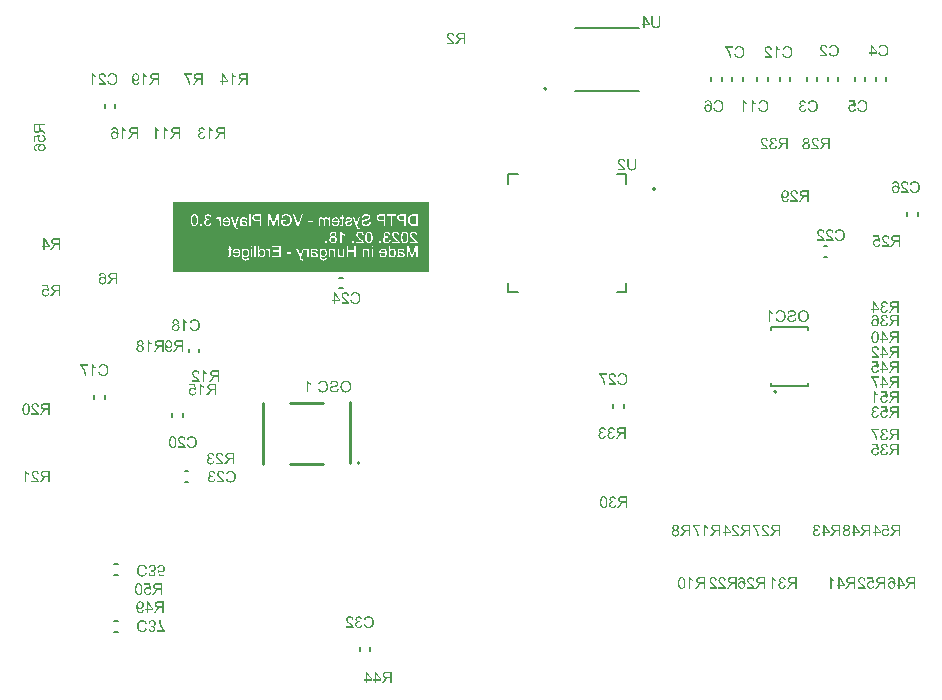
<source format=gbo>
G04 Layer_Color=32896*
%FSLAX44Y44*%
%MOMM*%
G71*
G01*
G75*
%ADD29C,0.2000*%
%ADD50C,0.1270*%
%ADD56C,0.2540*%
G36*
X393473Y370249D02*
X393636Y370011D01*
X393814Y369789D01*
X393993Y369580D01*
X394156Y369417D01*
X394290Y369283D01*
X394379Y369194D01*
X394394Y369179D01*
X394409Y369165D01*
X394691Y368927D01*
X394988Y368704D01*
X395285Y368511D01*
X395553Y368347D01*
X395791Y368214D01*
X395895Y368169D01*
X395984Y368124D01*
X396043Y368080D01*
X396103Y368050D01*
X396132Y368035D01*
X396147D01*
Y366861D01*
X395939Y366950D01*
X395716Y367054D01*
X395508Y367144D01*
X395315Y367248D01*
X395152Y367337D01*
X395018Y367411D01*
X394929Y367471D01*
X394914Y367485D01*
X394899D01*
X394646Y367634D01*
X394424Y367798D01*
X394230Y367931D01*
X394067Y368065D01*
X393933Y368169D01*
X393829Y368243D01*
X393770Y368303D01*
X393755Y368317D01*
Y360680D01*
X392551D01*
Y370487D01*
X393339D01*
X393473Y370249D01*
D02*
G37*
G36*
X406400Y360680D02*
X405107D01*
Y365019D01*
X403443D01*
X403294Y365004D01*
X403176D01*
X403072Y364989D01*
X402997Y364974D01*
X402938D01*
X402908Y364959D01*
X402893D01*
X402670Y364885D01*
X402492Y364796D01*
X402418Y364751D01*
X402358Y364722D01*
X402329Y364707D01*
X402314Y364692D01*
X402195Y364618D01*
X402091Y364514D01*
X401868Y364306D01*
X401794Y364202D01*
X401719Y364112D01*
X401675Y364053D01*
X401660Y364038D01*
X401511Y363845D01*
X401363Y363637D01*
X401199Y363414D01*
X401051Y363191D01*
X400917Y362998D01*
X400813Y362849D01*
X400783Y362790D01*
X400754Y362745D01*
X400724Y362716D01*
Y362701D01*
X399431Y360680D01*
X397812D01*
X399505Y363325D01*
X399699Y363607D01*
X399892Y363860D01*
X400070Y364083D01*
X400233Y364276D01*
X400367Y364425D01*
X400471Y364543D01*
X400546Y364603D01*
X400575Y364632D01*
X400679Y364722D01*
X400813Y364811D01*
X401066Y364974D01*
X401170Y365034D01*
X401259Y365078D01*
X401318Y365108D01*
X401348Y365123D01*
X401095Y365167D01*
X400858Y365212D01*
X400635Y365271D01*
X400442Y365346D01*
X400248Y365420D01*
X400085Y365494D01*
X399921Y365569D01*
X399788Y365643D01*
X399669Y365717D01*
X399565Y365777D01*
X399476Y365851D01*
X399401Y365896D01*
X399357Y365955D01*
X399312Y365985D01*
X399282Y366014D01*
X399164Y366148D01*
X399060Y366297D01*
X398881Y366594D01*
X398763Y366876D01*
X398688Y367159D01*
X398629Y367396D01*
X398614Y367500D01*
Y367589D01*
X398599Y367664D01*
Y367723D01*
Y367753D01*
Y367768D01*
X398614Y368065D01*
X398658Y368332D01*
X398733Y368585D01*
X398807Y368808D01*
X398881Y368986D01*
X398956Y369120D01*
X399000Y369209D01*
X399015Y369239D01*
X399179Y369477D01*
X399357Y369670D01*
X399535Y369833D01*
X399713Y369952D01*
X399862Y370056D01*
X399981Y370130D01*
X400070Y370160D01*
X400085Y370175D01*
X400100D01*
X400233Y370219D01*
X400382Y370264D01*
X400694Y370323D01*
X401021Y370383D01*
X401333Y370413D01*
X401630Y370428D01*
X401749D01*
X401868Y370442D01*
X406400D01*
Y360680D01*
D02*
G37*
G36*
X433732Y328456D02*
X432603Y328293D01*
X432499Y328441D01*
X432380Y328575D01*
X432261Y328694D01*
X432157Y328798D01*
X432053Y328872D01*
X431964Y328932D01*
X431905Y328961D01*
X431890Y328976D01*
X431712Y329066D01*
X431533Y329140D01*
X431355Y329184D01*
X431191Y329229D01*
X431043Y329244D01*
X430939Y329259D01*
X430835D01*
X430508Y329229D01*
X430211Y329170D01*
X429943Y329066D01*
X429735Y328961D01*
X429557Y328857D01*
X429438Y328754D01*
X429364Y328694D01*
X429334Y328664D01*
X429141Y328427D01*
X428992Y328159D01*
X428888Y327892D01*
X428829Y327639D01*
X428784Y327401D01*
X428769Y327297D01*
Y327208D01*
X428755Y327149D01*
Y327089D01*
Y327060D01*
Y327045D01*
X428784Y326658D01*
X428844Y326317D01*
X428948Y326019D01*
X429052Y325767D01*
X429156Y325574D01*
X429260Y325425D01*
X429319Y325336D01*
X429349Y325321D01*
Y325306D01*
X429468Y325187D01*
X429587Y325098D01*
X429824Y324935D01*
X430077Y324831D01*
X430300Y324742D01*
X430508Y324697D01*
X430672Y324682D01*
X430731Y324667D01*
X430820D01*
X431073Y324682D01*
X431310Y324742D01*
X431518Y324816D01*
X431697Y324890D01*
X431845Y324979D01*
X431949Y325039D01*
X432009Y325098D01*
X432038Y325113D01*
X432217Y325306D01*
X432351Y325529D01*
X432469Y325752D01*
X432544Y325975D01*
X432603Y326183D01*
X432648Y326346D01*
X432663Y326406D01*
X432677Y326450D01*
Y326480D01*
Y326495D01*
X433941Y326406D01*
X433911Y326183D01*
X433866Y325960D01*
X433747Y325574D01*
X433584Y325232D01*
X433420Y324950D01*
X433331Y324831D01*
X433257Y324727D01*
X433183Y324637D01*
X433123Y324563D01*
X433064Y324504D01*
X433019Y324459D01*
X433004Y324444D01*
X432990Y324430D01*
X432826Y324296D01*
X432648Y324192D01*
X432469Y324088D01*
X432291Y323999D01*
X431935Y323865D01*
X431593Y323776D01*
X431429Y323746D01*
X431281Y323731D01*
X431147Y323716D01*
X431043Y323701D01*
X430954Y323687D01*
X430820D01*
X430523Y323701D01*
X430241Y323731D01*
X429988Y323791D01*
X429735Y323865D01*
X429512Y323954D01*
X429290Y324058D01*
X429096Y324162D01*
X428933Y324281D01*
X428769Y324385D01*
X428636Y324489D01*
X428517Y324593D01*
X428428Y324682D01*
X428354Y324756D01*
X428294Y324816D01*
X428264Y324846D01*
X428250Y324860D01*
X428116Y325039D01*
X427997Y325232D01*
X427893Y325425D01*
X427804Y325633D01*
X427670Y326005D01*
X427566Y326361D01*
X427536Y326525D01*
X427521Y326673D01*
X427506Y326807D01*
X427492Y326926D01*
X427477Y327015D01*
Y327089D01*
Y327134D01*
Y327149D01*
X427492Y327401D01*
X427521Y327654D01*
X427566Y327877D01*
X427611Y328100D01*
X427685Y328293D01*
X427759Y328486D01*
X427833Y328649D01*
X427923Y328813D01*
X428012Y328947D01*
X428086Y329066D01*
X428160Y329170D01*
X428235Y329259D01*
X428279Y329333D01*
X428324Y329378D01*
X428354Y329407D01*
X428368Y329422D01*
X428532Y329586D01*
X428710Y329719D01*
X428888Y329838D01*
X429082Y329942D01*
X429260Y330031D01*
X429438Y330091D01*
X429780Y330210D01*
X429929Y330239D01*
X430077Y330269D01*
X430196Y330284D01*
X430315Y330299D01*
X430404Y330314D01*
X430523D01*
X430880Y330284D01*
X431221Y330210D01*
X431533Y330121D01*
X431801Y330002D01*
X432038Y329883D01*
X432128Y329838D01*
X432217Y329794D01*
X432276Y329749D01*
X432321Y329719D01*
X432351Y329704D01*
X432365Y329690D01*
X431830Y332320D01*
X427937D01*
Y333464D01*
X432781D01*
X433732Y328456D01*
D02*
G37*
G36*
X450850Y323850D02*
X449557D01*
Y328189D01*
X447893D01*
X447744Y328174D01*
X447626D01*
X447522Y328159D01*
X447447Y328144D01*
X447388D01*
X447358Y328129D01*
X447343D01*
X447120Y328055D01*
X446942Y327966D01*
X446868Y327921D01*
X446808Y327892D01*
X446779Y327877D01*
X446764Y327862D01*
X446645Y327788D01*
X446541Y327684D01*
X446318Y327476D01*
X446244Y327372D01*
X446169Y327282D01*
X446125Y327223D01*
X446110Y327208D01*
X445961Y327015D01*
X445813Y326807D01*
X445649Y326584D01*
X445501Y326361D01*
X445367Y326168D01*
X445263Y326019D01*
X445233Y325960D01*
X445204Y325915D01*
X445174Y325886D01*
Y325871D01*
X443881Y323850D01*
X442262D01*
X443955Y326495D01*
X444149Y326777D01*
X444342Y327030D01*
X444520Y327253D01*
X444683Y327446D01*
X444817Y327594D01*
X444921Y327713D01*
X444996Y327773D01*
X445025Y327803D01*
X445129Y327892D01*
X445263Y327981D01*
X445516Y328144D01*
X445620Y328204D01*
X445709Y328248D01*
X445768Y328278D01*
X445798Y328293D01*
X445545Y328337D01*
X445308Y328382D01*
X445085Y328441D01*
X444892Y328516D01*
X444698Y328590D01*
X444535Y328664D01*
X444371Y328739D01*
X444238Y328813D01*
X444119Y328887D01*
X444015Y328947D01*
X443926Y329021D01*
X443851Y329066D01*
X443807Y329125D01*
X443762Y329155D01*
X443732Y329184D01*
X443614Y329318D01*
X443510Y329467D01*
X443331Y329764D01*
X443213Y330046D01*
X443138Y330328D01*
X443079Y330566D01*
X443064Y330670D01*
Y330759D01*
X443049Y330834D01*
Y330893D01*
Y330923D01*
Y330938D01*
X443064Y331235D01*
X443108Y331502D01*
X443183Y331755D01*
X443257Y331978D01*
X443331Y332156D01*
X443406Y332290D01*
X443450Y332379D01*
X443465Y332409D01*
X443629Y332646D01*
X443807Y332840D01*
X443985Y333003D01*
X444163Y333122D01*
X444312Y333226D01*
X444431Y333300D01*
X444520Y333330D01*
X444535Y333345D01*
X444550D01*
X444683Y333390D01*
X444832Y333434D01*
X445144Y333493D01*
X445471Y333553D01*
X445783Y333583D01*
X446080Y333597D01*
X446199D01*
X446318Y333612D01*
X450850D01*
Y323850D01*
D02*
G37*
G36*
X386563Y370472D02*
X386771Y370457D01*
X387173Y370368D01*
X387529Y370264D01*
X387811Y370130D01*
X387945Y370056D01*
X388049Y369997D01*
X388138Y369922D01*
X388227Y369878D01*
X388287Y369833D01*
X388331Y369789D01*
X388346Y369774D01*
X388361Y369759D01*
X388495Y369625D01*
X388614Y369477D01*
X388718Y369328D01*
X388792Y369165D01*
X388941Y368867D01*
X389030Y368585D01*
X389074Y368332D01*
X389089Y368228D01*
X389104Y368139D01*
X389119Y368065D01*
Y368005D01*
Y367976D01*
Y367961D01*
X389104Y367708D01*
X389059Y367485D01*
X389000Y367277D01*
X388941Y367099D01*
X388881Y366950D01*
X388822Y366847D01*
X388777Y366787D01*
X388762Y366757D01*
X388614Y366579D01*
X388436Y366430D01*
X388257Y366297D01*
X388064Y366178D01*
X387901Y366104D01*
X387767Y366029D01*
X387678Y365999D01*
X387663Y365985D01*
X387648D01*
X387960Y365881D01*
X388242Y365747D01*
X388480Y365598D01*
X388673Y365450D01*
X388822Y365316D01*
X388941Y365197D01*
X389000Y365123D01*
X389030Y365108D01*
Y365093D01*
X389193Y364841D01*
X389297Y364573D01*
X389386Y364306D01*
X389446Y364053D01*
X389476Y363845D01*
X389491Y363741D01*
Y363667D01*
X389505Y363592D01*
Y363548D01*
Y363518D01*
Y363503D01*
X389491Y363265D01*
X389461Y363043D01*
X389431Y362835D01*
X389372Y362626D01*
X389223Y362270D01*
X389149Y362107D01*
X389059Y361958D01*
X388985Y361824D01*
X388911Y361705D01*
X388837Y361601D01*
X388762Y361512D01*
X388703Y361453D01*
X388673Y361408D01*
X388643Y361378D01*
X388629Y361363D01*
X388450Y361215D01*
X388272Y361081D01*
X388079Y360977D01*
X387886Y360873D01*
X387692Y360799D01*
X387499Y360725D01*
X387128Y360621D01*
X386950Y360591D01*
X386801Y360561D01*
X386652Y360546D01*
X386534Y360531D01*
X386429Y360517D01*
X386296D01*
X386028Y360531D01*
X385776Y360546D01*
X385538Y360591D01*
X385330Y360650D01*
X385122Y360710D01*
X384929Y360784D01*
X384750Y360858D01*
X384587Y360947D01*
X384438Y361022D01*
X384319Y361096D01*
X384216Y361170D01*
X384126Y361230D01*
X384052Y361289D01*
X384007Y361334D01*
X383978Y361349D01*
X383963Y361363D01*
X383800Y361527D01*
X383666Y361690D01*
X383547Y361869D01*
X383443Y362047D01*
X383354Y362225D01*
X383294Y362404D01*
X383175Y362730D01*
X383116Y363028D01*
X383101Y363162D01*
X383086Y363265D01*
X383071Y363355D01*
Y363414D01*
Y363459D01*
Y363474D01*
X383086Y363800D01*
X383146Y364098D01*
X383220Y364365D01*
X383309Y364588D01*
X383398Y364781D01*
X383473Y364915D01*
X383532Y365004D01*
X383547Y365034D01*
X383740Y365257D01*
X383963Y365465D01*
X384186Y365628D01*
X384409Y365762D01*
X384602Y365851D01*
X384765Y365925D01*
X384825Y365955D01*
X384869Y365970D01*
X384899Y365985D01*
X384914D01*
X384661Y366089D01*
X384438Y366222D01*
X384245Y366341D01*
X384097Y366460D01*
X383978Y366579D01*
X383889Y366668D01*
X383844Y366728D01*
X383829Y366743D01*
X383710Y366936D01*
X383621Y367144D01*
X383562Y367337D01*
X383517Y367530D01*
X383487Y367693D01*
X383473Y367812D01*
Y367901D01*
Y367931D01*
X383487Y368124D01*
X383502Y368317D01*
X383591Y368659D01*
X383725Y368971D01*
X383859Y369239D01*
X384007Y369447D01*
X384082Y369536D01*
X384141Y369610D01*
X384186Y369670D01*
X384230Y369714D01*
X384245Y369729D01*
X384260Y369744D01*
X384409Y369878D01*
X384572Y369997D01*
X384736Y370086D01*
X384914Y370175D01*
X385256Y370309D01*
X385583Y370398D01*
X385880Y370442D01*
X385999Y370472D01*
X386118D01*
X386207Y370487D01*
X386325D01*
X386563Y370472D01*
D02*
G37*
G36*
X290177Y317117D02*
X290519Y317058D01*
X290831Y316969D01*
X291083Y316865D01*
X291291Y316746D01*
X291440Y316657D01*
X291499Y316627D01*
X291544Y316597D01*
X291559Y316567D01*
X291574D01*
X291826Y316330D01*
X292034Y316077D01*
X292213Y315810D01*
X292361Y315542D01*
X292480Y315304D01*
X292525Y315200D01*
X292554Y315111D01*
X292584Y315037D01*
X292614Y314977D01*
X292629Y314948D01*
Y314933D01*
X292688Y314725D01*
X292748Y314517D01*
X292822Y314056D01*
X292881Y313596D01*
X292926Y313150D01*
X292941Y312942D01*
X292956Y312749D01*
Y312585D01*
X292971Y312437D01*
Y312318D01*
Y312229D01*
Y312169D01*
Y312154D01*
X292956Y311664D01*
X292926Y311189D01*
X292881Y310772D01*
X292822Y310371D01*
X292748Y310015D01*
X292673Y309688D01*
X292584Y309391D01*
X292495Y309138D01*
X292406Y308900D01*
X292317Y308707D01*
X292242Y308544D01*
X292168Y308410D01*
X292109Y308306D01*
X292064Y308232D01*
X292034Y308187D01*
X292020Y308172D01*
X291856Y307994D01*
X291693Y307845D01*
X291514Y307712D01*
X291321Y307593D01*
X291143Y307503D01*
X290950Y307414D01*
X290593Y307295D01*
X290430Y307266D01*
X290281Y307236D01*
X290147Y307206D01*
X290028Y307191D01*
X289924Y307177D01*
X289791D01*
X289404Y307206D01*
X289062Y307266D01*
X288765Y307355D01*
X288498Y307459D01*
X288305Y307563D01*
X288141Y307652D01*
X288097Y307697D01*
X288052Y307712D01*
X288037Y307741D01*
X288022D01*
X287770Y307979D01*
X287562Y308246D01*
X287383Y308514D01*
X287235Y308781D01*
X287116Y309019D01*
X287071Y309108D01*
X287027Y309197D01*
X286997Y309272D01*
X286982Y309331D01*
X286967Y309361D01*
Y309376D01*
X286908Y309584D01*
X286849Y309792D01*
X286759Y310252D01*
X286700Y310713D01*
X286655Y311159D01*
X286640Y311367D01*
X286626Y311560D01*
Y311723D01*
X286611Y311872D01*
Y311991D01*
Y312080D01*
Y312139D01*
Y312154D01*
X286626Y312674D01*
Y312897D01*
X286640Y313120D01*
X286655Y313328D01*
X286685Y313521D01*
X286700Y313685D01*
X286715Y313848D01*
X286744Y313982D01*
X286759Y314116D01*
X286774Y314220D01*
X286804Y314294D01*
X286819Y314368D01*
Y314413D01*
X286834Y314443D01*
Y314457D01*
X286923Y314769D01*
X287027Y315052D01*
X287131Y315304D01*
X287220Y315512D01*
X287309Y315676D01*
X287383Y315810D01*
X287428Y315884D01*
X287443Y315914D01*
X287591Y316122D01*
X287755Y316300D01*
X287918Y316463D01*
X288067Y316597D01*
X288216Y316686D01*
X288320Y316761D01*
X288394Y316805D01*
X288424Y316820D01*
X288647Y316924D01*
X288884Y317013D01*
X289122Y317073D01*
X289330Y317102D01*
X289508Y317132D01*
X289657Y317147D01*
X289791D01*
X290177Y317117D01*
D02*
G37*
G36*
X297577Y259982D02*
X297815Y259967D01*
X298260Y259878D01*
X298453Y259834D01*
X298647Y259774D01*
X298810Y259700D01*
X298959Y259640D01*
X299092Y259566D01*
X299211Y259507D01*
X299315Y259432D01*
X299404Y259388D01*
X299464Y259343D01*
X299508Y259299D01*
X299538Y259284D01*
X299553Y259269D01*
X299702Y259120D01*
X299820Y258972D01*
X300043Y258630D01*
X300207Y258288D01*
X300326Y257946D01*
X300415Y257649D01*
X300430Y257516D01*
X300459Y257397D01*
X300474Y257307D01*
X300489Y257233D01*
Y257189D01*
Y257174D01*
X299256Y257040D01*
X299226Y257367D01*
X299167Y257649D01*
X299092Y257887D01*
X298988Y258095D01*
X298899Y258258D01*
X298810Y258377D01*
X298751Y258437D01*
X298736Y258466D01*
X298528Y258645D01*
X298305Y258778D01*
X298067Y258868D01*
X297844Y258942D01*
X297651Y258972D01*
X297502Y258986D01*
X297443Y259001D01*
X297354D01*
X297057Y258986D01*
X296789Y258927D01*
X296566Y258853D01*
X296373Y258764D01*
X296225Y258660D01*
X296106Y258585D01*
X296046Y258526D01*
X296017Y258511D01*
X295838Y258318D01*
X295719Y258110D01*
X295630Y257917D01*
X295556Y257724D01*
X295526Y257560D01*
X295511Y257426D01*
X295497Y257337D01*
Y257322D01*
Y257307D01*
X295526Y257055D01*
X295586Y256787D01*
X295675Y256550D01*
X295779Y256327D01*
X295883Y256134D01*
X295972Y255985D01*
X296002Y255926D01*
X296031Y255881D01*
X296061Y255866D01*
Y255851D01*
X296180Y255703D01*
X296314Y255539D01*
X296462Y255376D01*
X296641Y255212D01*
X296997Y254871D01*
X297354Y254529D01*
X297681Y254247D01*
X297829Y254113D01*
X297963Y254009D01*
X298067Y253905D01*
X298141Y253845D01*
X298201Y253801D01*
X298216Y253786D01*
X298572Y253474D01*
X298899Y253192D01*
X299167Y252939D01*
X299389Y252731D01*
X299568Y252553D01*
X299687Y252419D01*
X299761Y252330D01*
X299791Y252315D01*
Y252300D01*
X299984Y252062D01*
X300133Y251839D01*
X300281Y251616D01*
X300385Y251423D01*
X300474Y251245D01*
X300534Y251126D01*
X300563Y251037D01*
X300578Y251022D01*
Y251007D01*
X300623Y250859D01*
X300667Y250710D01*
X300682Y250576D01*
X300697Y250457D01*
X300712Y250353D01*
Y250264D01*
Y250205D01*
Y250190D01*
X294248D01*
Y251334D01*
X299048D01*
X298884Y251572D01*
X298721Y251765D01*
X298647Y251854D01*
X298587Y251914D01*
X298557Y251958D01*
X298543Y251973D01*
X298468Y252047D01*
X298394Y252122D01*
X298201Y252300D01*
X297963Y252508D01*
X297740Y252716D01*
X297517Y252909D01*
X297339Y253058D01*
X297265Y253117D01*
X297205Y253162D01*
X297176Y253192D01*
X297161Y253206D01*
X296923Y253414D01*
X296715Y253593D01*
X296507Y253771D01*
X296329Y253934D01*
X296165Y254098D01*
X296017Y254232D01*
X295868Y254365D01*
X295749Y254484D01*
X295645Y254588D01*
X295556Y254677D01*
X295422Y254811D01*
X295348Y254900D01*
X295318Y254930D01*
X295125Y255168D01*
X294947Y255376D01*
X294813Y255584D01*
X294709Y255762D01*
X294620Y255911D01*
X294560Y256015D01*
X294531Y256089D01*
X294516Y256119D01*
X294427Y256327D01*
X294367Y256535D01*
X294323Y256728D01*
X294293Y256906D01*
X294278Y257055D01*
X294263Y257174D01*
Y257248D01*
Y257278D01*
X294278Y257486D01*
X294293Y257694D01*
X294397Y258065D01*
X294531Y258392D01*
X294679Y258675D01*
X294828Y258897D01*
X294902Y258986D01*
X294962Y259076D01*
X295021Y259135D01*
X295066Y259180D01*
X295080Y259195D01*
X295095Y259209D01*
X295259Y259343D01*
X295422Y259477D01*
X295600Y259581D01*
X295794Y259670D01*
X296165Y259804D01*
X296522Y259893D01*
X296685Y259937D01*
X296834Y259952D01*
X296968Y259967D01*
X297086Y259982D01*
X297190Y259997D01*
X297324D01*
X297577Y259982D01*
D02*
G37*
G36*
Y317132D02*
X297815Y317117D01*
X298260Y317028D01*
X298453Y316984D01*
X298647Y316924D01*
X298810Y316850D01*
X298959Y316790D01*
X299092Y316716D01*
X299211Y316657D01*
X299315Y316582D01*
X299404Y316538D01*
X299464Y316493D01*
X299508Y316449D01*
X299538Y316434D01*
X299553Y316419D01*
X299702Y316270D01*
X299820Y316122D01*
X300043Y315780D01*
X300207Y315438D01*
X300326Y315096D01*
X300415Y314799D01*
X300430Y314666D01*
X300459Y314547D01*
X300474Y314457D01*
X300489Y314383D01*
Y314339D01*
Y314324D01*
X299256Y314190D01*
X299226Y314517D01*
X299167Y314799D01*
X299092Y315037D01*
X298988Y315245D01*
X298899Y315408D01*
X298810Y315527D01*
X298751Y315587D01*
X298736Y315616D01*
X298528Y315795D01*
X298305Y315928D01*
X298067Y316018D01*
X297844Y316092D01*
X297651Y316122D01*
X297502Y316136D01*
X297443Y316151D01*
X297354D01*
X297057Y316136D01*
X296789Y316077D01*
X296566Y316003D01*
X296373Y315914D01*
X296225Y315810D01*
X296106Y315735D01*
X296046Y315676D01*
X296017Y315661D01*
X295838Y315468D01*
X295719Y315260D01*
X295630Y315067D01*
X295556Y314874D01*
X295526Y314710D01*
X295511Y314576D01*
X295497Y314487D01*
Y314472D01*
Y314457D01*
X295526Y314205D01*
X295586Y313937D01*
X295675Y313700D01*
X295779Y313477D01*
X295883Y313284D01*
X295972Y313135D01*
X296002Y313076D01*
X296031Y313031D01*
X296061Y313016D01*
Y313001D01*
X296180Y312853D01*
X296314Y312689D01*
X296462Y312526D01*
X296641Y312362D01*
X296997Y312021D01*
X297354Y311679D01*
X297681Y311397D01*
X297829Y311263D01*
X297963Y311159D01*
X298067Y311055D01*
X298141Y310995D01*
X298201Y310951D01*
X298216Y310936D01*
X298572Y310624D01*
X298899Y310341D01*
X299167Y310089D01*
X299389Y309881D01*
X299568Y309703D01*
X299687Y309569D01*
X299761Y309480D01*
X299791Y309465D01*
Y309450D01*
X299984Y309212D01*
X300133Y308989D01*
X300281Y308766D01*
X300385Y308573D01*
X300474Y308395D01*
X300534Y308276D01*
X300563Y308187D01*
X300578Y308172D01*
Y308157D01*
X300623Y308009D01*
X300667Y307860D01*
X300682Y307726D01*
X300697Y307607D01*
X300712Y307503D01*
Y307414D01*
Y307355D01*
Y307340D01*
X294248D01*
Y308484D01*
X299048D01*
X298884Y308722D01*
X298721Y308915D01*
X298647Y309004D01*
X298587Y309064D01*
X298557Y309108D01*
X298543Y309123D01*
X298468Y309197D01*
X298394Y309272D01*
X298201Y309450D01*
X297963Y309658D01*
X297740Y309866D01*
X297517Y310059D01*
X297339Y310208D01*
X297265Y310267D01*
X297205Y310312D01*
X297176Y310341D01*
X297161Y310356D01*
X296923Y310564D01*
X296715Y310743D01*
X296507Y310921D01*
X296329Y311084D01*
X296165Y311248D01*
X296017Y311382D01*
X295868Y311515D01*
X295749Y311634D01*
X295645Y311738D01*
X295556Y311827D01*
X295422Y311961D01*
X295348Y312050D01*
X295318Y312080D01*
X295125Y312318D01*
X294947Y312526D01*
X294813Y312734D01*
X294709Y312912D01*
X294620Y313061D01*
X294560Y313165D01*
X294531Y313239D01*
X294516Y313269D01*
X294427Y313477D01*
X294367Y313685D01*
X294323Y313878D01*
X294293Y314056D01*
X294278Y314205D01*
X294263Y314324D01*
Y314398D01*
Y314428D01*
X294278Y314636D01*
X294293Y314844D01*
X294397Y315215D01*
X294531Y315542D01*
X294679Y315825D01*
X294828Y316047D01*
X294902Y316136D01*
X294962Y316226D01*
X295021Y316285D01*
X295066Y316330D01*
X295080Y316345D01*
X295095Y316359D01*
X295259Y316493D01*
X295422Y316627D01*
X295600Y316731D01*
X295794Y316820D01*
X296165Y316954D01*
X296522Y317043D01*
X296685Y317087D01*
X296834Y317102D01*
X296968Y317117D01*
X297086Y317132D01*
X297190Y317147D01*
X297324D01*
X297577Y317132D01*
D02*
G37*
G36*
X309880Y307340D02*
X308587D01*
Y311679D01*
X306923D01*
X306775Y311664D01*
X306656D01*
X306552Y311649D01*
X306477Y311634D01*
X306418D01*
X306388Y311619D01*
X306373D01*
X306150Y311545D01*
X305972Y311456D01*
X305898Y311411D01*
X305838Y311382D01*
X305809Y311367D01*
X305794Y311352D01*
X305675Y311278D01*
X305571Y311174D01*
X305348Y310966D01*
X305274Y310862D01*
X305199Y310772D01*
X305155Y310713D01*
X305140Y310698D01*
X304991Y310505D01*
X304843Y310297D01*
X304679Y310074D01*
X304531Y309851D01*
X304397Y309658D01*
X304293Y309509D01*
X304263Y309450D01*
X304234Y309405D01*
X304204Y309376D01*
Y309361D01*
X302911Y307340D01*
X301292D01*
X302985Y309985D01*
X303179Y310267D01*
X303372Y310520D01*
X303550Y310743D01*
X303713Y310936D01*
X303847Y311084D01*
X303951Y311203D01*
X304026Y311263D01*
X304055Y311292D01*
X304159Y311382D01*
X304293Y311471D01*
X304546Y311634D01*
X304650Y311694D01*
X304739Y311738D01*
X304798Y311768D01*
X304828Y311783D01*
X304575Y311827D01*
X304338Y311872D01*
X304115Y311931D01*
X303922Y312006D01*
X303728Y312080D01*
X303565Y312154D01*
X303402Y312229D01*
X303268Y312303D01*
X303149Y312377D01*
X303045Y312437D01*
X302956Y312511D01*
X302881Y312556D01*
X302837Y312615D01*
X302792Y312645D01*
X302763Y312674D01*
X302644Y312808D01*
X302540Y312957D01*
X302361Y313254D01*
X302243Y313536D01*
X302168Y313818D01*
X302109Y314056D01*
X302094Y314160D01*
Y314249D01*
X302079Y314324D01*
Y314383D01*
Y314413D01*
Y314428D01*
X302094Y314725D01*
X302139Y314992D01*
X302213Y315245D01*
X302287Y315468D01*
X302361Y315646D01*
X302436Y315780D01*
X302480Y315869D01*
X302495Y315899D01*
X302659Y316136D01*
X302837Y316330D01*
X303015Y316493D01*
X303193Y316612D01*
X303342Y316716D01*
X303461Y316790D01*
X303550Y316820D01*
X303565Y316835D01*
X303580D01*
X303713Y316880D01*
X303862Y316924D01*
X304174Y316984D01*
X304501Y317043D01*
X304813Y317073D01*
X305110Y317087D01*
X305229D01*
X305348Y317102D01*
X309880D01*
Y307340D01*
D02*
G37*
G36*
X437923Y333419D02*
X438086Y333181D01*
X438264Y332959D01*
X438443Y332751D01*
X438606Y332587D01*
X438740Y332453D01*
X438829Y332364D01*
X438844Y332349D01*
X438859Y332335D01*
X439141Y332097D01*
X439438Y331874D01*
X439735Y331681D01*
X440003Y331517D01*
X440241Y331384D01*
X440345Y331339D01*
X440434Y331294D01*
X440493Y331250D01*
X440553Y331220D01*
X440582Y331205D01*
X440597D01*
Y330031D01*
X440389Y330121D01*
X440166Y330224D01*
X439958Y330314D01*
X439765Y330418D01*
X439602Y330507D01*
X439468Y330581D01*
X439379Y330641D01*
X439364Y330655D01*
X439349D01*
X439096Y330804D01*
X438874Y330967D01*
X438680Y331101D01*
X438517Y331235D01*
X438383Y331339D01*
X438279Y331413D01*
X438220Y331473D01*
X438205Y331488D01*
Y323850D01*
X437001D01*
Y333657D01*
X437789D01*
X437923Y333419D01*
D02*
G37*
G36*
X454670Y259982D02*
X454908Y259967D01*
X455354Y259878D01*
X455547Y259834D01*
X455740Y259774D01*
X455904Y259700D01*
X456052Y259640D01*
X456186Y259566D01*
X456305Y259507D01*
X456409Y259432D01*
X456498Y259388D01*
X456558Y259343D01*
X456602Y259299D01*
X456632Y259284D01*
X456647Y259269D01*
X456795Y259120D01*
X456914Y258972D01*
X457137Y258630D01*
X457300Y258288D01*
X457419Y257946D01*
X457509Y257649D01*
X457523Y257516D01*
X457553Y257397D01*
X457568Y257307D01*
X457583Y257233D01*
Y257189D01*
Y257174D01*
X456349Y257040D01*
X456320Y257367D01*
X456260Y257649D01*
X456186Y257887D01*
X456082Y258095D01*
X455993Y258258D01*
X455904Y258377D01*
X455844Y258437D01*
X455829Y258466D01*
X455621Y258645D01*
X455398Y258778D01*
X455161Y258868D01*
X454938Y258942D01*
X454745Y258972D01*
X454596Y258986D01*
X454537Y259001D01*
X454448D01*
X454150Y258986D01*
X453883Y258927D01*
X453660Y258853D01*
X453467Y258764D01*
X453318Y258660D01*
X453199Y258585D01*
X453140Y258526D01*
X453110Y258511D01*
X452932Y258318D01*
X452813Y258110D01*
X452724Y257917D01*
X452650Y257724D01*
X452620Y257560D01*
X452605Y257426D01*
X452590Y257337D01*
Y257322D01*
Y257307D01*
X452620Y257055D01*
X452679Y256787D01*
X452769Y256550D01*
X452873Y256327D01*
X452976Y256134D01*
X453066Y255985D01*
X453095Y255926D01*
X453125Y255881D01*
X453155Y255866D01*
Y255851D01*
X453274Y255703D01*
X453407Y255539D01*
X453556Y255376D01*
X453734Y255212D01*
X454091Y254871D01*
X454448Y254529D01*
X454774Y254247D01*
X454923Y254113D01*
X455057Y254009D01*
X455161Y253905D01*
X455235Y253845D01*
X455294Y253801D01*
X455309Y253786D01*
X455666Y253474D01*
X455993Y253192D01*
X456260Y252939D01*
X456483Y252731D01*
X456661Y252553D01*
X456780Y252419D01*
X456855Y252330D01*
X456884Y252315D01*
Y252300D01*
X457078Y252062D01*
X457226Y251839D01*
X457375Y251616D01*
X457479Y251423D01*
X457568Y251245D01*
X457627Y251126D01*
X457657Y251037D01*
X457672Y251022D01*
Y251007D01*
X457716Y250859D01*
X457761Y250710D01*
X457776Y250576D01*
X457791Y250457D01*
X457806Y250353D01*
Y250264D01*
Y250205D01*
Y250190D01*
X451342D01*
Y251334D01*
X456142D01*
X455978Y251572D01*
X455815Y251765D01*
X455740Y251854D01*
X455681Y251914D01*
X455651Y251958D01*
X455636Y251973D01*
X455562Y252047D01*
X455488Y252122D01*
X455294Y252300D01*
X455057Y252508D01*
X454834Y252716D01*
X454611Y252909D01*
X454433Y253058D01*
X454358Y253117D01*
X454299Y253162D01*
X454269Y253192D01*
X454254Y253206D01*
X454017Y253414D01*
X453809Y253593D01*
X453601Y253771D01*
X453422Y253934D01*
X453259Y254098D01*
X453110Y254232D01*
X452962Y254365D01*
X452843Y254484D01*
X452739Y254588D01*
X452650Y254677D01*
X452516Y254811D01*
X452442Y254900D01*
X452412Y254930D01*
X452219Y255168D01*
X452040Y255376D01*
X451907Y255584D01*
X451803Y255762D01*
X451713Y255911D01*
X451654Y256015D01*
X451624Y256089D01*
X451609Y256119D01*
X451520Y256327D01*
X451461Y256535D01*
X451416Y256728D01*
X451387Y256906D01*
X451372Y257055D01*
X451357Y257174D01*
Y257248D01*
Y257278D01*
X451372Y257486D01*
X451387Y257694D01*
X451491Y258065D01*
X451624Y258392D01*
X451773Y258675D01*
X451922Y258897D01*
X451996Y258986D01*
X452055Y259076D01*
X452115Y259135D01*
X452159Y259180D01*
X452174Y259195D01*
X452189Y259209D01*
X452352Y259343D01*
X452516Y259477D01*
X452694Y259581D01*
X452887Y259670D01*
X453259Y259804D01*
X453615Y259893D01*
X453779Y259937D01*
X453927Y259952D01*
X454061Y259967D01*
X454180Y259982D01*
X454284Y259997D01*
X454418D01*
X454670Y259982D01*
D02*
G37*
G36*
X463244Y260086D02*
X463690Y260027D01*
X464091Y259923D01*
X464269Y259878D01*
X464433Y259819D01*
X464581Y259759D01*
X464730Y259715D01*
X464849Y259655D01*
X464938Y259611D01*
X465027Y259581D01*
X465087Y259551D01*
X465116Y259522D01*
X465131D01*
X465503Y259284D01*
X465844Y259001D01*
X466127Y258719D01*
X466350Y258437D01*
X466543Y258184D01*
X466617Y258080D01*
X466676Y257991D01*
X466721Y257902D01*
X466751Y257842D01*
X466781Y257813D01*
Y257798D01*
X466974Y257367D01*
X467122Y256906D01*
X467211Y256460D01*
X467286Y256044D01*
X467315Y255851D01*
X467330Y255688D01*
X467345Y255524D01*
Y255391D01*
X467360Y255287D01*
Y255212D01*
Y255153D01*
Y255138D01*
X467345Y254618D01*
X467286Y254142D01*
X467197Y253697D01*
X467152Y253489D01*
X467107Y253310D01*
X467063Y253132D01*
X467018Y252983D01*
X466974Y252850D01*
X466929Y252731D01*
X466899Y252642D01*
X466870Y252582D01*
X466855Y252538D01*
Y252523D01*
X466647Y252092D01*
X466394Y251721D01*
X466156Y251394D01*
X465904Y251141D01*
X465696Y250933D01*
X465518Y250784D01*
X465443Y250740D01*
X465399Y250695D01*
X465369Y250680D01*
X465354Y250665D01*
X465161Y250547D01*
X464953Y250457D01*
X464537Y250294D01*
X464106Y250190D01*
X463690Y250101D01*
X463512Y250086D01*
X463333Y250056D01*
X463185Y250041D01*
X463051D01*
X462932Y250027D01*
X462783D01*
X462501Y250041D01*
X462234Y250056D01*
X461743Y250160D01*
X461520Y250220D01*
X461297Y250294D01*
X461104Y250368D01*
X460926Y250443D01*
X460763Y250517D01*
X460629Y250591D01*
X460510Y250665D01*
X460406Y250725D01*
X460317Y250784D01*
X460257Y250829D01*
X460228Y250844D01*
X460213Y250859D01*
X460020Y251022D01*
X459841Y251200D01*
X459544Y251587D01*
X459277Y251988D01*
X459084Y252389D01*
X458994Y252567D01*
X458935Y252731D01*
X458876Y252894D01*
X458816Y253013D01*
X458786Y253132D01*
X458757Y253206D01*
X458742Y253266D01*
Y253281D01*
X460034Y253608D01*
X460153Y253177D01*
X460302Y252790D01*
X460480Y252478D01*
X460644Y252211D01*
X460807Y252018D01*
X460941Y251869D01*
X461030Y251780D01*
X461045Y251765D01*
X461060Y251750D01*
X461357Y251542D01*
X461654Y251394D01*
X461966Y251275D01*
X462248Y251200D01*
X462501Y251156D01*
X462620Y251141D01*
X462709D01*
X462783Y251126D01*
X462887D01*
X463214Y251141D01*
X463526Y251200D01*
X463809Y251275D01*
X464046Y251349D01*
X464254Y251438D01*
X464418Y251498D01*
X464477Y251527D01*
X464522Y251557D01*
X464537Y251572D01*
X464552D01*
X464819Y251765D01*
X465042Y251988D01*
X465235Y252211D01*
X465399Y252449D01*
X465518Y252642D01*
X465592Y252820D01*
X465621Y252880D01*
X465651Y252924D01*
X465666Y252954D01*
Y252969D01*
X465785Y253325D01*
X465874Y253697D01*
X465933Y254068D01*
X465978Y254410D01*
X465993Y254559D01*
X466008Y254692D01*
Y254826D01*
X466023Y254930D01*
Y255019D01*
Y255079D01*
Y255123D01*
Y255138D01*
X466008Y255495D01*
X465978Y255836D01*
X465933Y256148D01*
X465874Y256431D01*
X465815Y256668D01*
X465800Y256772D01*
X465770Y256847D01*
X465755Y256921D01*
X465740Y256966D01*
X465726Y256995D01*
Y257010D01*
X465592Y257337D01*
X465428Y257634D01*
X465250Y257872D01*
X465087Y258080D01*
X464923Y258244D01*
X464789Y258362D01*
X464700Y258437D01*
X464685Y258466D01*
X464670D01*
X464373Y258645D01*
X464061Y258778D01*
X463749Y258883D01*
X463452Y258942D01*
X463185Y258986D01*
X463081Y259001D01*
X462977D01*
X462902Y259016D01*
X462798D01*
X462442Y259001D01*
X462130Y258942D01*
X461847Y258868D01*
X461624Y258778D01*
X461431Y258675D01*
X461297Y258600D01*
X461208Y258541D01*
X461179Y258526D01*
X460941Y258318D01*
X460748Y258080D01*
X460569Y257813D01*
X460436Y257560D01*
X460332Y257337D01*
X460287Y257233D01*
X460243Y257144D01*
X460213Y257070D01*
X460198Y257010D01*
X460183Y256981D01*
Y256966D01*
X458905Y257263D01*
X459084Y257738D01*
X459188Y257961D01*
X459292Y258154D01*
X459410Y258348D01*
X459529Y258526D01*
X459633Y258675D01*
X459752Y258823D01*
X459856Y258942D01*
X459960Y259046D01*
X460064Y259150D01*
X460139Y259224D01*
X460213Y259284D01*
X460257Y259328D01*
X460287Y259343D01*
X460302Y259358D01*
X460495Y259492D01*
X460688Y259611D01*
X460896Y259715D01*
X461104Y259804D01*
X461520Y259937D01*
X461907Y260027D01*
X462085Y260056D01*
X462248Y260071D01*
X462397Y260086D01*
X462516Y260101D01*
X462620Y260116D01*
X462769D01*
X463244Y260086D01*
D02*
G37*
G36*
X414251Y289177D02*
X414592Y289118D01*
X414904Y289029D01*
X415157Y288925D01*
X415365Y288806D01*
X415514Y288717D01*
X415573Y288687D01*
X415618Y288657D01*
X415633Y288627D01*
X415647D01*
X415900Y288390D01*
X416108Y288137D01*
X416286Y287870D01*
X416435Y287602D01*
X416554Y287364D01*
X416598Y287260D01*
X416628Y287171D01*
X416658Y287097D01*
X416688Y287038D01*
X416702Y287008D01*
Y286993D01*
X416762Y286785D01*
X416821Y286577D01*
X416895Y286116D01*
X416955Y285656D01*
X417000Y285210D01*
X417014Y285002D01*
X417029Y284809D01*
Y284645D01*
X417044Y284497D01*
Y284378D01*
Y284289D01*
Y284229D01*
Y284214D01*
X417029Y283724D01*
X417000Y283249D01*
X416955Y282832D01*
X416895Y282431D01*
X416821Y282075D01*
X416747Y281748D01*
X416658Y281451D01*
X416569Y281198D01*
X416479Y280960D01*
X416390Y280767D01*
X416316Y280604D01*
X416242Y280470D01*
X416182Y280366D01*
X416138Y280292D01*
X416108Y280247D01*
X416093Y280232D01*
X415930Y280054D01*
X415766Y279905D01*
X415588Y279771D01*
X415395Y279653D01*
X415216Y279563D01*
X415023Y279474D01*
X414667Y279355D01*
X414503Y279326D01*
X414355Y279296D01*
X414221Y279266D01*
X414102Y279251D01*
X413998Y279237D01*
X413864D01*
X413478Y279266D01*
X413136Y279326D01*
X412839Y279415D01*
X412572Y279519D01*
X412378Y279623D01*
X412215Y279712D01*
X412170Y279757D01*
X412126Y279771D01*
X412111Y279801D01*
X412096D01*
X411843Y280039D01*
X411635Y280306D01*
X411457Y280574D01*
X411309Y280841D01*
X411190Y281079D01*
X411145Y281168D01*
X411101Y281257D01*
X411071Y281332D01*
X411056Y281391D01*
X411041Y281421D01*
Y281436D01*
X410982Y281644D01*
X410922Y281852D01*
X410833Y282312D01*
X410774Y282773D01*
X410729Y283219D01*
X410714Y283427D01*
X410699Y283620D01*
Y283783D01*
X410685Y283932D01*
Y284051D01*
Y284140D01*
Y284200D01*
Y284214D01*
X410699Y284734D01*
Y284957D01*
X410714Y285180D01*
X410729Y285388D01*
X410759Y285581D01*
X410774Y285745D01*
X410788Y285908D01*
X410818Y286042D01*
X410833Y286176D01*
X410848Y286280D01*
X410878Y286354D01*
X410892Y286428D01*
Y286473D01*
X410907Y286503D01*
Y286518D01*
X410997Y286829D01*
X411101Y287112D01*
X411204Y287364D01*
X411294Y287572D01*
X411383Y287736D01*
X411457Y287870D01*
X411502Y287944D01*
X411517Y287974D01*
X411665Y288182D01*
X411829Y288360D01*
X411992Y288523D01*
X412141Y288657D01*
X412289Y288746D01*
X412393Y288821D01*
X412468Y288865D01*
X412497Y288880D01*
X412720Y288984D01*
X412958Y289073D01*
X413196Y289133D01*
X413404Y289162D01*
X413582Y289192D01*
X413731Y289207D01*
X413864D01*
X414251Y289177D01*
D02*
G37*
G36*
X447419Y259967D02*
X447791Y259893D01*
X448133Y259789D01*
X448415Y259670D01*
X448638Y259536D01*
X448727Y259477D01*
X448801Y259432D01*
X448875Y259388D01*
X448920Y259358D01*
X448935Y259343D01*
X448950Y259328D01*
X449217Y259061D01*
X449425Y258764D01*
X449604Y258452D01*
X449722Y258154D01*
X449826Y257887D01*
X449856Y257768D01*
X449886Y257664D01*
X449901Y257590D01*
X449916Y257530D01*
X449930Y257486D01*
Y257471D01*
X448727Y257263D01*
X448667Y257575D01*
X448578Y257842D01*
X448489Y258065D01*
X448385Y258244D01*
X448296Y258392D01*
X448222Y258496D01*
X448162Y258556D01*
X448147Y258570D01*
X447954Y258719D01*
X447761Y258823D01*
X447568Y258912D01*
X447375Y258957D01*
X447226Y258986D01*
X447092Y259016D01*
X446973D01*
X446721Y259001D01*
X446498Y258942D01*
X446305Y258883D01*
X446141Y258793D01*
X446008Y258719D01*
X445904Y258645D01*
X445844Y258585D01*
X445829Y258570D01*
X445681Y258407D01*
X445577Y258214D01*
X445488Y258036D01*
X445443Y257872D01*
X445413Y257709D01*
X445383Y257590D01*
Y257516D01*
Y257501D01*
Y257486D01*
X445413Y257189D01*
X445488Y256936D01*
X445577Y256728D01*
X445696Y256565D01*
X445814Y256431D01*
X445904Y256327D01*
X445978Y256267D01*
X446008Y256252D01*
X446245Y256119D01*
X446483Y256030D01*
X446706Y255955D01*
X446914Y255911D01*
X447107Y255881D01*
X447241Y255866D01*
X447434D01*
X447494Y255881D01*
X447568D01*
X447701Y254826D01*
X447523Y254871D01*
X447360Y254900D01*
X447211Y254915D01*
X447092Y254930D01*
X446988Y254945D01*
X446855D01*
X446557Y254915D01*
X446305Y254856D01*
X446067Y254781D01*
X445874Y254677D01*
X445710Y254573D01*
X445592Y254499D01*
X445532Y254440D01*
X445502Y254410D01*
X445324Y254202D01*
X445190Y253979D01*
X445086Y253741D01*
X445027Y253533D01*
X444982Y253340D01*
X444967Y253192D01*
X444953Y253132D01*
Y253088D01*
Y253073D01*
Y253058D01*
X444982Y252746D01*
X445042Y252463D01*
X445131Y252211D01*
X445235Y252003D01*
X445354Y251824D01*
X445443Y251706D01*
X445502Y251631D01*
X445532Y251602D01*
X445755Y251408D01*
X445993Y251260D01*
X446231Y251171D01*
X446468Y251096D01*
X446661Y251052D01*
X446810Y251037D01*
X446869Y251022D01*
X446959D01*
X447211Y251037D01*
X447449Y251096D01*
X447657Y251171D01*
X447820Y251245D01*
X447969Y251334D01*
X448073Y251394D01*
X448133Y251453D01*
X448162Y251468D01*
X448326Y251661D01*
X448474Y251884D01*
X448593Y252136D01*
X448682Y252374D01*
X448756Y252597D01*
X448801Y252775D01*
X448831Y252835D01*
Y252894D01*
X448846Y252924D01*
Y252939D01*
X450049Y252775D01*
X450019Y252553D01*
X449975Y252345D01*
X449841Y251958D01*
X449693Y251616D01*
X449514Y251319D01*
X449440Y251200D01*
X449351Y251096D01*
X449277Y251007D01*
X449217Y250918D01*
X449158Y250859D01*
X449113Y250814D01*
X449098Y250799D01*
X449083Y250784D01*
X448920Y250651D01*
X448742Y250532D01*
X448578Y250428D01*
X448400Y250353D01*
X448043Y250205D01*
X447701Y250116D01*
X447553Y250086D01*
X447404Y250071D01*
X447285Y250056D01*
X447167Y250041D01*
X447077Y250027D01*
X446959D01*
X446706Y250041D01*
X446453Y250071D01*
X446216Y250101D01*
X445993Y250160D01*
X445785Y250235D01*
X445592Y250309D01*
X445413Y250383D01*
X445250Y250472D01*
X445116Y250547D01*
X444982Y250621D01*
X444864Y250695D01*
X444774Y250770D01*
X444700Y250829D01*
X444655Y250859D01*
X444626Y250888D01*
X444611Y250903D01*
X444447Y251082D01*
X444299Y251260D01*
X444180Y251438D01*
X444076Y251616D01*
X443972Y251795D01*
X443898Y251988D01*
X443794Y252330D01*
X443749Y252478D01*
X443719Y252627D01*
X443704Y252746D01*
X443690Y252865D01*
X443675Y252954D01*
Y253013D01*
Y253058D01*
Y253073D01*
X443690Y253414D01*
X443749Y253726D01*
X443823Y253994D01*
X443913Y254217D01*
X444016Y254395D01*
X444091Y254529D01*
X444150Y254618D01*
X444165Y254648D01*
X444358Y254871D01*
X444581Y255049D01*
X444804Y255198D01*
X445012Y255301D01*
X445205Y255391D01*
X445354Y255435D01*
X445413Y255465D01*
X445458D01*
X445488Y255480D01*
X445502D01*
X445265Y255599D01*
X445057Y255747D01*
X444893Y255881D01*
X444745Y256015D01*
X444641Y256134D01*
X444551Y256223D01*
X444507Y256282D01*
X444492Y256312D01*
X444373Y256505D01*
X444299Y256713D01*
X444239Y256906D01*
X444195Y257085D01*
X444165Y257233D01*
X444150Y257352D01*
Y257426D01*
Y257456D01*
X444165Y257709D01*
X444210Y257931D01*
X444269Y258140D01*
X444328Y258333D01*
X444388Y258481D01*
X444447Y258600D01*
X444492Y258675D01*
X444507Y258704D01*
X444655Y258912D01*
X444819Y259105D01*
X444997Y259269D01*
X445161Y259403D01*
X445309Y259507D01*
X445428Y259581D01*
X445517Y259625D01*
X445532Y259640D01*
X445547D01*
X445800Y259759D01*
X446052Y259848D01*
X446305Y259908D01*
X446528Y259952D01*
X446721Y259982D01*
X446869Y259997D01*
X447211D01*
X447419Y259967D01*
D02*
G37*
G36*
X410755Y370472D02*
X410993Y370442D01*
X411216Y370398D01*
X411424Y370353D01*
X411796Y370205D01*
X411959Y370116D01*
X412108Y370041D01*
X412256Y369952D01*
X412375Y369863D01*
X412479Y369789D01*
X412553Y369729D01*
X412628Y369670D01*
X412672Y369625D01*
X412702Y369595D01*
X412717Y369580D01*
X412865Y369402D01*
X412999Y369224D01*
X413118Y369031D01*
X413207Y368823D01*
X413296Y368630D01*
X413371Y368422D01*
X413475Y368050D01*
X413504Y367872D01*
X413534Y367708D01*
X413549Y367560D01*
X413564Y367441D01*
X413578Y367337D01*
Y367248D01*
Y367203D01*
Y367188D01*
X413564Y366921D01*
X413549Y366668D01*
X413504Y366445D01*
X413445Y366222D01*
X413385Y366014D01*
X413311Y365821D01*
X413237Y365643D01*
X413162Y365494D01*
X413088Y365346D01*
X413014Y365227D01*
X412940Y365123D01*
X412880Y365034D01*
X412821Y364959D01*
X412776Y364915D01*
X412761Y364885D01*
X412746Y364870D01*
X412583Y364722D01*
X412420Y364588D01*
X412241Y364469D01*
X412078Y364365D01*
X411899Y364276D01*
X411736Y364202D01*
X411409Y364098D01*
X411127Y364038D01*
X411008Y364023D01*
X410904Y364008D01*
X410815Y363994D01*
X410696D01*
X410428Y364008D01*
X410176Y364053D01*
X409953Y364098D01*
X409760Y364172D01*
X409596Y364231D01*
X409463Y364276D01*
X409388Y364320D01*
X409359Y364335D01*
X409136Y364484D01*
X408942Y364632D01*
X408764Y364796D01*
X408630Y364944D01*
X408512Y365063D01*
X408437Y365182D01*
X408378Y365242D01*
X408363Y365271D01*
Y365167D01*
Y365093D01*
Y365048D01*
Y365034D01*
Y364751D01*
X408393Y364484D01*
X408423Y364246D01*
X408452Y364023D01*
X408482Y363830D01*
X408512Y363681D01*
X408526Y363637D01*
Y363592D01*
X408541Y363577D01*
Y363563D01*
X408616Y363310D01*
X408690Y363087D01*
X408764Y362894D01*
X408824Y362730D01*
X408898Y362597D01*
X408942Y362493D01*
X408972Y362433D01*
X408987Y362419D01*
X409091Y362270D01*
X409210Y362136D01*
X409314Y362017D01*
X409433Y361928D01*
X409522Y361854D01*
X409596Y361794D01*
X409656Y361765D01*
X409671Y361750D01*
X409834Y361661D01*
X409997Y361601D01*
X410161Y361557D01*
X410310Y361527D01*
X410443Y361512D01*
X410547Y361497D01*
X410636D01*
X410874Y361512D01*
X411082Y361557D01*
X411260Y361616D01*
X411409Y361676D01*
X411543Y361735D01*
X411632Y361794D01*
X411692Y361839D01*
X411706Y361854D01*
X411855Y362002D01*
X411974Y362196D01*
X412063Y362389D01*
X412137Y362582D01*
X412197Y362745D01*
X412226Y362894D01*
X412241Y362953D01*
X412256Y362998D01*
Y363013D01*
Y363028D01*
X413400Y362939D01*
X413326Y362523D01*
X413207Y362166D01*
X413073Y361854D01*
X412925Y361601D01*
X412776Y361408D01*
X412657Y361259D01*
X412568Y361170D01*
X412553Y361156D01*
X412538Y361141D01*
X412241Y360933D01*
X411944Y360784D01*
X411632Y360665D01*
X411335Y360591D01*
X411067Y360546D01*
X410948Y360531D01*
X410859D01*
X410770Y360517D01*
X410666D01*
X410280Y360546D01*
X409908Y360606D01*
X409596Y360695D01*
X409314Y360799D01*
X409091Y360903D01*
X409002Y360947D01*
X408928Y360992D01*
X408853Y361037D01*
X408809Y361051D01*
X408794Y361081D01*
X408779D01*
X408497Y361319D01*
X408259Y361586D01*
X408051Y361869D01*
X407873Y362151D01*
X407739Y362389D01*
X407694Y362493D01*
X407650Y362597D01*
X407620Y362671D01*
X407590Y362730D01*
X407575Y362760D01*
Y362775D01*
X407501Y362998D01*
X407442Y363221D01*
X407338Y363711D01*
X407263Y364216D01*
X407204Y364692D01*
X407189Y364915D01*
X407174Y365108D01*
Y365301D01*
X407160Y365450D01*
Y365583D01*
Y365673D01*
Y365747D01*
Y365762D01*
Y366089D01*
X407174Y366401D01*
X407204Y366683D01*
X407219Y366950D01*
X407249Y367188D01*
X407293Y367411D01*
X407323Y367619D01*
X407368Y367798D01*
X407412Y367961D01*
X407442Y368110D01*
X407472Y368228D01*
X407516Y368317D01*
X407531Y368392D01*
X407561Y368451D01*
X407575Y368481D01*
Y368496D01*
X407739Y368838D01*
X407932Y369135D01*
X408140Y369372D01*
X408333Y369595D01*
X408512Y369759D01*
X408645Y369878D01*
X408705Y369907D01*
X408749Y369937D01*
X408764Y369967D01*
X408779D01*
X409076Y370145D01*
X409388Y370264D01*
X409671Y370353D01*
X409938Y370428D01*
X410176Y370457D01*
X410280Y370472D01*
X410354D01*
X410428Y370487D01*
X410518D01*
X410755Y370472D01*
D02*
G37*
G36*
X440463Y344849D02*
X440626Y344612D01*
X440804Y344389D01*
X440983Y344180D01*
X441146Y344017D01*
X441280Y343883D01*
X441369Y343794D01*
X441384Y343779D01*
X441399Y343764D01*
X441681Y343527D01*
X441978Y343304D01*
X442276Y343111D01*
X442543Y342947D01*
X442781Y342813D01*
X442885Y342769D01*
X442974Y342724D01*
X443033Y342680D01*
X443093Y342650D01*
X443122Y342635D01*
X443137D01*
Y341461D01*
X442929Y341550D01*
X442706Y341655D01*
X442498Y341744D01*
X442305Y341848D01*
X442142Y341937D01*
X442008Y342011D01*
X441919Y342071D01*
X441904Y342085D01*
X441889D01*
X441637Y342234D01*
X441414Y342397D01*
X441221Y342531D01*
X441057Y342665D01*
X440923Y342769D01*
X440819Y342843D01*
X440760Y342903D01*
X440745Y342918D01*
Y335280D01*
X439541D01*
Y345087D01*
X440329D01*
X440463Y344849D01*
D02*
G37*
G36*
X453390Y335280D02*
X452097D01*
Y339619D01*
X450433D01*
X450285Y339604D01*
X450166D01*
X450062Y339589D01*
X449987Y339574D01*
X449928D01*
X449898Y339559D01*
X449883D01*
X449660Y339485D01*
X449482Y339396D01*
X449408Y339351D01*
X449348Y339322D01*
X449319Y339307D01*
X449304Y339292D01*
X449185Y339218D01*
X449081Y339114D01*
X448858Y338906D01*
X448784Y338802D01*
X448709Y338712D01*
X448665Y338653D01*
X448650Y338638D01*
X448501Y338445D01*
X448353Y338237D01*
X448189Y338014D01*
X448041Y337791D01*
X447907Y337598D01*
X447803Y337449D01*
X447773Y337390D01*
X447744Y337345D01*
X447714Y337316D01*
Y337301D01*
X446421Y335280D01*
X444801D01*
X446495Y337925D01*
X446689Y338207D01*
X446882Y338460D01*
X447060Y338683D01*
X447224Y338876D01*
X447357Y339025D01*
X447461Y339143D01*
X447536Y339203D01*
X447565Y339232D01*
X447669Y339322D01*
X447803Y339411D01*
X448056Y339574D01*
X448160Y339634D01*
X448249Y339678D01*
X448308Y339708D01*
X448338Y339723D01*
X448085Y339767D01*
X447848Y339812D01*
X447625Y339871D01*
X447431Y339946D01*
X447238Y340020D01*
X447075Y340094D01*
X446912Y340169D01*
X446778Y340243D01*
X446659Y340317D01*
X446555Y340377D01*
X446466Y340451D01*
X446391Y340495D01*
X446347Y340555D01*
X446302Y340585D01*
X446273Y340614D01*
X446154Y340748D01*
X446050Y340897D01*
X445871Y341194D01*
X445752Y341476D01*
X445678Y341758D01*
X445619Y341996D01*
X445604Y342100D01*
Y342189D01*
X445589Y342264D01*
Y342323D01*
Y342353D01*
Y342368D01*
X445604Y342665D01*
X445648Y342932D01*
X445723Y343185D01*
X445797Y343408D01*
X445871Y343586D01*
X445946Y343720D01*
X445990Y343809D01*
X446005Y343839D01*
X446169Y344076D01*
X446347Y344270D01*
X446525Y344433D01*
X446703Y344552D01*
X446852Y344656D01*
X446971Y344730D01*
X447060Y344760D01*
X447075Y344775D01*
X447090D01*
X447224Y344819D01*
X447372Y344864D01*
X447684Y344924D01*
X448011Y344983D01*
X448323Y345013D01*
X448620Y345028D01*
X448739D01*
X448858Y345042D01*
X453390D01*
Y335280D01*
D02*
G37*
G36*
X422910Y360680D02*
X421617D01*
Y365019D01*
X419953D01*
X419804Y365004D01*
X419686D01*
X419582Y364989D01*
X419507Y364974D01*
X419448D01*
X419418Y364959D01*
X419403D01*
X419180Y364885D01*
X419002Y364796D01*
X418928Y364751D01*
X418868Y364722D01*
X418839Y364707D01*
X418824Y364692D01*
X418705Y364618D01*
X418601Y364514D01*
X418378Y364306D01*
X418304Y364202D01*
X418229Y364112D01*
X418185Y364053D01*
X418170Y364038D01*
X418021Y363845D01*
X417873Y363637D01*
X417709Y363414D01*
X417561Y363191D01*
X417427Y362998D01*
X417323Y362849D01*
X417293Y362790D01*
X417264Y362745D01*
X417234Y362716D01*
Y362701D01*
X415941Y360680D01*
X414322D01*
X416015Y363325D01*
X416209Y363607D01*
X416402Y363860D01*
X416580Y364083D01*
X416744Y364276D01*
X416877Y364425D01*
X416981Y364543D01*
X417056Y364603D01*
X417085Y364632D01*
X417189Y364722D01*
X417323Y364811D01*
X417576Y364974D01*
X417680Y365034D01*
X417769Y365078D01*
X417828Y365108D01*
X417858Y365123D01*
X417605Y365167D01*
X417368Y365212D01*
X417145Y365271D01*
X416951Y365346D01*
X416758Y365420D01*
X416595Y365494D01*
X416432Y365569D01*
X416298Y365643D01*
X416179Y365717D01*
X416075Y365777D01*
X415986Y365851D01*
X415911Y365896D01*
X415867Y365955D01*
X415822Y365985D01*
X415793Y366014D01*
X415674Y366148D01*
X415570Y366297D01*
X415391Y366594D01*
X415272Y366876D01*
X415198Y367159D01*
X415139Y367396D01*
X415124Y367500D01*
Y367589D01*
X415109Y367664D01*
Y367723D01*
Y367753D01*
Y367768D01*
X415124Y368065D01*
X415168Y368332D01*
X415243Y368585D01*
X415317Y368808D01*
X415391Y368986D01*
X415466Y369120D01*
X415510Y369209D01*
X415525Y369239D01*
X415689Y369477D01*
X415867Y369670D01*
X416045Y369833D01*
X416223Y369952D01*
X416372Y370056D01*
X416491Y370130D01*
X416580Y370160D01*
X416595Y370175D01*
X416610D01*
X416744Y370219D01*
X416892Y370264D01*
X417204Y370323D01*
X417531Y370383D01*
X417843Y370413D01*
X418140Y370428D01*
X418259D01*
X418378Y370442D01*
X422910D01*
Y360680D01*
D02*
G37*
G36*
X433509Y345072D02*
X433746Y345057D01*
X434192Y344968D01*
X434385Y344924D01*
X434579Y344864D01*
X434742Y344790D01*
X434891Y344730D01*
X435024Y344656D01*
X435143Y344597D01*
X435247Y344522D01*
X435336Y344478D01*
X435396Y344433D01*
X435440Y344389D01*
X435470Y344374D01*
X435485Y344359D01*
X435634Y344210D01*
X435752Y344062D01*
X435975Y343720D01*
X436139Y343378D01*
X436258Y343036D01*
X436347Y342739D01*
X436362Y342606D01*
X436391Y342487D01*
X436406Y342397D01*
X436421Y342323D01*
Y342279D01*
Y342264D01*
X435188Y342130D01*
X435158Y342457D01*
X435099Y342739D01*
X435024Y342977D01*
X434920Y343185D01*
X434831Y343348D01*
X434742Y343467D01*
X434683Y343527D01*
X434668Y343557D01*
X434460Y343735D01*
X434237Y343868D01*
X433999Y343958D01*
X433776Y344032D01*
X433583Y344062D01*
X433434Y344076D01*
X433375Y344091D01*
X433286D01*
X432989Y344076D01*
X432721Y344017D01*
X432498Y343943D01*
X432305Y343854D01*
X432156Y343750D01*
X432038Y343675D01*
X431978Y343616D01*
X431949Y343601D01*
X431770Y343408D01*
X431651Y343200D01*
X431562Y343007D01*
X431488Y342813D01*
X431458Y342650D01*
X431443Y342516D01*
X431428Y342427D01*
Y342412D01*
Y342397D01*
X431458Y342145D01*
X431518Y341877D01*
X431607Y341640D01*
X431711Y341417D01*
X431815Y341224D01*
X431904Y341075D01*
X431934Y341016D01*
X431963Y340971D01*
X431993Y340956D01*
Y340941D01*
X432112Y340793D01*
X432246Y340629D01*
X432394Y340466D01*
X432573Y340302D01*
X432929Y339961D01*
X433286Y339619D01*
X433613Y339337D01*
X433761Y339203D01*
X433895Y339099D01*
X433999Y338995D01*
X434073Y338935D01*
X434133Y338891D01*
X434148Y338876D01*
X434504Y338564D01*
X434831Y338282D01*
X435099Y338029D01*
X435322Y337821D01*
X435500Y337643D01*
X435619Y337509D01*
X435693Y337420D01*
X435723Y337405D01*
Y337390D01*
X435916Y337152D01*
X436064Y336929D01*
X436213Y336707D01*
X436317Y336513D01*
X436406Y336335D01*
X436466Y336216D01*
X436495Y336127D01*
X436510Y336112D01*
Y336097D01*
X436555Y335949D01*
X436599Y335800D01*
X436614Y335666D01*
X436629Y335547D01*
X436644Y335443D01*
Y335354D01*
Y335295D01*
Y335280D01*
X430180D01*
Y336424D01*
X434980D01*
X434816Y336662D01*
X434653Y336855D01*
X434579Y336944D01*
X434519Y337004D01*
X434489Y337048D01*
X434474Y337063D01*
X434400Y337137D01*
X434326Y337212D01*
X434133Y337390D01*
X433895Y337598D01*
X433672Y337806D01*
X433449Y337999D01*
X433271Y338148D01*
X433197Y338207D01*
X433137Y338252D01*
X433107Y338282D01*
X433093Y338296D01*
X432855Y338504D01*
X432647Y338683D01*
X432439Y338861D01*
X432261Y339025D01*
X432097Y339188D01*
X431949Y339322D01*
X431800Y339455D01*
X431681Y339574D01*
X431577Y339678D01*
X431488Y339767D01*
X431354Y339901D01*
X431280Y339990D01*
X431250Y340020D01*
X431057Y340258D01*
X430879Y340466D01*
X430745Y340674D01*
X430641Y340852D01*
X430552Y341001D01*
X430492Y341105D01*
X430463Y341179D01*
X430448Y341209D01*
X430359Y341417D01*
X430299Y341625D01*
X430255Y341818D01*
X430225Y341996D01*
X430210Y342145D01*
X430195Y342264D01*
Y342338D01*
Y342368D01*
X430210Y342576D01*
X430225Y342784D01*
X430329Y343155D01*
X430463Y343482D01*
X430611Y343764D01*
X430760Y343987D01*
X430834Y344076D01*
X430894Y344166D01*
X430953Y344225D01*
X430998Y344270D01*
X431012Y344285D01*
X431027Y344299D01*
X431191Y344433D01*
X431354Y344567D01*
X431532Y344671D01*
X431726Y344760D01*
X432097Y344894D01*
X432454Y344983D01*
X432617Y345028D01*
X432766Y345042D01*
X432899Y345057D01*
X433018Y345072D01*
X433122Y345087D01*
X433256D01*
X433509Y345072D01*
D02*
G37*
G36*
X289375Y259759D02*
X289538Y259522D01*
X289716Y259299D01*
X289895Y259090D01*
X290058Y258927D01*
X290192Y258793D01*
X290281Y258704D01*
X290296Y258689D01*
X290311Y258675D01*
X290593Y258437D01*
X290890Y258214D01*
X291187Y258021D01*
X291455Y257857D01*
X291693Y257724D01*
X291797Y257679D01*
X291886Y257634D01*
X291945Y257590D01*
X292005Y257560D01*
X292034Y257545D01*
X292049D01*
Y256371D01*
X291841Y256460D01*
X291618Y256565D01*
X291410Y256654D01*
X291217Y256758D01*
X291054Y256847D01*
X290920Y256921D01*
X290831Y256981D01*
X290816Y256995D01*
X290801D01*
X290548Y257144D01*
X290326Y257307D01*
X290132Y257441D01*
X289969Y257575D01*
X289835Y257679D01*
X289731Y257753D01*
X289672Y257813D01*
X289657Y257827D01*
Y250190D01*
X288453D01*
Y259997D01*
X289241D01*
X289375Y259759D01*
D02*
G37*
G36*
X851943Y169709D02*
X852106Y169471D01*
X852284Y169249D01*
X852463Y169041D01*
X852626Y168877D01*
X852760Y168743D01*
X852849Y168654D01*
X852864Y168639D01*
X852879Y168624D01*
X853161Y168387D01*
X853458Y168164D01*
X853755Y167971D01*
X854023Y167807D01*
X854261Y167673D01*
X854365Y167629D01*
X854454Y167584D01*
X854513Y167540D01*
X854573Y167510D01*
X854602Y167495D01*
X854617D01*
Y166321D01*
X854409Y166411D01*
X854186Y166514D01*
X853978Y166604D01*
X853785Y166708D01*
X853622Y166797D01*
X853488Y166871D01*
X853399Y166931D01*
X853384Y166945D01*
X853369D01*
X853117Y167094D01*
X852894Y167257D01*
X852701Y167391D01*
X852537Y167525D01*
X852403Y167629D01*
X852299Y167703D01*
X852240Y167763D01*
X852225Y167778D01*
Y160140D01*
X851021D01*
Y169947D01*
X851809D01*
X851943Y169709D01*
D02*
G37*
G36*
X864870Y160140D02*
X863577D01*
Y164479D01*
X861913D01*
X861765Y164464D01*
X861646D01*
X861542Y164449D01*
X861467Y164434D01*
X861408D01*
X861378Y164419D01*
X861363D01*
X861140Y164345D01*
X860962Y164256D01*
X860888Y164211D01*
X860828Y164182D01*
X860799Y164167D01*
X860784Y164152D01*
X860665Y164078D01*
X860561Y163974D01*
X860338Y163766D01*
X860264Y163662D01*
X860189Y163572D01*
X860145Y163513D01*
X860130Y163498D01*
X859981Y163305D01*
X859833Y163097D01*
X859669Y162874D01*
X859521Y162651D01*
X859387Y162458D01*
X859283Y162309D01*
X859253Y162250D01*
X859224Y162205D01*
X859194Y162176D01*
Y162161D01*
X857901Y160140D01*
X856282D01*
X857975Y162785D01*
X858169Y163067D01*
X858362Y163320D01*
X858540Y163543D01*
X858704Y163736D01*
X858837Y163885D01*
X858941Y164003D01*
X859016Y164063D01*
X859045Y164093D01*
X859149Y164182D01*
X859283Y164271D01*
X859536Y164434D01*
X859640Y164494D01*
X859729Y164538D01*
X859788Y164568D01*
X859818Y164583D01*
X859565Y164627D01*
X859328Y164672D01*
X859105Y164731D01*
X858912Y164806D01*
X858718Y164880D01*
X858555Y164954D01*
X858391Y165029D01*
X858258Y165103D01*
X858139Y165177D01*
X858035Y165237D01*
X857946Y165311D01*
X857871Y165355D01*
X857827Y165415D01*
X857782Y165445D01*
X857753Y165474D01*
X857634Y165608D01*
X857530Y165757D01*
X857351Y166054D01*
X857233Y166336D01*
X857158Y166618D01*
X857099Y166856D01*
X857084Y166960D01*
Y167049D01*
X857069Y167124D01*
Y167183D01*
Y167213D01*
Y167228D01*
X857084Y167525D01*
X857129Y167792D01*
X857203Y168045D01*
X857277Y168268D01*
X857351Y168446D01*
X857426Y168580D01*
X857470Y168669D01*
X857485Y168699D01*
X857648Y168937D01*
X857827Y169130D01*
X858005Y169293D01*
X858183Y169412D01*
X858332Y169516D01*
X858451Y169590D01*
X858540Y169620D01*
X858555Y169635D01*
X858570D01*
X858704Y169680D01*
X858852Y169724D01*
X859164Y169783D01*
X859491Y169843D01*
X859803Y169873D01*
X860100Y169888D01*
X860219D01*
X860338Y169902D01*
X864870D01*
Y160140D01*
D02*
G37*
G36*
X852170Y204470D02*
X850877D01*
Y208809D01*
X849213D01*
X849064Y208794D01*
X848946D01*
X848842Y208779D01*
X848767Y208764D01*
X848708D01*
X848678Y208749D01*
X848663D01*
X848440Y208675D01*
X848262Y208586D01*
X848188Y208541D01*
X848128Y208512D01*
X848099Y208497D01*
X848084Y208482D01*
X847965Y208408D01*
X847861Y208304D01*
X847638Y208096D01*
X847564Y207992D01*
X847489Y207902D01*
X847445Y207843D01*
X847430Y207828D01*
X847281Y207635D01*
X847133Y207427D01*
X846969Y207204D01*
X846821Y206981D01*
X846687Y206788D01*
X846583Y206639D01*
X846553Y206580D01*
X846524Y206535D01*
X846494Y206506D01*
Y206491D01*
X845201Y204470D01*
X843581D01*
X845275Y207115D01*
X845469Y207397D01*
X845662Y207650D01*
X845840Y207873D01*
X846003Y208066D01*
X846137Y208214D01*
X846241Y208333D01*
X846316Y208393D01*
X846345Y208423D01*
X846449Y208512D01*
X846583Y208601D01*
X846836Y208764D01*
X846940Y208824D01*
X847029Y208868D01*
X847088Y208898D01*
X847118Y208913D01*
X846865Y208957D01*
X846628Y209002D01*
X846405Y209061D01*
X846211Y209136D01*
X846018Y209210D01*
X845855Y209284D01*
X845692Y209359D01*
X845558Y209433D01*
X845439Y209507D01*
X845335Y209567D01*
X845246Y209641D01*
X845171Y209685D01*
X845127Y209745D01*
X845082Y209775D01*
X845052Y209804D01*
X844934Y209938D01*
X844830Y210087D01*
X844651Y210384D01*
X844532Y210666D01*
X844458Y210949D01*
X844399Y211186D01*
X844384Y211290D01*
Y211379D01*
X844369Y211454D01*
Y211513D01*
Y211543D01*
Y211558D01*
X844384Y211855D01*
X844428Y212122D01*
X844503Y212375D01*
X844577Y212598D01*
X844651Y212776D01*
X844726Y212910D01*
X844770Y212999D01*
X844785Y213029D01*
X844949Y213267D01*
X845127Y213460D01*
X845305Y213623D01*
X845483Y213742D01*
X845632Y213846D01*
X845751Y213920D01*
X845840Y213950D01*
X845855Y213965D01*
X845870D01*
X846003Y214009D01*
X846152Y214054D01*
X846464Y214114D01*
X846791Y214173D01*
X847103Y214203D01*
X847400Y214217D01*
X847519D01*
X847638Y214232D01*
X852170D01*
Y204470D01*
D02*
G37*
G36*
X839911Y214262D02*
X840119Y214247D01*
X840520Y214158D01*
X840877Y214054D01*
X841160Y213920D01*
X841293Y213846D01*
X841397Y213787D01*
X841486Y213712D01*
X841575Y213668D01*
X841635Y213623D01*
X841680Y213579D01*
X841694Y213564D01*
X841709Y213549D01*
X841843Y213415D01*
X841962Y213267D01*
X842066Y213118D01*
X842140Y212955D01*
X842289Y212657D01*
X842378Y212375D01*
X842422Y212122D01*
X842437Y212018D01*
X842452Y211929D01*
X842467Y211855D01*
Y211796D01*
Y211766D01*
Y211751D01*
X842452Y211498D01*
X842408Y211275D01*
X842348Y211067D01*
X842289Y210889D01*
X842229Y210741D01*
X842170Y210637D01*
X842125Y210577D01*
X842111Y210547D01*
X841962Y210369D01*
X841784Y210220D01*
X841605Y210087D01*
X841412Y209968D01*
X841249Y209893D01*
X841115Y209819D01*
X841026Y209790D01*
X841011Y209775D01*
X840996D01*
X841308Y209671D01*
X841590Y209537D01*
X841828Y209388D01*
X842021Y209240D01*
X842170Y209106D01*
X842289Y208987D01*
X842348Y208913D01*
X842378Y208898D01*
Y208883D01*
X842541Y208631D01*
X842645Y208363D01*
X842735Y208096D01*
X842794Y207843D01*
X842824Y207635D01*
X842839Y207531D01*
Y207457D01*
X842853Y207382D01*
Y207338D01*
Y207308D01*
Y207293D01*
X842839Y207055D01*
X842809Y206833D01*
X842779Y206625D01*
X842720Y206416D01*
X842571Y206060D01*
X842497Y205896D01*
X842408Y205748D01*
X842333Y205614D01*
X842259Y205495D01*
X842185Y205391D01*
X842111Y205302D01*
X842051Y205243D01*
X842021Y205198D01*
X841992Y205168D01*
X841977Y205154D01*
X841798Y205005D01*
X841620Y204871D01*
X841427Y204767D01*
X841234Y204663D01*
X841041Y204589D01*
X840847Y204515D01*
X840476Y204411D01*
X840298Y204381D01*
X840149Y204351D01*
X840001Y204336D01*
X839882Y204321D01*
X839778Y204307D01*
X839644D01*
X839376Y204321D01*
X839124Y204336D01*
X838886Y204381D01*
X838678Y204440D01*
X838470Y204500D01*
X838277Y204574D01*
X838099Y204648D01*
X837935Y204737D01*
X837786Y204812D01*
X837668Y204886D01*
X837564Y204960D01*
X837474Y205020D01*
X837400Y205079D01*
X837356Y205124D01*
X837326Y205139D01*
X837311Y205154D01*
X837148Y205317D01*
X837014Y205480D01*
X836895Y205659D01*
X836791Y205837D01*
X836702Y206015D01*
X836642Y206194D01*
X836524Y206521D01*
X836464Y206818D01*
X836449Y206952D01*
X836434Y207055D01*
X836420Y207145D01*
Y207204D01*
Y207249D01*
Y207264D01*
X836434Y207590D01*
X836494Y207888D01*
X836568Y208155D01*
X836657Y208378D01*
X836746Y208571D01*
X836821Y208705D01*
X836880Y208794D01*
X836895Y208824D01*
X837088Y209047D01*
X837311Y209255D01*
X837534Y209418D01*
X837757Y209552D01*
X837950Y209641D01*
X838113Y209715D01*
X838173Y209745D01*
X838217Y209760D01*
X838247Y209775D01*
X838262D01*
X838009Y209879D01*
X837786Y210012D01*
X837593Y210131D01*
X837445Y210250D01*
X837326Y210369D01*
X837237Y210458D01*
X837192Y210518D01*
X837177Y210532D01*
X837058Y210726D01*
X836969Y210934D01*
X836910Y211127D01*
X836865Y211320D01*
X836835Y211483D01*
X836821Y211602D01*
Y211691D01*
Y211721D01*
X836835Y211914D01*
X836850Y212108D01*
X836939Y212449D01*
X837073Y212761D01*
X837207Y213029D01*
X837356Y213237D01*
X837430Y213326D01*
X837489Y213400D01*
X837534Y213460D01*
X837579Y213504D01*
X837593Y213519D01*
X837608Y213534D01*
X837757Y213668D01*
X837920Y213787D01*
X838084Y213876D01*
X838262Y213965D01*
X838604Y214099D01*
X838931Y214188D01*
X839228Y214232D01*
X839347Y214262D01*
X839466D01*
X839555Y214277D01*
X839674D01*
X839911Y214262D01*
D02*
G37*
G36*
X845167Y169917D02*
X845509Y169858D01*
X845821Y169769D01*
X846073Y169665D01*
X846281Y169546D01*
X846430Y169457D01*
X846489Y169427D01*
X846534Y169397D01*
X846549Y169367D01*
X846564D01*
X846816Y169130D01*
X847024Y168877D01*
X847203Y168610D01*
X847351Y168342D01*
X847470Y168104D01*
X847515Y168000D01*
X847544Y167911D01*
X847574Y167837D01*
X847604Y167778D01*
X847619Y167748D01*
Y167733D01*
X847678Y167525D01*
X847738Y167317D01*
X847812Y166856D01*
X847871Y166396D01*
X847916Y165950D01*
X847931Y165742D01*
X847946Y165549D01*
Y165385D01*
X847961Y165237D01*
Y165118D01*
Y165029D01*
Y164969D01*
Y164954D01*
X847946Y164464D01*
X847916Y163988D01*
X847871Y163572D01*
X847812Y163171D01*
X847738Y162815D01*
X847663Y162488D01*
X847574Y162190D01*
X847485Y161938D01*
X847396Y161700D01*
X847307Y161507D01*
X847232Y161344D01*
X847158Y161210D01*
X847099Y161106D01*
X847054Y161031D01*
X847024Y160987D01*
X847010Y160972D01*
X846846Y160794D01*
X846683Y160645D01*
X846504Y160511D01*
X846311Y160393D01*
X846133Y160303D01*
X845940Y160214D01*
X845583Y160095D01*
X845420Y160066D01*
X845271Y160036D01*
X845137Y160006D01*
X845018Y159991D01*
X844914Y159977D01*
X844781D01*
X844394Y160006D01*
X844053Y160066D01*
X843755Y160155D01*
X843488Y160259D01*
X843295Y160363D01*
X843131Y160452D01*
X843087Y160497D01*
X843042Y160511D01*
X843027Y160541D01*
X843012D01*
X842760Y160779D01*
X842552Y161046D01*
X842374Y161314D01*
X842225Y161581D01*
X842106Y161819D01*
X842061Y161908D01*
X842017Y161997D01*
X841987Y162072D01*
X841972Y162131D01*
X841957Y162161D01*
Y162176D01*
X841898Y162384D01*
X841839Y162592D01*
X841749Y163052D01*
X841690Y163513D01*
X841645Y163959D01*
X841630Y164167D01*
X841616Y164360D01*
Y164523D01*
X841601Y164672D01*
Y164791D01*
Y164880D01*
Y164939D01*
Y164954D01*
X841616Y165474D01*
Y165697D01*
X841630Y165920D01*
X841645Y166128D01*
X841675Y166321D01*
X841690Y166485D01*
X841705Y166648D01*
X841734Y166782D01*
X841749Y166916D01*
X841764Y167020D01*
X841794Y167094D01*
X841809Y167168D01*
Y167213D01*
X841824Y167243D01*
Y167257D01*
X841913Y167570D01*
X842017Y167852D01*
X842121Y168104D01*
X842210Y168312D01*
X842299Y168476D01*
X842374Y168610D01*
X842418Y168684D01*
X842433Y168714D01*
X842581Y168922D01*
X842745Y169100D01*
X842908Y169263D01*
X843057Y169397D01*
X843206Y169486D01*
X843310Y169561D01*
X843384Y169605D01*
X843414Y169620D01*
X843636Y169724D01*
X843874Y169813D01*
X844112Y169873D01*
X844320Y169902D01*
X844498Y169932D01*
X844647Y169947D01*
X844781D01*
X845167Y169917D01*
D02*
G37*
G36*
X860586Y213089D02*
X855802D01*
X856143Y212673D01*
X856455Y212242D01*
X856752Y211812D01*
X857020Y211410D01*
X857124Y211217D01*
X857228Y211054D01*
X857317Y210905D01*
X857392Y210771D01*
X857451Y210667D01*
X857495Y210593D01*
X857525Y210534D01*
X857540Y210519D01*
X857822Y209954D01*
X858075Y209389D01*
X858283Y208855D01*
X858372Y208602D01*
X858461Y208379D01*
X858536Y208156D01*
X858595Y207963D01*
X858654Y207799D01*
X858699Y207651D01*
X858729Y207532D01*
X858758Y207443D01*
X858773Y207383D01*
Y207369D01*
X858922Y206774D01*
X858981Y206507D01*
X859026Y206239D01*
X859071Y206002D01*
X859100Y205779D01*
X859130Y205556D01*
X859160Y205363D01*
X859175Y205199D01*
X859189Y205036D01*
X859204Y204902D01*
Y204798D01*
X859219Y204709D01*
Y204649D01*
Y204605D01*
Y204590D01*
X857986D01*
X857941Y205125D01*
X857882Y205630D01*
X857807Y206076D01*
X857763Y206284D01*
X857733Y206477D01*
X857689Y206640D01*
X857659Y206804D01*
X857629Y206938D01*
X857599Y207057D01*
X857570Y207146D01*
X857555Y207205D01*
X857540Y207250D01*
Y207265D01*
X857332Y207918D01*
X857109Y208528D01*
X856990Y208825D01*
X856871Y209107D01*
X856752Y209375D01*
X856648Y209612D01*
X856544Y209835D01*
X856441Y210043D01*
X856351Y210222D01*
X856277Y210370D01*
X856218Y210489D01*
X856173Y210578D01*
X856143Y210638D01*
X856128Y210653D01*
X855950Y210950D01*
X855787Y211247D01*
X855608Y211514D01*
X855445Y211767D01*
X855296Y212005D01*
X855133Y212213D01*
X854984Y212421D01*
X854851Y212599D01*
X854732Y212748D01*
X854613Y212896D01*
X854509Y213015D01*
X854435Y213119D01*
X854360Y213193D01*
X854316Y213253D01*
X854286Y213283D01*
X854271Y213297D01*
Y214233D01*
X860586D01*
Y213089D01*
D02*
G37*
G36*
X879237Y169932D02*
X879474Y169917D01*
X879920Y169828D01*
X880113Y169783D01*
X880307Y169724D01*
X880470Y169650D01*
X880619Y169590D01*
X880752Y169516D01*
X880871Y169457D01*
X880975Y169382D01*
X881064Y169338D01*
X881124Y169293D01*
X881168Y169249D01*
X881198Y169234D01*
X881213Y169219D01*
X881362Y169070D01*
X881480Y168922D01*
X881703Y168580D01*
X881867Y168238D01*
X881986Y167896D01*
X882075Y167599D01*
X882090Y167465D01*
X882119Y167347D01*
X882134Y167257D01*
X882149Y167183D01*
Y167139D01*
Y167124D01*
X880916Y166990D01*
X880886Y167317D01*
X880827Y167599D01*
X880752Y167837D01*
X880648Y168045D01*
X880559Y168208D01*
X880470Y168327D01*
X880411Y168387D01*
X880396Y168417D01*
X880188Y168595D01*
X879965Y168729D01*
X879727Y168818D01*
X879504Y168892D01*
X879311Y168922D01*
X879163Y168937D01*
X879103Y168951D01*
X879014D01*
X878717Y168937D01*
X878449Y168877D01*
X878226Y168803D01*
X878033Y168714D01*
X877885Y168610D01*
X877766Y168535D01*
X877706Y168476D01*
X877677Y168461D01*
X877498Y168268D01*
X877379Y168060D01*
X877290Y167867D01*
X877216Y167673D01*
X877186Y167510D01*
X877171Y167376D01*
X877157Y167287D01*
Y167272D01*
Y167257D01*
X877186Y167005D01*
X877246Y166737D01*
X877335Y166500D01*
X877439Y166277D01*
X877543Y166084D01*
X877632Y165935D01*
X877662Y165876D01*
X877691Y165831D01*
X877721Y165816D01*
Y165801D01*
X877840Y165653D01*
X877974Y165489D01*
X878122Y165326D01*
X878301Y165162D01*
X878657Y164821D01*
X879014Y164479D01*
X879341Y164196D01*
X879489Y164063D01*
X879623Y163959D01*
X879727Y163855D01*
X879801Y163795D01*
X879861Y163751D01*
X879876Y163736D01*
X880232Y163424D01*
X880559Y163141D01*
X880827Y162889D01*
X881049Y162681D01*
X881228Y162503D01*
X881347Y162369D01*
X881421Y162280D01*
X881451Y162265D01*
Y162250D01*
X881644Y162012D01*
X881793Y161789D01*
X881941Y161567D01*
X882045Y161373D01*
X882134Y161195D01*
X882194Y161076D01*
X882223Y160987D01*
X882238Y160972D01*
Y160957D01*
X882283Y160809D01*
X882327Y160660D01*
X882342Y160526D01*
X882357Y160408D01*
X882372Y160303D01*
Y160214D01*
Y160155D01*
Y160140D01*
X875908D01*
Y161284D01*
X880708D01*
X880544Y161522D01*
X880381Y161715D01*
X880307Y161804D01*
X880247Y161864D01*
X880217Y161908D01*
X880203Y161923D01*
X880128Y161997D01*
X880054Y162072D01*
X879861Y162250D01*
X879623Y162458D01*
X879400Y162666D01*
X879177Y162859D01*
X878999Y163008D01*
X878925Y163067D01*
X878865Y163112D01*
X878836Y163141D01*
X878821Y163156D01*
X878583Y163364D01*
X878375Y163543D01*
X878167Y163721D01*
X877989Y163885D01*
X877825Y164048D01*
X877677Y164182D01*
X877528Y164315D01*
X877409Y164434D01*
X877305Y164538D01*
X877216Y164627D01*
X877082Y164761D01*
X877008Y164850D01*
X876978Y164880D01*
X876785Y165118D01*
X876607Y165326D01*
X876473Y165534D01*
X876369Y165712D01*
X876280Y165861D01*
X876220Y165965D01*
X876191Y166039D01*
X876176Y166069D01*
X876087Y166277D01*
X876027Y166485D01*
X875983Y166678D01*
X875953Y166856D01*
X875938Y167005D01*
X875923Y167124D01*
Y167198D01*
Y167228D01*
X875938Y167436D01*
X875953Y167644D01*
X876057Y168015D01*
X876191Y168342D01*
X876339Y168624D01*
X876488Y168847D01*
X876562Y168937D01*
X876622Y169026D01*
X876681Y169085D01*
X876726Y169130D01*
X876740Y169144D01*
X876755Y169159D01*
X876919Y169293D01*
X877082Y169427D01*
X877261Y169531D01*
X877454Y169620D01*
X877825Y169754D01*
X878182Y169843D01*
X878345Y169888D01*
X878494Y169902D01*
X878627Y169917D01*
X878746Y169932D01*
X878850Y169947D01*
X878984D01*
X879237Y169932D01*
D02*
G37*
G36*
X864643Y214159D02*
X864806Y213921D01*
X864984Y213699D01*
X865163Y213491D01*
X865326Y213327D01*
X865460Y213193D01*
X865549Y213104D01*
X865564Y213089D01*
X865579Y213074D01*
X865861Y212837D01*
X866158Y212614D01*
X866456Y212421D01*
X866723Y212257D01*
X866961Y212124D01*
X867065Y212079D01*
X867154Y212034D01*
X867213Y211990D01*
X867273Y211960D01*
X867302Y211945D01*
X867317D01*
Y210771D01*
X867109Y210861D01*
X866886Y210965D01*
X866678Y211054D01*
X866485Y211158D01*
X866322Y211247D01*
X866188Y211321D01*
X866099Y211381D01*
X866084Y211395D01*
X866069D01*
X865816Y211544D01*
X865594Y211707D01*
X865400Y211841D01*
X865237Y211975D01*
X865103Y212079D01*
X864999Y212153D01*
X864940Y212213D01*
X864925Y212227D01*
Y204590D01*
X863721D01*
Y214397D01*
X864509D01*
X864643Y214159D01*
D02*
G37*
G36*
X877570Y204590D02*
X876277D01*
Y208929D01*
X874613D01*
X874464Y208914D01*
X874346D01*
X874242Y208899D01*
X874167Y208884D01*
X874108D01*
X874078Y208869D01*
X874063D01*
X873840Y208795D01*
X873662Y208706D01*
X873588Y208661D01*
X873528Y208632D01*
X873499Y208617D01*
X873484Y208602D01*
X873365Y208528D01*
X873261Y208424D01*
X873038Y208216D01*
X872964Y208112D01*
X872889Y208022D01*
X872845Y207963D01*
X872830Y207948D01*
X872681Y207755D01*
X872533Y207547D01*
X872369Y207324D01*
X872221Y207101D01*
X872087Y206908D01*
X871983Y206759D01*
X871953Y206700D01*
X871924Y206655D01*
X871894Y206626D01*
Y206611D01*
X870601Y204590D01*
X868981D01*
X870675Y207235D01*
X870869Y207517D01*
X871062Y207770D01*
X871240Y207993D01*
X871404Y208186D01*
X871537Y208335D01*
X871641Y208453D01*
X871716Y208513D01*
X871745Y208542D01*
X871849Y208632D01*
X871983Y208721D01*
X872236Y208884D01*
X872340Y208944D01*
X872429Y208988D01*
X872488Y209018D01*
X872518Y209033D01*
X872265Y209077D01*
X872028Y209122D01*
X871805Y209181D01*
X871611Y209256D01*
X871418Y209330D01*
X871255Y209404D01*
X871092Y209479D01*
X870958Y209553D01*
X870839Y209627D01*
X870735Y209687D01*
X870646Y209761D01*
X870571Y209806D01*
X870527Y209865D01*
X870482Y209895D01*
X870452Y209924D01*
X870334Y210058D01*
X870230Y210207D01*
X870051Y210504D01*
X869932Y210786D01*
X869858Y211068D01*
X869799Y211306D01*
X869784Y211410D01*
Y211499D01*
X869769Y211574D01*
Y211633D01*
Y211663D01*
Y211678D01*
X869784Y211975D01*
X869828Y212242D01*
X869903Y212495D01*
X869977Y212718D01*
X870051Y212896D01*
X870126Y213030D01*
X870170Y213119D01*
X870185Y213149D01*
X870349Y213386D01*
X870527Y213580D01*
X870705Y213743D01*
X870883Y213862D01*
X871032Y213966D01*
X871151Y214040D01*
X871240Y214070D01*
X871255Y214085D01*
X871270D01*
X871404Y214130D01*
X871552Y214174D01*
X871864Y214233D01*
X872191Y214293D01*
X872503Y214323D01*
X872800Y214338D01*
X872919D01*
X873038Y214352D01*
X877570D01*
Y204590D01*
D02*
G37*
G36*
X817840Y638432D02*
Y637333D01*
X813605D01*
Y635000D01*
X812401D01*
Y637333D01*
X811079D01*
Y638432D01*
X812401D01*
Y644747D01*
X813382D01*
X817840Y638432D01*
D02*
G37*
G36*
X453787Y275222D02*
X454025Y275207D01*
X454470Y275118D01*
X454664Y275074D01*
X454857Y275014D01*
X455020Y274940D01*
X455169Y274880D01*
X455302Y274806D01*
X455421Y274747D01*
X455525Y274672D01*
X455615Y274628D01*
X455674Y274583D01*
X455718Y274539D01*
X455748Y274524D01*
X455763Y274509D01*
X455912Y274360D01*
X456031Y274212D01*
X456253Y273870D01*
X456417Y273528D01*
X456536Y273186D01*
X456625Y272889D01*
X456640Y272756D01*
X456669Y272637D01*
X456684Y272547D01*
X456699Y272473D01*
Y272429D01*
Y272414D01*
X455466Y272280D01*
X455436Y272607D01*
X455377Y272889D01*
X455302Y273127D01*
X455198Y273335D01*
X455109Y273498D01*
X455020Y273617D01*
X454961Y273677D01*
X454946Y273706D01*
X454738Y273885D01*
X454515Y274018D01*
X454277Y274108D01*
X454054Y274182D01*
X453861Y274212D01*
X453713Y274226D01*
X453653Y274241D01*
X453564D01*
X453267Y274226D01*
X452999Y274167D01*
X452776Y274093D01*
X452583Y274004D01*
X452435Y273900D01*
X452316Y273825D01*
X452256Y273766D01*
X452227Y273751D01*
X452048Y273558D01*
X451929Y273350D01*
X451840Y273157D01*
X451766Y272964D01*
X451736Y272800D01*
X451721Y272666D01*
X451707Y272577D01*
Y272562D01*
Y272547D01*
X451736Y272295D01*
X451796Y272027D01*
X451885Y271790D01*
X451989Y271567D01*
X452093Y271374D01*
X452182Y271225D01*
X452212Y271166D01*
X452242Y271121D01*
X452271Y271106D01*
Y271091D01*
X452390Y270943D01*
X452524Y270779D01*
X452672Y270616D01*
X452851Y270452D01*
X453207Y270111D01*
X453564Y269769D01*
X453891Y269487D01*
X454039Y269353D01*
X454173Y269249D01*
X454277Y269145D01*
X454351Y269085D01*
X454411Y269041D01*
X454426Y269026D01*
X454782Y268714D01*
X455109Y268431D01*
X455377Y268179D01*
X455600Y267971D01*
X455778Y267793D01*
X455897Y267659D01*
X455971Y267570D01*
X456001Y267555D01*
Y267540D01*
X456194Y267302D01*
X456343Y267079D01*
X456491Y266856D01*
X456595Y266663D01*
X456684Y266485D01*
X456744Y266366D01*
X456773Y266277D01*
X456788Y266262D01*
Y266247D01*
X456833Y266099D01*
X456878Y265950D01*
X456892Y265816D01*
X456907Y265697D01*
X456922Y265593D01*
Y265504D01*
Y265445D01*
Y265430D01*
X450458D01*
Y266574D01*
X455258D01*
X455094Y266812D01*
X454931Y267005D01*
X454857Y267094D01*
X454797Y267154D01*
X454767Y267198D01*
X454753Y267213D01*
X454678Y267287D01*
X454604Y267362D01*
X454411Y267540D01*
X454173Y267748D01*
X453950Y267956D01*
X453727Y268149D01*
X453549Y268298D01*
X453475Y268357D01*
X453415Y268402D01*
X453386Y268431D01*
X453371Y268446D01*
X453133Y268654D01*
X452925Y268833D01*
X452717Y269011D01*
X452539Y269174D01*
X452375Y269338D01*
X452227Y269472D01*
X452078Y269605D01*
X451959Y269724D01*
X451855Y269828D01*
X451766Y269917D01*
X451632Y270051D01*
X451558Y270140D01*
X451528Y270170D01*
X451335Y270408D01*
X451157Y270616D01*
X451023Y270824D01*
X450919Y271002D01*
X450830Y271151D01*
X450770Y271255D01*
X450741Y271329D01*
X450726Y271359D01*
X450637Y271567D01*
X450577Y271775D01*
X450533Y271968D01*
X450503Y272146D01*
X450488Y272295D01*
X450473Y272414D01*
Y272488D01*
Y272518D01*
X450488Y272726D01*
X450503Y272934D01*
X450607Y273305D01*
X450741Y273632D01*
X450889Y273915D01*
X451038Y274137D01*
X451112Y274226D01*
X451172Y274316D01*
X451231Y274375D01*
X451276Y274420D01*
X451291Y274435D01*
X451305Y274449D01*
X451469Y274583D01*
X451632Y274717D01*
X451811Y274821D01*
X452004Y274910D01*
X452375Y275044D01*
X452732Y275133D01*
X452895Y275177D01*
X453044Y275192D01*
X453178Y275207D01*
X453297Y275222D01*
X453400Y275237D01*
X453534D01*
X453787Y275222D01*
D02*
G37*
G36*
X466090Y265430D02*
X464797D01*
Y269769D01*
X463133D01*
X462985Y269754D01*
X462866D01*
X462762Y269739D01*
X462687Y269724D01*
X462628D01*
X462598Y269709D01*
X462583D01*
X462360Y269635D01*
X462182Y269546D01*
X462108Y269501D01*
X462048Y269472D01*
X462019Y269457D01*
X462004Y269442D01*
X461885Y269368D01*
X461781Y269264D01*
X461558Y269056D01*
X461484Y268952D01*
X461409Y268862D01*
X461365Y268803D01*
X461350Y268788D01*
X461201Y268595D01*
X461053Y268387D01*
X460889Y268164D01*
X460741Y267941D01*
X460607Y267748D01*
X460503Y267599D01*
X460473Y267540D01*
X460444Y267495D01*
X460414Y267466D01*
Y267451D01*
X459121Y265430D01*
X457501D01*
X459196Y268075D01*
X459389Y268357D01*
X459582Y268610D01*
X459760Y268833D01*
X459924Y269026D01*
X460057Y269174D01*
X460161Y269293D01*
X460236Y269353D01*
X460265Y269382D01*
X460369Y269472D01*
X460503Y269561D01*
X460756Y269724D01*
X460860Y269784D01*
X460949Y269828D01*
X461008Y269858D01*
X461038Y269873D01*
X460785Y269917D01*
X460548Y269962D01*
X460325Y270021D01*
X460132Y270096D01*
X459938Y270170D01*
X459775Y270244D01*
X459612Y270319D01*
X459478Y270393D01*
X459359Y270467D01*
X459255Y270527D01*
X459166Y270601D01*
X459091Y270646D01*
X459047Y270705D01*
X459002Y270735D01*
X458973Y270764D01*
X458854Y270898D01*
X458750Y271047D01*
X458571Y271344D01*
X458452Y271626D01*
X458378Y271908D01*
X458319Y272146D01*
X458304Y272250D01*
Y272339D01*
X458289Y272414D01*
Y272473D01*
Y272503D01*
Y272518D01*
X458304Y272815D01*
X458349Y273082D01*
X458423Y273335D01*
X458497Y273558D01*
X458571Y273736D01*
X458646Y273870D01*
X458690Y273959D01*
X458705Y273989D01*
X458869Y274226D01*
X459047Y274420D01*
X459225Y274583D01*
X459403Y274702D01*
X459552Y274806D01*
X459671Y274880D01*
X459760Y274910D01*
X459775Y274925D01*
X459790D01*
X459924Y274970D01*
X460072Y275014D01*
X460384Y275074D01*
X460711Y275133D01*
X461023Y275163D01*
X461320Y275177D01*
X461439D01*
X461558Y275192D01*
X466090D01*
Y265430D01*
D02*
G37*
G36*
X309880Y250190D02*
X308587D01*
Y254529D01*
X306923D01*
X306775Y254514D01*
X306656D01*
X306552Y254499D01*
X306477Y254484D01*
X306418D01*
X306388Y254469D01*
X306373D01*
X306150Y254395D01*
X305972Y254306D01*
X305898Y254261D01*
X305838Y254232D01*
X305809Y254217D01*
X305794Y254202D01*
X305675Y254128D01*
X305571Y254024D01*
X305348Y253816D01*
X305274Y253712D01*
X305199Y253622D01*
X305155Y253563D01*
X305140Y253548D01*
X304991Y253355D01*
X304843Y253147D01*
X304679Y252924D01*
X304531Y252701D01*
X304397Y252508D01*
X304293Y252359D01*
X304263Y252300D01*
X304234Y252255D01*
X304204Y252226D01*
Y252211D01*
X302911Y250190D01*
X301292D01*
X302985Y252835D01*
X303179Y253117D01*
X303372Y253370D01*
X303550Y253593D01*
X303713Y253786D01*
X303847Y253934D01*
X303951Y254053D01*
X304026Y254113D01*
X304055Y254142D01*
X304159Y254232D01*
X304293Y254321D01*
X304546Y254484D01*
X304650Y254544D01*
X304739Y254588D01*
X304798Y254618D01*
X304828Y254633D01*
X304575Y254677D01*
X304338Y254722D01*
X304115Y254781D01*
X303922Y254856D01*
X303728Y254930D01*
X303565Y255004D01*
X303402Y255079D01*
X303268Y255153D01*
X303149Y255227D01*
X303045Y255287D01*
X302956Y255361D01*
X302881Y255406D01*
X302837Y255465D01*
X302792Y255495D01*
X302763Y255524D01*
X302644Y255658D01*
X302540Y255807D01*
X302361Y256104D01*
X302243Y256386D01*
X302168Y256668D01*
X302109Y256906D01*
X302094Y257010D01*
Y257099D01*
X302079Y257174D01*
Y257233D01*
Y257263D01*
Y257278D01*
X302094Y257575D01*
X302139Y257842D01*
X302213Y258095D01*
X302287Y258318D01*
X302361Y258496D01*
X302436Y258630D01*
X302480Y258719D01*
X302495Y258749D01*
X302659Y258986D01*
X302837Y259180D01*
X303015Y259343D01*
X303193Y259462D01*
X303342Y259566D01*
X303461Y259640D01*
X303550Y259670D01*
X303565Y259685D01*
X303580D01*
X303713Y259729D01*
X303862Y259774D01*
X304174Y259834D01*
X304501Y259893D01*
X304813Y259923D01*
X305110Y259937D01*
X305229D01*
X305348Y259952D01*
X309880D01*
Y250190D01*
D02*
G37*
G36*
X446536Y275207D02*
X446907Y275133D01*
X447249Y275029D01*
X447531Y274910D01*
X447754Y274776D01*
X447843Y274717D01*
X447918Y274672D01*
X447992Y274628D01*
X448036Y274598D01*
X448051Y274583D01*
X448066Y274568D01*
X448334Y274301D01*
X448542Y274004D01*
X448720Y273692D01*
X448839Y273394D01*
X448943Y273127D01*
X448973Y273008D01*
X449002Y272904D01*
X449017Y272830D01*
X449032Y272770D01*
X449047Y272726D01*
Y272711D01*
X447843Y272503D01*
X447784Y272815D01*
X447695Y273082D01*
X447606Y273305D01*
X447501Y273484D01*
X447412Y273632D01*
X447338Y273736D01*
X447279Y273796D01*
X447264Y273811D01*
X447071Y273959D01*
X446877Y274063D01*
X446684Y274152D01*
X446491Y274197D01*
X446342Y274226D01*
X446209Y274256D01*
X446090D01*
X445837Y274241D01*
X445614Y274182D01*
X445421Y274123D01*
X445258Y274033D01*
X445124Y273959D01*
X445020Y273885D01*
X444961Y273825D01*
X444946Y273811D01*
X444797Y273647D01*
X444693Y273454D01*
X444604Y273276D01*
X444559Y273112D01*
X444530Y272949D01*
X444500Y272830D01*
Y272756D01*
Y272741D01*
Y272726D01*
X444530Y272429D01*
X444604Y272176D01*
X444693Y271968D01*
X444812Y271805D01*
X444931Y271671D01*
X445020Y271567D01*
X445094Y271507D01*
X445124Y271493D01*
X445362Y271359D01*
X445600Y271270D01*
X445822Y271195D01*
X446030Y271151D01*
X446224Y271121D01*
X446357Y271106D01*
X446550D01*
X446610Y271121D01*
X446684D01*
X446818Y270066D01*
X446640Y270111D01*
X446476Y270140D01*
X446328Y270155D01*
X446209Y270170D01*
X446105Y270185D01*
X445971D01*
X445674Y270155D01*
X445421Y270096D01*
X445183Y270021D01*
X444990Y269917D01*
X444827Y269813D01*
X444708Y269739D01*
X444649Y269680D01*
X444619Y269650D01*
X444440Y269442D01*
X444307Y269219D01*
X444203Y268981D01*
X444143Y268773D01*
X444099Y268580D01*
X444084Y268431D01*
X444069Y268372D01*
Y268328D01*
Y268313D01*
Y268298D01*
X444099Y267986D01*
X444158Y267703D01*
X444247Y267451D01*
X444351Y267243D01*
X444470Y267064D01*
X444559Y266946D01*
X444619Y266871D01*
X444649Y266842D01*
X444871Y266648D01*
X445109Y266500D01*
X445347Y266411D01*
X445585Y266336D01*
X445778Y266292D01*
X445926Y266277D01*
X445986Y266262D01*
X446075D01*
X446328Y266277D01*
X446565Y266336D01*
X446773Y266411D01*
X446937Y266485D01*
X447085Y266574D01*
X447189Y266634D01*
X447249Y266693D01*
X447279Y266708D01*
X447442Y266901D01*
X447591Y267124D01*
X447710Y267376D01*
X447799Y267614D01*
X447873Y267837D01*
X447918Y268015D01*
X447947Y268075D01*
Y268134D01*
X447962Y268164D01*
Y268179D01*
X449166Y268015D01*
X449136Y267793D01*
X449091Y267585D01*
X448958Y267198D01*
X448809Y266856D01*
X448631Y266559D01*
X448556Y266440D01*
X448467Y266336D01*
X448393Y266247D01*
X448334Y266158D01*
X448274Y266099D01*
X448229Y266054D01*
X448215Y266039D01*
X448200Y266024D01*
X448036Y265891D01*
X447858Y265772D01*
X447695Y265668D01*
X447516Y265593D01*
X447160Y265445D01*
X446818Y265356D01*
X446669Y265326D01*
X446521Y265311D01*
X446402Y265296D01*
X446283Y265281D01*
X446194Y265267D01*
X446075D01*
X445822Y265281D01*
X445570Y265311D01*
X445332Y265341D01*
X445109Y265400D01*
X444901Y265475D01*
X444708Y265549D01*
X444530Y265623D01*
X444366Y265712D01*
X444232Y265787D01*
X444099Y265861D01*
X443980Y265935D01*
X443891Y266010D01*
X443816Y266069D01*
X443772Y266099D01*
X443742Y266128D01*
X443727Y266143D01*
X443564Y266322D01*
X443415Y266500D01*
X443296Y266678D01*
X443192Y266856D01*
X443088Y267035D01*
X443014Y267228D01*
X442910Y267570D01*
X442865Y267718D01*
X442836Y267867D01*
X442821Y267986D01*
X442806Y268105D01*
X442791Y268194D01*
Y268253D01*
Y268298D01*
Y268313D01*
X442806Y268654D01*
X442865Y268966D01*
X442940Y269234D01*
X443029Y269457D01*
X443133Y269635D01*
X443207Y269769D01*
X443267Y269858D01*
X443282Y269888D01*
X443475Y270111D01*
X443698Y270289D01*
X443920Y270438D01*
X444128Y270541D01*
X444322Y270631D01*
X444470Y270675D01*
X444530Y270705D01*
X444574D01*
X444604Y270720D01*
X444619D01*
X444381Y270839D01*
X444173Y270987D01*
X444010Y271121D01*
X443861Y271255D01*
X443757Y271374D01*
X443668Y271463D01*
X443623Y271522D01*
X443608Y271552D01*
X443489Y271745D01*
X443415Y271953D01*
X443356Y272146D01*
X443311Y272325D01*
X443282Y272473D01*
X443267Y272592D01*
Y272666D01*
Y272696D01*
X443282Y272949D01*
X443326Y273172D01*
X443386Y273380D01*
X443445Y273573D01*
X443504Y273721D01*
X443564Y273840D01*
X443608Y273915D01*
X443623Y273944D01*
X443772Y274152D01*
X443935Y274345D01*
X444114Y274509D01*
X444277Y274643D01*
X444426Y274747D01*
X444544Y274821D01*
X444634Y274865D01*
X444649Y274880D01*
X444663D01*
X444916Y274999D01*
X445169Y275088D01*
X445421Y275148D01*
X445644Y275192D01*
X445837Y275222D01*
X445986Y275237D01*
X446328D01*
X446536Y275207D01*
D02*
G37*
G36*
X528329Y335959D02*
X528493Y335722D01*
X528671Y335499D01*
X528849Y335290D01*
X529013Y335127D01*
X529147Y334993D01*
X529236Y334904D01*
X529251Y334889D01*
X529266Y334874D01*
X529548Y334637D01*
X529845Y334414D01*
X530142Y334221D01*
X530410Y334057D01*
X530647Y333923D01*
X530751Y333879D01*
X530841Y333834D01*
X530900Y333790D01*
X530959Y333760D01*
X530989Y333745D01*
X531004D01*
Y332571D01*
X530796Y332660D01*
X530573Y332765D01*
X530365Y332854D01*
X530172Y332958D01*
X530009Y333047D01*
X529875Y333121D01*
X529786Y333181D01*
X529771Y333195D01*
X529756D01*
X529503Y333344D01*
X529280Y333507D01*
X529087Y333641D01*
X528924Y333775D01*
X528790Y333879D01*
X528686Y333953D01*
X528627Y334013D01*
X528612Y334027D01*
Y326390D01*
X527408D01*
Y336197D01*
X528196D01*
X528329Y335959D01*
D02*
G37*
G36*
X551153Y336301D02*
X551495Y336256D01*
X551792Y336212D01*
X552059Y336152D01*
X552267Y336078D01*
X552356Y336048D01*
X552431Y336034D01*
X552505Y336004D01*
X552550Y335989D01*
X552564Y335974D01*
X552579D01*
X552862Y335840D01*
X553114Y335677D01*
X553322Y335513D01*
X553486Y335365D01*
X553619Y335216D01*
X553723Y335097D01*
X553783Y335023D01*
X553798Y335008D01*
Y334993D01*
X553932Y334756D01*
X554035Y334503D01*
X554110Y334280D01*
X554154Y334057D01*
X554184Y333879D01*
X554214Y333745D01*
Y333686D01*
Y333641D01*
Y333626D01*
Y333611D01*
X554199Y333374D01*
X554154Y333136D01*
X554110Y332928D01*
X554035Y332750D01*
X553976Y332601D01*
X553932Y332497D01*
X553887Y332423D01*
X553872Y332393D01*
X553723Y332200D01*
X553560Y332022D01*
X553396Y331873D01*
X553218Y331739D01*
X553070Y331635D01*
X552951Y331561D01*
X552862Y331502D01*
X552847Y331487D01*
X552832D01*
X552728Y331427D01*
X552594Y331383D01*
X552312Y331279D01*
X552000Y331175D01*
X551688Y331071D01*
X551405Y330996D01*
X551287Y330967D01*
X551183Y330937D01*
X551093Y330907D01*
X551019Y330892D01*
X550975Y330877D01*
X550960D01*
X550722Y330818D01*
X550499Y330759D01*
X550291Y330714D01*
X550113Y330669D01*
X549964Y330625D01*
X549815Y330580D01*
X549697Y330550D01*
X549578Y330521D01*
X549489Y330491D01*
X549414Y330461D01*
X549295Y330432D01*
X549236Y330417D01*
X549221Y330402D01*
X549013Y330313D01*
X548820Y330209D01*
X548671Y330120D01*
X548553Y330031D01*
X548463Y329941D01*
X548389Y329882D01*
X548359Y329837D01*
X548344Y329822D01*
X548255Y329689D01*
X548196Y329555D01*
X548136Y329421D01*
X548107Y329287D01*
X548092Y329184D01*
X548077Y329094D01*
Y329035D01*
Y329020D01*
X548092Y328857D01*
X548122Y328708D01*
X548166Y328559D01*
X548211Y328441D01*
X548270Y328336D01*
X548315Y328262D01*
X548344Y328203D01*
X548359Y328188D01*
X548478Y328054D01*
X548612Y327935D01*
X548746Y327831D01*
X548894Y327742D01*
X549013Y327668D01*
X549117Y327623D01*
X549177Y327594D01*
X549206Y327579D01*
X549429Y327504D01*
X549652Y327460D01*
X549860Y327415D01*
X550068Y327400D01*
X550232Y327386D01*
X550380Y327371D01*
X550499D01*
X550796Y327386D01*
X551078Y327415D01*
X551346Y327460D01*
X551554Y327519D01*
X551747Y327564D01*
X551881Y327608D01*
X551970Y327638D01*
X551985Y327653D01*
X552000D01*
X552223Y327772D01*
X552431Y327891D01*
X552594Y328024D01*
X552728Y328143D01*
X552847Y328247D01*
X552921Y328336D01*
X552966Y328396D01*
X552980Y328411D01*
X553084Y328604D01*
X553174Y328797D01*
X553233Y329005D01*
X553293Y329198D01*
X553322Y329377D01*
X553352Y329510D01*
X553367Y329599D01*
Y329614D01*
Y329629D01*
X554585Y329525D01*
X554556Y329169D01*
X554496Y328842D01*
X554407Y328530D01*
X554318Y328277D01*
X554229Y328054D01*
X554184Y327965D01*
X554140Y327891D01*
X554110Y327831D01*
X554080Y327787D01*
X554065Y327772D01*
Y327757D01*
X553857Y327490D01*
X553619Y327252D01*
X553396Y327059D01*
X553159Y326895D01*
X552966Y326762D01*
X552802Y326672D01*
X552743Y326643D01*
X552698Y326613D01*
X552668Y326598D01*
X552654D01*
X552297Y326479D01*
X551926Y326390D01*
X551554Y326316D01*
X551212Y326271D01*
X551049Y326256D01*
X550900Y326241D01*
X550766D01*
X550662Y326227D01*
X550440D01*
X550053Y326241D01*
X549711Y326286D01*
X549385Y326345D01*
X549117Y326420D01*
X548879Y326479D01*
X548790Y326509D01*
X548716Y326539D01*
X548657Y326568D01*
X548612Y326583D01*
X548582Y326598D01*
X548567D01*
X548270Y326762D01*
X548003Y326925D01*
X547780Y327103D01*
X547602Y327281D01*
X547453Y327430D01*
X547364Y327549D01*
X547290Y327638D01*
X547275Y327668D01*
X547126Y327920D01*
X547022Y328188D01*
X546933Y328441D01*
X546888Y328663D01*
X546859Y328857D01*
X546829Y329005D01*
Y329065D01*
Y329109D01*
Y329124D01*
Y329139D01*
X546844Y329421D01*
X546888Y329689D01*
X546963Y329926D01*
X547037Y330120D01*
X547111Y330298D01*
X547186Y330417D01*
X547230Y330491D01*
X547245Y330521D01*
X547408Y330729D01*
X547602Y330922D01*
X547809Y331100D01*
X548018Y331249D01*
X548211Y331353D01*
X548359Y331442D01*
X548419Y331472D01*
X548448Y331502D01*
X548478Y331516D01*
X548493D01*
X548612Y331561D01*
X548760Y331620D01*
X548909Y331680D01*
X549087Y331724D01*
X549444Y331828D01*
X549801Y331932D01*
X550128Y332007D01*
X550276Y332051D01*
X550410Y332081D01*
X550514Y332111D01*
X550588Y332126D01*
X550648Y332140D01*
X550662D01*
X550945Y332215D01*
X551197Y332274D01*
X551420Y332334D01*
X551628Y332408D01*
X551807Y332467D01*
X551955Y332512D01*
X552089Y332571D01*
X552208Y332631D01*
X552312Y332675D01*
X552401Y332705D01*
X552460Y332750D01*
X552505Y332779D01*
X552579Y332824D01*
X552594Y332839D01*
X552713Y332972D01*
X552802Y333106D01*
X552877Y333255D01*
X552921Y333389D01*
X552951Y333507D01*
X552966Y333611D01*
Y333671D01*
Y333701D01*
X552936Y333923D01*
X552877Y334117D01*
X552802Y334295D01*
X552698Y334444D01*
X552609Y334577D01*
X552520Y334666D01*
X552460Y334726D01*
X552446Y334741D01*
X552341Y334815D01*
X552223Y334889D01*
X551955Y334993D01*
X551673Y335068D01*
X551391Y335112D01*
X551138Y335157D01*
X551019D01*
X550930Y335172D01*
X550737D01*
X550336Y335157D01*
X549994Y335097D01*
X549697Y335023D01*
X549459Y334934D01*
X549281Y334845D01*
X549147Y334771D01*
X549073Y334711D01*
X549043Y334696D01*
X548850Y334503D01*
X548686Y334280D01*
X548567Y334057D01*
X548478Y333834D01*
X548419Y333626D01*
X548389Y333463D01*
X548374Y333403D01*
X548359Y333359D01*
Y333329D01*
Y333314D01*
X547126Y333403D01*
X547156Y333716D01*
X547215Y333998D01*
X547304Y334265D01*
X547393Y334488D01*
X547468Y334666D01*
X547542Y334815D01*
X547602Y334904D01*
X547616Y334934D01*
X547795Y335172D01*
X548003Y335380D01*
X548211Y335558D01*
X548419Y335707D01*
X548612Y335811D01*
X548760Y335900D01*
X548820Y335929D01*
X548865Y335944D01*
X548879Y335959D01*
X548894D01*
X549206Y336078D01*
X549533Y336167D01*
X549860Y336227D01*
X550157Y336271D01*
X550410Y336301D01*
X550514D01*
X550618Y336316D01*
X550796D01*
X551153Y336301D01*
D02*
G37*
G36*
X826770Y639116D02*
Y638834D01*
X826755Y638566D01*
X826740Y638314D01*
X826711Y638076D01*
X826681Y637868D01*
X826651Y637660D01*
X826621Y637481D01*
X826577Y637318D01*
X826547Y637169D01*
X826517Y637036D01*
X826488Y636917D01*
X826458Y636828D01*
X826428Y636753D01*
X826413Y636709D01*
X826398Y636679D01*
Y636664D01*
X826235Y636352D01*
X826042Y636070D01*
X825849Y635847D01*
X825641Y635654D01*
X825462Y635490D01*
X825299Y635386D01*
X825239Y635342D01*
X825210Y635327D01*
X825180Y635297D01*
X825165D01*
X824824Y635149D01*
X824437Y635030D01*
X824066Y634955D01*
X823709Y634896D01*
X823546Y634881D01*
X823397Y634866D01*
X823263Y634851D01*
X823144D01*
X823055Y634837D01*
X822922D01*
X822416Y634866D01*
X821971Y634926D01*
X821762Y634955D01*
X821584Y635000D01*
X821406Y635059D01*
X821257Y635104D01*
X821124Y635149D01*
X820990Y635208D01*
X820886Y635253D01*
X820811Y635282D01*
X820737Y635327D01*
X820693Y635342D01*
X820663Y635372D01*
X820648D01*
X820351Y635594D01*
X820083Y635817D01*
X819875Y636055D01*
X819712Y636278D01*
X819593Y636486D01*
X819504Y636634D01*
X819474Y636694D01*
X819459Y636739D01*
X819445Y636768D01*
Y636783D01*
X819326Y637125D01*
X819251Y637511D01*
X819192Y637897D01*
X819147Y638269D01*
X819133Y638447D01*
X819118Y638611D01*
Y638745D01*
X819103Y638878D01*
Y638982D01*
Y639057D01*
Y639101D01*
Y639116D01*
Y644762D01*
X820396D01*
Y639116D01*
Y638789D01*
X820425Y638477D01*
X820455Y638209D01*
X820485Y637957D01*
X820529Y637719D01*
X820589Y637526D01*
X820648Y637348D01*
X820693Y637184D01*
X820752Y637051D01*
X820811Y636932D01*
X820856Y636842D01*
X820916Y636768D01*
X820945Y636709D01*
X820975Y636664D01*
X821005Y636649D01*
Y636634D01*
X821124Y636516D01*
X821272Y636427D01*
X821584Y636263D01*
X821911Y636159D01*
X822253Y636070D01*
X822550Y636025D01*
X822684Y636010D01*
X822803D01*
X822907Y635996D01*
X823040D01*
X823338Y636010D01*
X823605Y636040D01*
X823843Y636100D01*
X824051Y636159D01*
X824214Y636204D01*
X824333Y636263D01*
X824407Y636293D01*
X824437Y636308D01*
X824645Y636441D01*
X824809Y636590D01*
X824957Y636753D01*
X825061Y636902D01*
X825150Y637036D01*
X825210Y637140D01*
X825239Y637214D01*
X825254Y637244D01*
X825299Y637363D01*
X825329Y637496D01*
X825388Y637794D01*
X825418Y638106D01*
X825447Y638403D01*
X825462Y638685D01*
X825477Y638804D01*
Y638908D01*
Y638997D01*
Y639057D01*
Y639101D01*
Y639116D01*
Y644762D01*
X826770D01*
Y639116D01*
D02*
G37*
G36*
X541316Y336286D02*
X541762Y336227D01*
X542163Y336123D01*
X542341Y336078D01*
X542505Y336019D01*
X542654Y335959D01*
X542802Y335915D01*
X542921Y335855D01*
X543010Y335811D01*
X543099Y335781D01*
X543159Y335751D01*
X543188Y335722D01*
X543203D01*
X543575Y335484D01*
X543917Y335201D01*
X544199Y334919D01*
X544422Y334637D01*
X544615Y334384D01*
X544689Y334280D01*
X544749Y334191D01*
X544793Y334102D01*
X544823Y334042D01*
X544853Y334013D01*
Y333998D01*
X545046Y333567D01*
X545194Y333106D01*
X545284Y332660D01*
X545358Y332244D01*
X545387Y332051D01*
X545402Y331888D01*
X545417Y331724D01*
Y331591D01*
X545432Y331487D01*
Y331412D01*
Y331353D01*
Y331338D01*
X545417Y330818D01*
X545358Y330342D01*
X545269Y329897D01*
X545224Y329689D01*
X545179Y329510D01*
X545135Y329332D01*
X545090Y329184D01*
X545046Y329050D01*
X545001Y328931D01*
X544972Y328842D01*
X544942Y328782D01*
X544927Y328738D01*
Y328723D01*
X544719Y328292D01*
X544466Y327920D01*
X544229Y327594D01*
X543976Y327341D01*
X543768Y327133D01*
X543590Y326984D01*
X543515Y326940D01*
X543471Y326895D01*
X543441Y326880D01*
X543426Y326866D01*
X543233Y326747D01*
X543025Y326657D01*
X542609Y326494D01*
X542178Y326390D01*
X541762Y326301D01*
X541584Y326286D01*
X541405Y326256D01*
X541257Y326241D01*
X541123D01*
X541004Y326227D01*
X540855D01*
X540573Y326241D01*
X540306Y326256D01*
X539815Y326360D01*
X539593Y326420D01*
X539370Y326494D01*
X539176Y326568D01*
X538998Y326643D01*
X538835Y326717D01*
X538701Y326791D01*
X538582Y326866D01*
X538478Y326925D01*
X538389Y326984D01*
X538330Y327029D01*
X538300Y327044D01*
X538285Y327059D01*
X538092Y327222D01*
X537914Y327400D01*
X537616Y327787D01*
X537349Y328188D01*
X537156Y328589D01*
X537066Y328767D01*
X537007Y328931D01*
X536948Y329094D01*
X536888Y329213D01*
X536858Y329332D01*
X536829Y329406D01*
X536814Y329466D01*
Y329481D01*
X538107Y329808D01*
X538226Y329377D01*
X538374Y328990D01*
X538552Y328678D01*
X538716Y328411D01*
X538879Y328218D01*
X539013Y328069D01*
X539102Y327980D01*
X539117Y327965D01*
X539132Y327950D01*
X539429Y327742D01*
X539726Y327594D01*
X540038Y327475D01*
X540321Y327400D01*
X540573Y327356D01*
X540692Y327341D01*
X540781D01*
X540855Y327326D01*
X540960D01*
X541286Y327341D01*
X541599Y327400D01*
X541881Y327475D01*
X542118Y327549D01*
X542327Y327638D01*
X542490Y327698D01*
X542550Y327727D01*
X542594Y327757D01*
X542609Y327772D01*
X542624D01*
X542891Y327965D01*
X543114Y328188D01*
X543307Y328411D01*
X543471Y328649D01*
X543590Y328842D01*
X543664Y329020D01*
X543694Y329080D01*
X543723Y329124D01*
X543738Y329154D01*
Y329169D01*
X543857Y329525D01*
X543946Y329897D01*
X544006Y330268D01*
X544050Y330610D01*
X544065Y330759D01*
X544080Y330892D01*
Y331026D01*
X544095Y331130D01*
Y331219D01*
Y331279D01*
Y331323D01*
Y331338D01*
X544080Y331695D01*
X544050Y332036D01*
X544006Y332349D01*
X543946Y332631D01*
X543887Y332868D01*
X543872Y332972D01*
X543842Y333047D01*
X543827Y333121D01*
X543812Y333166D01*
X543798Y333195D01*
Y333210D01*
X543664Y333537D01*
X543500Y333834D01*
X543322Y334072D01*
X543159Y334280D01*
X542995Y334444D01*
X542862Y334562D01*
X542772Y334637D01*
X542757Y334666D01*
X542743D01*
X542445Y334845D01*
X542133Y334978D01*
X541821Y335083D01*
X541524Y335142D01*
X541257Y335187D01*
X541153Y335201D01*
X541049D01*
X540974Y335216D01*
X540870D01*
X540514Y335201D01*
X540202Y335142D01*
X539919Y335068D01*
X539697Y334978D01*
X539503Y334874D01*
X539370Y334800D01*
X539281Y334741D01*
X539251Y334726D01*
X539013Y334518D01*
X538820Y334280D01*
X538642Y334013D01*
X538508Y333760D01*
X538404Y333537D01*
X538359Y333433D01*
X538315Y333344D01*
X538285Y333270D01*
X538270Y333210D01*
X538255Y333181D01*
Y333166D01*
X536977Y333463D01*
X537156Y333938D01*
X537260Y334161D01*
X537364Y334354D01*
X537482Y334548D01*
X537601Y334726D01*
X537705Y334874D01*
X537824Y335023D01*
X537928Y335142D01*
X538032Y335246D01*
X538136Y335350D01*
X538211Y335424D01*
X538285Y335484D01*
X538330Y335528D01*
X538359Y335543D01*
X538374Y335558D01*
X538567Y335692D01*
X538760Y335811D01*
X538968Y335915D01*
X539176Y336004D01*
X539593Y336138D01*
X539979Y336227D01*
X540157Y336256D01*
X540321Y336271D01*
X540469Y336286D01*
X540588Y336301D01*
X540692Y336316D01*
X540841D01*
X541316Y336286D01*
D02*
G37*
G36*
X560856Y336301D02*
X561227Y336256D01*
X561569Y336182D01*
X561881Y336108D01*
X562178Y335989D01*
X562461Y335885D01*
X562713Y335751D01*
X562951Y335632D01*
X563159Y335499D01*
X563337Y335365D01*
X563486Y335261D01*
X563619Y335157D01*
X563723Y335068D01*
X563798Y334993D01*
X563842Y334949D01*
X563857Y334934D01*
X564080Y334666D01*
X564288Y334384D01*
X564452Y334072D01*
X564600Y333760D01*
X564734Y333448D01*
X564838Y333136D01*
X564912Y332824D01*
X564987Y332527D01*
X565046Y332230D01*
X565076Y331977D01*
X565105Y331739D01*
X565135Y331531D01*
Y331368D01*
X565150Y331234D01*
Y331160D01*
Y331130D01*
X565120Y330654D01*
X565061Y330209D01*
X564972Y329793D01*
X564927Y329614D01*
X564868Y329436D01*
X564823Y329273D01*
X564779Y329124D01*
X564734Y329005D01*
X564689Y328901D01*
X564645Y328812D01*
X564630Y328753D01*
X564600Y328708D01*
Y328693D01*
X564362Y328292D01*
X564110Y327920D01*
X563828Y327623D01*
X563560Y327356D01*
X563322Y327148D01*
X563218Y327074D01*
X563129Y326999D01*
X563055Y326955D01*
X562995Y326910D01*
X562966Y326895D01*
X562951Y326880D01*
X562743Y326762D01*
X562535Y326672D01*
X562104Y326509D01*
X561688Y326390D01*
X561316Y326316D01*
X561138Y326286D01*
X560975Y326256D01*
X560841Y326241D01*
X560722D01*
X560618Y326227D01*
X560484D01*
X560024Y326256D01*
X559578Y326316D01*
X559177Y326420D01*
X558835Y326524D01*
X558671Y326583D01*
X558538Y326628D01*
X558419Y326687D01*
X558315Y326732D01*
X558226Y326762D01*
X558166Y326791D01*
X558137Y326821D01*
X558122D01*
X557735Y327074D01*
X557394Y327356D01*
X557096Y327653D01*
X556859Y327935D01*
X556680Y328188D01*
X556606Y328307D01*
X556532Y328396D01*
X556487Y328485D01*
X556457Y328545D01*
X556428Y328574D01*
Y328589D01*
X556220Y329035D01*
X556071Y329496D01*
X555967Y329941D01*
X555893Y330357D01*
X555863Y330550D01*
X555848Y330714D01*
X555833Y330863D01*
Y330996D01*
X555818Y331100D01*
Y331189D01*
Y331234D01*
Y331249D01*
X555848Y331784D01*
X555908Y332274D01*
X555997Y332720D01*
X556056Y332913D01*
X556101Y333106D01*
X556160Y333270D01*
X556220Y333418D01*
X556264Y333552D01*
X556309Y333656D01*
X556339Y333745D01*
X556368Y333805D01*
X556398Y333849D01*
Y333864D01*
X556636Y334280D01*
X556888Y334637D01*
X557171Y334949D01*
X557438Y335201D01*
X557676Y335395D01*
X557780Y335484D01*
X557869Y335543D01*
X557943Y335603D01*
X558003Y335632D01*
X558032Y335662D01*
X558047D01*
X558255Y335781D01*
X558463Y335885D01*
X558880Y336034D01*
X559296Y336152D01*
X559667Y336241D01*
X559845Y336256D01*
X559994Y336286D01*
X560143Y336301D01*
X560261D01*
X560350Y336316D01*
X560484D01*
X560856Y336301D01*
D02*
G37*
G36*
X430224Y289296D02*
X430670Y289237D01*
X431071Y289133D01*
X431249Y289088D01*
X431413Y289029D01*
X431561Y288969D01*
X431710Y288925D01*
X431829Y288865D01*
X431918Y288821D01*
X432007Y288791D01*
X432067Y288761D01*
X432096Y288731D01*
X432111D01*
X432483Y288494D01*
X432824Y288211D01*
X433107Y287929D01*
X433330Y287647D01*
X433523Y287394D01*
X433597Y287290D01*
X433657Y287201D01*
X433701Y287112D01*
X433731Y287052D01*
X433760Y287023D01*
Y287008D01*
X433954Y286577D01*
X434102Y286116D01*
X434191Y285671D01*
X434266Y285254D01*
X434295Y285061D01*
X434310Y284898D01*
X434325Y284734D01*
Y284601D01*
X434340Y284497D01*
Y284422D01*
Y284363D01*
Y284348D01*
X434325Y283828D01*
X434266Y283353D01*
X434177Y282907D01*
X434132Y282699D01*
X434087Y282520D01*
X434043Y282342D01*
X433998Y282194D01*
X433954Y282060D01*
X433909Y281941D01*
X433879Y281852D01*
X433850Y281792D01*
X433835Y281748D01*
Y281733D01*
X433627Y281302D01*
X433374Y280931D01*
X433136Y280604D01*
X432884Y280351D01*
X432676Y280143D01*
X432497Y279994D01*
X432423Y279950D01*
X432379Y279905D01*
X432349Y279890D01*
X432334Y279876D01*
X432141Y279757D01*
X431933Y279667D01*
X431517Y279504D01*
X431086Y279400D01*
X430670Y279311D01*
X430491Y279296D01*
X430313Y279266D01*
X430165Y279251D01*
X430031D01*
X429912Y279237D01*
X429763D01*
X429481Y279251D01*
X429214Y279266D01*
X428723Y279370D01*
X428500Y279430D01*
X428278Y279504D01*
X428084Y279578D01*
X427906Y279653D01*
X427743Y279727D01*
X427609Y279801D01*
X427490Y279876D01*
X427386Y279935D01*
X427297Y279994D01*
X427237Y280039D01*
X427208Y280054D01*
X427193Y280069D01*
X427000Y280232D01*
X426821Y280410D01*
X426524Y280797D01*
X426257Y281198D01*
X426063Y281599D01*
X425974Y281777D01*
X425915Y281941D01*
X425855Y282104D01*
X425796Y282223D01*
X425766Y282342D01*
X425737Y282416D01*
X425722Y282476D01*
Y282491D01*
X427015Y282818D01*
X427133Y282387D01*
X427282Y282000D01*
X427460Y281688D01*
X427624Y281421D01*
X427787Y281228D01*
X427921Y281079D01*
X428010Y280990D01*
X428025Y280975D01*
X428040Y280960D01*
X428337Y280752D01*
X428634Y280604D01*
X428946Y280485D01*
X429229Y280410D01*
X429481Y280366D01*
X429600Y280351D01*
X429689D01*
X429763Y280336D01*
X429867D01*
X430194Y280351D01*
X430506Y280410D01*
X430789Y280485D01*
X431026Y280559D01*
X431235Y280648D01*
X431398Y280708D01*
X431457Y280737D01*
X431502Y280767D01*
X431517Y280782D01*
X431532D01*
X431799Y280975D01*
X432022Y281198D01*
X432215Y281421D01*
X432379Y281659D01*
X432497Y281852D01*
X432572Y282030D01*
X432602Y282090D01*
X432631Y282134D01*
X432646Y282164D01*
Y282179D01*
X432765Y282535D01*
X432854Y282907D01*
X432914Y283278D01*
X432958Y283620D01*
X432973Y283769D01*
X432988Y283902D01*
Y284036D01*
X433003Y284140D01*
Y284229D01*
Y284289D01*
Y284333D01*
Y284348D01*
X432988Y284705D01*
X432958Y285046D01*
X432914Y285359D01*
X432854Y285641D01*
X432795Y285879D01*
X432780Y285982D01*
X432750Y286057D01*
X432735Y286131D01*
X432720Y286176D01*
X432705Y286205D01*
Y286220D01*
X432572Y286547D01*
X432408Y286844D01*
X432230Y287082D01*
X432067Y287290D01*
X431903Y287454D01*
X431769Y287572D01*
X431680Y287647D01*
X431665Y287677D01*
X431651D01*
X431353Y287855D01*
X431041Y287988D01*
X430729Y288092D01*
X430432Y288152D01*
X430165Y288197D01*
X430061Y288211D01*
X429957D01*
X429882Y288226D01*
X429778D01*
X429422Y288211D01*
X429110Y288152D01*
X428827Y288078D01*
X428604Y287988D01*
X428411Y287885D01*
X428278Y287810D01*
X428188Y287751D01*
X428159Y287736D01*
X427921Y287528D01*
X427728Y287290D01*
X427549Y287023D01*
X427416Y286770D01*
X427312Y286547D01*
X427267Y286443D01*
X427223Y286354D01*
X427193Y286280D01*
X427178Y286220D01*
X427163Y286191D01*
Y286176D01*
X425885Y286473D01*
X426063Y286948D01*
X426167Y287171D01*
X426272Y287364D01*
X426390Y287558D01*
X426509Y287736D01*
X426613Y287885D01*
X426732Y288033D01*
X426836Y288152D01*
X426940Y288256D01*
X427044Y288360D01*
X427118Y288434D01*
X427193Y288494D01*
X427237Y288538D01*
X427267Y288553D01*
X427282Y288568D01*
X427475Y288702D01*
X427668Y288821D01*
X427876Y288925D01*
X428084Y289014D01*
X428500Y289147D01*
X428887Y289237D01*
X429065Y289266D01*
X429229Y289281D01*
X429377Y289296D01*
X429496Y289311D01*
X429600Y289326D01*
X429749D01*
X430224Y289296D01*
D02*
G37*
G36*
X962712Y464452D02*
X962950Y464437D01*
X963396Y464348D01*
X963589Y464304D01*
X963782Y464244D01*
X963946Y464170D01*
X964094Y464110D01*
X964228Y464036D01*
X964347Y463977D01*
X964451Y463902D01*
X964540Y463858D01*
X964599Y463813D01*
X964644Y463769D01*
X964674Y463754D01*
X964689Y463739D01*
X964837Y463590D01*
X964956Y463442D01*
X965179Y463100D01*
X965342Y462758D01*
X965461Y462416D01*
X965550Y462119D01*
X965565Y461986D01*
X965595Y461867D01*
X965610Y461777D01*
X965625Y461703D01*
Y461659D01*
Y461644D01*
X964391Y461510D01*
X964362Y461837D01*
X964302Y462119D01*
X964228Y462357D01*
X964124Y462565D01*
X964035Y462728D01*
X963946Y462847D01*
X963886Y462907D01*
X963871Y462937D01*
X963663Y463115D01*
X963440Y463248D01*
X963203Y463338D01*
X962980Y463412D01*
X962787Y463442D01*
X962638Y463456D01*
X962579Y463471D01*
X962489D01*
X962192Y463456D01*
X961925Y463397D01*
X961702Y463323D01*
X961509Y463234D01*
X961360Y463130D01*
X961241Y463055D01*
X961182Y462996D01*
X961152Y462981D01*
X960974Y462788D01*
X960855Y462580D01*
X960766Y462387D01*
X960692Y462193D01*
X960662Y462030D01*
X960647Y461896D01*
X960632Y461807D01*
Y461792D01*
Y461777D01*
X960662Y461525D01*
X960721Y461257D01*
X960810Y461020D01*
X960914Y460797D01*
X961018Y460604D01*
X961108Y460455D01*
X961137Y460396D01*
X961167Y460351D01*
X961197Y460336D01*
Y460321D01*
X961316Y460173D01*
X961449Y460009D01*
X961598Y459846D01*
X961776Y459682D01*
X962133Y459341D01*
X962489Y458999D01*
X962816Y458717D01*
X962965Y458583D01*
X963099Y458479D01*
X963203Y458375D01*
X963277Y458315D01*
X963336Y458271D01*
X963351Y458256D01*
X963708Y457944D01*
X964035Y457662D01*
X964302Y457409D01*
X964525Y457201D01*
X964703Y457023D01*
X964822Y456889D01*
X964897Y456800D01*
X964926Y456785D01*
Y456770D01*
X965119Y456532D01*
X965268Y456309D01*
X965417Y456087D01*
X965521Y455893D01*
X965610Y455715D01*
X965669Y455596D01*
X965699Y455507D01*
X965714Y455492D01*
Y455477D01*
X965758Y455329D01*
X965803Y455180D01*
X965818Y455046D01*
X965833Y454927D01*
X965848Y454823D01*
Y454734D01*
Y454675D01*
Y454660D01*
X959384D01*
Y455804D01*
X964183D01*
X964020Y456042D01*
X963857Y456235D01*
X963782Y456324D01*
X963723Y456384D01*
X963693Y456428D01*
X963678Y456443D01*
X963604Y456517D01*
X963530Y456592D01*
X963336Y456770D01*
X963099Y456978D01*
X962876Y457186D01*
X962653Y457379D01*
X962475Y457528D01*
X962400Y457587D01*
X962341Y457632D01*
X962311Y457662D01*
X962296Y457676D01*
X962058Y457884D01*
X961851Y458063D01*
X961643Y458241D01*
X961464Y458405D01*
X961301Y458568D01*
X961152Y458702D01*
X961003Y458835D01*
X960885Y458954D01*
X960781Y459058D01*
X960692Y459147D01*
X960558Y459281D01*
X960483Y459370D01*
X960454Y459400D01*
X960261Y459638D01*
X960082Y459846D01*
X959949Y460054D01*
X959845Y460232D01*
X959755Y460381D01*
X959696Y460485D01*
X959666Y460559D01*
X959651Y460589D01*
X959562Y460797D01*
X959503Y461005D01*
X959458Y461198D01*
X959428Y461376D01*
X959414Y461525D01*
X959399Y461644D01*
Y461718D01*
Y461748D01*
X959414Y461956D01*
X959428Y462164D01*
X959532Y462535D01*
X959666Y462862D01*
X959815Y463144D01*
X959963Y463367D01*
X960038Y463456D01*
X960097Y463546D01*
X960157Y463605D01*
X960201Y463650D01*
X960216Y463665D01*
X960231Y463679D01*
X960394Y463813D01*
X960558Y463947D01*
X960736Y464051D01*
X960929Y464140D01*
X961301Y464274D01*
X961657Y464363D01*
X961821Y464408D01*
X961969Y464422D01*
X962103Y464437D01*
X962222Y464452D01*
X962326Y464467D01*
X962460D01*
X962712Y464452D01*
D02*
G37*
G36*
X978864Y464556D02*
X979310Y464497D01*
X979711Y464393D01*
X979889Y464348D01*
X980053Y464289D01*
X980201Y464229D01*
X980350Y464185D01*
X980469Y464125D01*
X980558Y464081D01*
X980647Y464051D01*
X980707Y464021D01*
X980736Y463992D01*
X980751D01*
X981123Y463754D01*
X981464Y463471D01*
X981747Y463189D01*
X981970Y462907D01*
X982163Y462654D01*
X982237Y462550D01*
X982297Y462461D01*
X982341Y462372D01*
X982371Y462312D01*
X982401Y462283D01*
Y462268D01*
X982594Y461837D01*
X982742Y461376D01*
X982831Y460930D01*
X982906Y460514D01*
X982935Y460321D01*
X982950Y460158D01*
X982965Y459994D01*
Y459861D01*
X982980Y459757D01*
Y459682D01*
Y459623D01*
Y459608D01*
X982965Y459088D01*
X982906Y458613D01*
X982817Y458167D01*
X982772Y457959D01*
X982727Y457780D01*
X982683Y457602D01*
X982638Y457453D01*
X982594Y457320D01*
X982549Y457201D01*
X982519Y457112D01*
X982490Y457052D01*
X982475Y457008D01*
Y456993D01*
X982267Y456562D01*
X982014Y456190D01*
X981776Y455864D01*
X981524Y455611D01*
X981316Y455403D01*
X981137Y455254D01*
X981063Y455210D01*
X981019Y455165D01*
X980989Y455150D01*
X980974Y455135D01*
X980781Y455017D01*
X980573Y454927D01*
X980157Y454764D01*
X979726Y454660D01*
X979310Y454571D01*
X979131Y454556D01*
X978953Y454526D01*
X978805Y454511D01*
X978671D01*
X978552Y454497D01*
X978403D01*
X978121Y454511D01*
X977854Y454526D01*
X977363Y454630D01*
X977140Y454690D01*
X976917Y454764D01*
X976724Y454838D01*
X976546Y454913D01*
X976383Y454987D01*
X976249Y455061D01*
X976130Y455135D01*
X976026Y455195D01*
X975937Y455254D01*
X975877Y455299D01*
X975848Y455314D01*
X975833Y455329D01*
X975640Y455492D01*
X975461Y455670D01*
X975164Y456057D01*
X974897Y456458D01*
X974704Y456859D01*
X974614Y457037D01*
X974555Y457201D01*
X974495Y457364D01*
X974436Y457483D01*
X974406Y457602D01*
X974377Y457676D01*
X974362Y457736D01*
Y457751D01*
X975655Y458078D01*
X975773Y457647D01*
X975922Y457260D01*
X976100Y456948D01*
X976264Y456681D01*
X976427Y456488D01*
X976561Y456339D01*
X976650Y456250D01*
X976665Y456235D01*
X976680Y456220D01*
X976977Y456012D01*
X977274Y455864D01*
X977586Y455745D01*
X977868Y455670D01*
X978121Y455626D01*
X978240Y455611D01*
X978329D01*
X978403Y455596D01*
X978507D01*
X978834Y455611D01*
X979146Y455670D01*
X979429Y455745D01*
X979666Y455819D01*
X979874Y455908D01*
X980038Y455968D01*
X980097Y455997D01*
X980142Y456027D01*
X980157Y456042D01*
X980172D01*
X980439Y456235D01*
X980662Y456458D01*
X980855Y456681D01*
X981019Y456919D01*
X981137Y457112D01*
X981212Y457290D01*
X981242Y457350D01*
X981271Y457394D01*
X981286Y457424D01*
Y457439D01*
X981405Y457795D01*
X981494Y458167D01*
X981553Y458538D01*
X981598Y458880D01*
X981613Y459029D01*
X981628Y459162D01*
Y459296D01*
X981643Y459400D01*
Y459489D01*
Y459549D01*
Y459593D01*
Y459608D01*
X981628Y459965D01*
X981598Y460306D01*
X981553Y460619D01*
X981494Y460901D01*
X981435Y461138D01*
X981420Y461242D01*
X981390Y461317D01*
X981375Y461391D01*
X981360Y461436D01*
X981346Y461465D01*
Y461480D01*
X981212Y461807D01*
X981048Y462104D01*
X980870Y462342D01*
X980707Y462550D01*
X980543Y462714D01*
X980409Y462832D01*
X980320Y462907D01*
X980305Y462937D01*
X980291D01*
X979993Y463115D01*
X979681Y463248D01*
X979369Y463353D01*
X979072Y463412D01*
X978805Y463456D01*
X978701Y463471D01*
X978597D01*
X978522Y463486D01*
X978418D01*
X978062Y463471D01*
X977750Y463412D01*
X977467Y463338D01*
X977244Y463248D01*
X977051Y463144D01*
X976917Y463070D01*
X976828Y463011D01*
X976799Y462996D01*
X976561Y462788D01*
X976368Y462550D01*
X976189Y462283D01*
X976056Y462030D01*
X975952Y461807D01*
X975907Y461703D01*
X975863Y461614D01*
X975833Y461540D01*
X975818Y461480D01*
X975803Y461451D01*
Y461436D01*
X974525Y461733D01*
X974704Y462208D01*
X974808Y462431D01*
X974912Y462624D01*
X975030Y462818D01*
X975149Y462996D01*
X975253Y463144D01*
X975372Y463293D01*
X975476Y463412D01*
X975580Y463516D01*
X975684Y463620D01*
X975759Y463694D01*
X975833Y463754D01*
X975877Y463798D01*
X975907Y463813D01*
X975922Y463828D01*
X976115Y463962D01*
X976308Y464081D01*
X976516Y464185D01*
X976724Y464274D01*
X977140Y464408D01*
X977527Y464497D01*
X977705Y464526D01*
X977868Y464541D01*
X978017Y464556D01*
X978136Y464571D01*
X978240Y464586D01*
X978389D01*
X978864Y464556D01*
D02*
G37*
G36*
X362914Y596636D02*
X363360Y596577D01*
X363761Y596473D01*
X363939Y596428D01*
X364103Y596369D01*
X364251Y596309D01*
X364400Y596265D01*
X364519Y596205D01*
X364608Y596161D01*
X364697Y596131D01*
X364757Y596101D01*
X364786Y596072D01*
X364801D01*
X365173Y595834D01*
X365514Y595551D01*
X365797Y595269D01*
X366020Y594987D01*
X366213Y594734D01*
X366287Y594630D01*
X366347Y594541D01*
X366391Y594452D01*
X366421Y594392D01*
X366451Y594363D01*
Y594348D01*
X366644Y593917D01*
X366792Y593456D01*
X366881Y593010D01*
X366956Y592594D01*
X366985Y592401D01*
X367000Y592238D01*
X367015Y592074D01*
Y591941D01*
X367030Y591837D01*
Y591762D01*
Y591703D01*
Y591688D01*
X367015Y591168D01*
X366956Y590692D01*
X366867Y590247D01*
X366822Y590039D01*
X366777Y589860D01*
X366733Y589682D01*
X366688Y589534D01*
X366644Y589400D01*
X366599Y589281D01*
X366569Y589192D01*
X366540Y589132D01*
X366525Y589088D01*
Y589073D01*
X366317Y588642D01*
X366064Y588270D01*
X365826Y587944D01*
X365574Y587691D01*
X365366Y587483D01*
X365187Y587334D01*
X365113Y587290D01*
X365069Y587245D01*
X365039Y587230D01*
X365024Y587215D01*
X364831Y587097D01*
X364623Y587007D01*
X364207Y586844D01*
X363776Y586740D01*
X363360Y586651D01*
X363181Y586636D01*
X363003Y586606D01*
X362855Y586591D01*
X362721D01*
X362602Y586577D01*
X362453D01*
X362171Y586591D01*
X361904Y586606D01*
X361413Y586710D01*
X361190Y586770D01*
X360967Y586844D01*
X360774Y586918D01*
X360596Y586993D01*
X360433Y587067D01*
X360299Y587141D01*
X360180Y587215D01*
X360076Y587275D01*
X359987Y587334D01*
X359927Y587379D01*
X359898Y587394D01*
X359883Y587409D01*
X359690Y587572D01*
X359511Y587750D01*
X359214Y588137D01*
X358947Y588538D01*
X358754Y588939D01*
X358664Y589117D01*
X358605Y589281D01*
X358545Y589444D01*
X358486Y589563D01*
X358456Y589682D01*
X358427Y589756D01*
X358412Y589816D01*
Y589831D01*
X359705Y590158D01*
X359823Y589727D01*
X359972Y589340D01*
X360150Y589028D01*
X360314Y588761D01*
X360477Y588568D01*
X360611Y588419D01*
X360700Y588330D01*
X360715Y588315D01*
X360730Y588300D01*
X361027Y588092D01*
X361324Y587944D01*
X361636Y587825D01*
X361918Y587750D01*
X362171Y587706D01*
X362290Y587691D01*
X362379D01*
X362453Y587676D01*
X362557D01*
X362884Y587691D01*
X363196Y587750D01*
X363479Y587825D01*
X363716Y587899D01*
X363924Y587988D01*
X364088Y588048D01*
X364147Y588077D01*
X364192Y588107D01*
X364207Y588122D01*
X364222D01*
X364489Y588315D01*
X364712Y588538D01*
X364905Y588761D01*
X365069Y588999D01*
X365187Y589192D01*
X365262Y589370D01*
X365291Y589430D01*
X365321Y589474D01*
X365336Y589504D01*
Y589519D01*
X365455Y589875D01*
X365544Y590247D01*
X365603Y590618D01*
X365648Y590960D01*
X365663Y591109D01*
X365678Y591242D01*
Y591376D01*
X365693Y591480D01*
Y591569D01*
Y591629D01*
Y591673D01*
Y591688D01*
X365678Y592045D01*
X365648Y592386D01*
X365603Y592699D01*
X365544Y592981D01*
X365485Y593218D01*
X365470Y593322D01*
X365440Y593397D01*
X365425Y593471D01*
X365410Y593516D01*
X365396Y593545D01*
Y593560D01*
X365262Y593887D01*
X365098Y594184D01*
X364920Y594422D01*
X364757Y594630D01*
X364593Y594794D01*
X364459Y594912D01*
X364370Y594987D01*
X364355Y595017D01*
X364341D01*
X364043Y595195D01*
X363731Y595328D01*
X363419Y595433D01*
X363122Y595492D01*
X362855Y595536D01*
X362751Y595551D01*
X362647D01*
X362572Y595566D01*
X362468D01*
X362112Y595551D01*
X361800Y595492D01*
X361517Y595418D01*
X361294Y595328D01*
X361101Y595224D01*
X360967Y595150D01*
X360878Y595091D01*
X360849Y595076D01*
X360611Y594868D01*
X360418Y594630D01*
X360239Y594363D01*
X360106Y594110D01*
X360002Y593887D01*
X359957Y593783D01*
X359912Y593694D01*
X359883Y593620D01*
X359868Y593560D01*
X359853Y593531D01*
Y593516D01*
X358575Y593813D01*
X358754Y594288D01*
X358857Y594511D01*
X358962Y594704D01*
X359080Y594898D01*
X359199Y595076D01*
X359303Y595224D01*
X359422Y595373D01*
X359526Y595492D01*
X359630Y595596D01*
X359734Y595700D01*
X359809Y595774D01*
X359883Y595834D01*
X359927Y595878D01*
X359957Y595893D01*
X359972Y595908D01*
X360165Y596042D01*
X360358Y596161D01*
X360566Y596265D01*
X360774Y596354D01*
X361190Y596488D01*
X361577Y596577D01*
X361755Y596606D01*
X361918Y596621D01*
X362067Y596636D01*
X362186Y596651D01*
X362290Y596666D01*
X362439D01*
X362914Y596636D01*
D02*
G37*
G36*
X970290Y464452D02*
X970528Y464437D01*
X970974Y464348D01*
X971167Y464304D01*
X971360Y464244D01*
X971524Y464170D01*
X971672Y464110D01*
X971806Y464036D01*
X971925Y463977D01*
X972029Y463902D01*
X972118Y463858D01*
X972178Y463813D01*
X972222Y463769D01*
X972252Y463754D01*
X972267Y463739D01*
X972415Y463590D01*
X972534Y463442D01*
X972757Y463100D01*
X972921Y462758D01*
X973039Y462416D01*
X973129Y462119D01*
X973143Y461986D01*
X973173Y461867D01*
X973188Y461777D01*
X973203Y461703D01*
Y461659D01*
Y461644D01*
X971970Y461510D01*
X971940Y461837D01*
X971880Y462119D01*
X971806Y462357D01*
X971702Y462565D01*
X971613Y462728D01*
X971524Y462847D01*
X971464Y462907D01*
X971449Y462937D01*
X971241Y463115D01*
X971019Y463248D01*
X970781Y463338D01*
X970558Y463412D01*
X970365Y463442D01*
X970216Y463456D01*
X970157Y463471D01*
X970068D01*
X969770Y463456D01*
X969503Y463397D01*
X969280Y463323D01*
X969087Y463234D01*
X968938Y463130D01*
X968819Y463055D01*
X968760Y462996D01*
X968730Y462981D01*
X968552Y462788D01*
X968433Y462580D01*
X968344Y462387D01*
X968270Y462193D01*
X968240Y462030D01*
X968225Y461896D01*
X968210Y461807D01*
Y461792D01*
Y461777D01*
X968240Y461525D01*
X968299Y461257D01*
X968389Y461020D01*
X968493Y460797D01*
X968596Y460604D01*
X968686Y460455D01*
X968715Y460396D01*
X968745Y460351D01*
X968775Y460336D01*
Y460321D01*
X968894Y460173D01*
X969027Y460009D01*
X969176Y459846D01*
X969354Y459682D01*
X969711Y459341D01*
X970068Y458999D01*
X970394Y458717D01*
X970543Y458583D01*
X970677Y458479D01*
X970781Y458375D01*
X970855Y458315D01*
X970915Y458271D01*
X970929Y458256D01*
X971286Y457944D01*
X971613Y457662D01*
X971880Y457409D01*
X972103Y457201D01*
X972281Y457023D01*
X972400Y456889D01*
X972475Y456800D01*
X972504Y456785D01*
Y456770D01*
X972698Y456532D01*
X972846Y456309D01*
X972995Y456087D01*
X973099Y455893D01*
X973188Y455715D01*
X973247Y455596D01*
X973277Y455507D01*
X973292Y455492D01*
Y455477D01*
X973336Y455329D01*
X973381Y455180D01*
X973396Y455046D01*
X973411Y454927D01*
X973426Y454823D01*
Y454734D01*
Y454675D01*
Y454660D01*
X966962D01*
Y455804D01*
X971761D01*
X971598Y456042D01*
X971435Y456235D01*
X971360Y456324D01*
X971301Y456384D01*
X971271Y456428D01*
X971256Y456443D01*
X971182Y456517D01*
X971108Y456592D01*
X970915Y456770D01*
X970677Y456978D01*
X970454Y457186D01*
X970231Y457379D01*
X970053Y457528D01*
X969978Y457587D01*
X969919Y457632D01*
X969889Y457662D01*
X969874Y457676D01*
X969637Y457884D01*
X969429Y458063D01*
X969221Y458241D01*
X969042Y458405D01*
X968879Y458568D01*
X968730Y458702D01*
X968582Y458835D01*
X968463Y458954D01*
X968359Y459058D01*
X968270Y459147D01*
X968136Y459281D01*
X968062Y459370D01*
X968032Y459400D01*
X967839Y459638D01*
X967660Y459846D01*
X967527Y460054D01*
X967423Y460232D01*
X967334Y460381D01*
X967274Y460485D01*
X967244Y460559D01*
X967230Y460589D01*
X967140Y460797D01*
X967081Y461005D01*
X967036Y461198D01*
X967007Y461376D01*
X966992Y461525D01*
X966977Y461644D01*
Y461718D01*
Y461748D01*
X966992Y461956D01*
X967007Y462164D01*
X967111Y462535D01*
X967244Y462862D01*
X967393Y463144D01*
X967542Y463367D01*
X967616Y463456D01*
X967675Y463546D01*
X967735Y463605D01*
X967779Y463650D01*
X967794Y463665D01*
X967809Y463679D01*
X967972Y463813D01*
X968136Y463947D01*
X968314Y464051D01*
X968507Y464140D01*
X968879Y464274D01*
X969235Y464363D01*
X969399Y464408D01*
X969548Y464422D01*
X969681Y464437D01*
X969800Y464452D01*
X969904Y464467D01*
X970038D01*
X970290Y464452D01*
D02*
G37*
G36*
X918262Y619392D02*
X918500Y619377D01*
X918946Y619288D01*
X919139Y619244D01*
X919332Y619184D01*
X919496Y619110D01*
X919644Y619050D01*
X919778Y618976D01*
X919897Y618917D01*
X920001Y618842D01*
X920090Y618798D01*
X920149Y618753D01*
X920194Y618709D01*
X920224Y618694D01*
X920239Y618679D01*
X920387Y618530D01*
X920506Y618382D01*
X920729Y618040D01*
X920892Y617698D01*
X921011Y617356D01*
X921100Y617059D01*
X921115Y616926D01*
X921145Y616807D01*
X921160Y616717D01*
X921175Y616643D01*
Y616599D01*
Y616584D01*
X919941Y616450D01*
X919912Y616777D01*
X919852Y617059D01*
X919778Y617297D01*
X919674Y617505D01*
X919585Y617668D01*
X919496Y617787D01*
X919436Y617847D01*
X919421Y617877D01*
X919213Y618055D01*
X918990Y618189D01*
X918753Y618278D01*
X918530Y618352D01*
X918337Y618382D01*
X918188Y618396D01*
X918129Y618411D01*
X918039D01*
X917742Y618396D01*
X917475Y618337D01*
X917252Y618263D01*
X917059Y618174D01*
X916910Y618070D01*
X916791Y617995D01*
X916732Y617936D01*
X916702Y617921D01*
X916524Y617728D01*
X916405Y617520D01*
X916316Y617327D01*
X916242Y617133D01*
X916212Y616970D01*
X916197Y616836D01*
X916182Y616747D01*
Y616732D01*
Y616717D01*
X916212Y616465D01*
X916271Y616197D01*
X916360Y615960D01*
X916464Y615737D01*
X916568Y615544D01*
X916658Y615395D01*
X916687Y615336D01*
X916717Y615291D01*
X916747Y615276D01*
Y615261D01*
X916866Y615113D01*
X916999Y614949D01*
X917148Y614786D01*
X917326Y614622D01*
X917683Y614281D01*
X918039Y613939D01*
X918366Y613657D01*
X918515Y613523D01*
X918649Y613419D01*
X918753Y613315D01*
X918827Y613255D01*
X918886Y613211D01*
X918901Y613196D01*
X919258Y612884D01*
X919585Y612602D01*
X919852Y612349D01*
X920075Y612141D01*
X920253Y611963D01*
X920372Y611829D01*
X920447Y611740D01*
X920476Y611725D01*
Y611710D01*
X920669Y611472D01*
X920818Y611249D01*
X920967Y611026D01*
X921071Y610833D01*
X921160Y610655D01*
X921219Y610536D01*
X921249Y610447D01*
X921264Y610432D01*
Y610417D01*
X921308Y610269D01*
X921353Y610120D01*
X921368Y609986D01*
X921383Y609868D01*
X921398Y609763D01*
Y609674D01*
Y609615D01*
Y609600D01*
X914934D01*
Y610744D01*
X919733D01*
X919570Y610982D01*
X919407Y611175D01*
X919332Y611264D01*
X919273Y611324D01*
X919243Y611368D01*
X919228Y611383D01*
X919154Y611457D01*
X919080Y611532D01*
X918886Y611710D01*
X918649Y611918D01*
X918426Y612126D01*
X918203Y612319D01*
X918025Y612468D01*
X917950Y612527D01*
X917891Y612572D01*
X917861Y612602D01*
X917846Y612616D01*
X917608Y612824D01*
X917401Y613003D01*
X917193Y613181D01*
X917014Y613344D01*
X916851Y613508D01*
X916702Y613642D01*
X916553Y613775D01*
X916435Y613894D01*
X916331Y613998D01*
X916242Y614087D01*
X916108Y614221D01*
X916033Y614310D01*
X916004Y614340D01*
X915811Y614578D01*
X915632Y614786D01*
X915499Y614994D01*
X915395Y615172D01*
X915305Y615321D01*
X915246Y615425D01*
X915216Y615499D01*
X915201Y615529D01*
X915112Y615737D01*
X915053Y615945D01*
X915008Y616138D01*
X914978Y616316D01*
X914964Y616465D01*
X914949Y616584D01*
Y616658D01*
Y616688D01*
X914964Y616896D01*
X914978Y617104D01*
X915082Y617475D01*
X915216Y617802D01*
X915365Y618084D01*
X915513Y618307D01*
X915588Y618396D01*
X915647Y618486D01*
X915707Y618545D01*
X915751Y618590D01*
X915766Y618605D01*
X915781Y618619D01*
X915944Y618753D01*
X916108Y618887D01*
X916286Y618991D01*
X916479Y619080D01*
X916851Y619214D01*
X917207Y619303D01*
X917371Y619347D01*
X917519Y619362D01*
X917653Y619377D01*
X917772Y619392D01*
X917876Y619407D01*
X918010D01*
X918262Y619392D01*
D02*
G37*
G36*
X904896Y573449D02*
X905060Y573212D01*
X905238Y572989D01*
X905416Y572780D01*
X905580Y572617D01*
X905714Y572483D01*
X905803Y572394D01*
X905818Y572379D01*
X905833Y572365D01*
X906115Y572127D01*
X906412Y571904D01*
X906709Y571711D01*
X906977Y571547D01*
X907214Y571413D01*
X907318Y571369D01*
X907408Y571324D01*
X907467Y571280D01*
X907526Y571250D01*
X907556Y571235D01*
X907571D01*
Y570061D01*
X907363Y570150D01*
X907140Y570255D01*
X906932Y570344D01*
X906739Y570448D01*
X906575Y570537D01*
X906442Y570611D01*
X906352Y570671D01*
X906338Y570685D01*
X906323D01*
X906070Y570834D01*
X905847Y570998D01*
X905654Y571131D01*
X905491Y571265D01*
X905357Y571369D01*
X905253Y571443D01*
X905193Y571503D01*
X905179Y571517D01*
Y563880D01*
X903975D01*
Y573687D01*
X904763D01*
X904896Y573449D01*
D02*
G37*
G36*
X897318D02*
X897482Y573212D01*
X897660Y572989D01*
X897838Y572780D01*
X898002Y572617D01*
X898136Y572483D01*
X898225Y572394D01*
X898240Y572379D01*
X898254Y572365D01*
X898537Y572127D01*
X898834Y571904D01*
X899131Y571711D01*
X899398Y571547D01*
X899636Y571413D01*
X899740Y571369D01*
X899829Y571324D01*
X899889Y571280D01*
X899948Y571250D01*
X899978Y571235D01*
X899993D01*
Y570061D01*
X899785Y570150D01*
X899562Y570255D01*
X899354Y570344D01*
X899161Y570448D01*
X898997Y570537D01*
X898864Y570611D01*
X898774Y570671D01*
X898760Y570685D01*
X898745D01*
X898492Y570834D01*
X898269Y570998D01*
X898076Y571131D01*
X897913Y571265D01*
X897779Y571369D01*
X897675Y571443D01*
X897615Y571503D01*
X897601Y571517D01*
Y563880D01*
X896397D01*
Y573687D01*
X897185D01*
X897318Y573449D01*
D02*
G37*
G36*
X925216Y619169D02*
X925380Y618932D01*
X925558Y618709D01*
X925736Y618501D01*
X925900Y618337D01*
X926034Y618203D01*
X926123Y618114D01*
X926138Y618099D01*
X926152Y618084D01*
X926435Y617847D01*
X926732Y617624D01*
X927029Y617431D01*
X927297Y617267D01*
X927534Y617133D01*
X927638Y617089D01*
X927728Y617044D01*
X927787Y617000D01*
X927846Y616970D01*
X927876Y616955D01*
X927891D01*
Y615781D01*
X927683Y615871D01*
X927460Y615975D01*
X927252Y616064D01*
X927059Y616168D01*
X926895Y616257D01*
X926762Y616331D01*
X926673Y616391D01*
X926658Y616405D01*
X926643D01*
X926390Y616554D01*
X926167Y616717D01*
X925974Y616851D01*
X925811Y616985D01*
X925677Y617089D01*
X925573Y617163D01*
X925514Y617223D01*
X925499Y617238D01*
Y609600D01*
X924295D01*
Y619407D01*
X925083D01*
X925216Y619169D01*
D02*
G37*
G36*
X934414Y619496D02*
X934860Y619437D01*
X935261Y619333D01*
X935439Y619288D01*
X935603Y619229D01*
X935751Y619169D01*
X935900Y619125D01*
X936019Y619065D01*
X936108Y619021D01*
X936197Y618991D01*
X936257Y618961D01*
X936286Y618932D01*
X936301D01*
X936673Y618694D01*
X937014Y618411D01*
X937297Y618129D01*
X937520Y617847D01*
X937713Y617594D01*
X937787Y617490D01*
X937847Y617401D01*
X937891Y617312D01*
X937921Y617252D01*
X937951Y617223D01*
Y617208D01*
X938144Y616777D01*
X938292Y616316D01*
X938381Y615871D01*
X938456Y615454D01*
X938485Y615261D01*
X938500Y615098D01*
X938515Y614934D01*
Y614801D01*
X938530Y614697D01*
Y614622D01*
Y614563D01*
Y614548D01*
X938515Y614028D01*
X938456Y613553D01*
X938367Y613107D01*
X938322Y612899D01*
X938277Y612720D01*
X938233Y612542D01*
X938188Y612393D01*
X938144Y612260D01*
X938099Y612141D01*
X938069Y612052D01*
X938040Y611992D01*
X938025Y611948D01*
Y611933D01*
X937817Y611502D01*
X937564Y611130D01*
X937326Y610804D01*
X937074Y610551D01*
X936866Y610343D01*
X936687Y610194D01*
X936613Y610150D01*
X936569Y610105D01*
X936539Y610090D01*
X936524Y610075D01*
X936331Y609957D01*
X936123Y609868D01*
X935707Y609704D01*
X935276Y609600D01*
X934860Y609511D01*
X934681Y609496D01*
X934503Y609466D01*
X934355Y609451D01*
X934221D01*
X934102Y609437D01*
X933953D01*
X933671Y609451D01*
X933404Y609466D01*
X932913Y609570D01*
X932690Y609630D01*
X932467Y609704D01*
X932274Y609778D01*
X932096Y609853D01*
X931933Y609927D01*
X931799Y610001D01*
X931680Y610075D01*
X931576Y610135D01*
X931487Y610194D01*
X931427Y610239D01*
X931398Y610254D01*
X931383Y610269D01*
X931190Y610432D01*
X931011Y610610D01*
X930714Y610997D01*
X930447Y611398D01*
X930254Y611799D01*
X930164Y611977D01*
X930105Y612141D01*
X930045Y612304D01*
X929986Y612423D01*
X929956Y612542D01*
X929927Y612616D01*
X929912Y612676D01*
Y612691D01*
X931205Y613018D01*
X931323Y612587D01*
X931472Y612200D01*
X931650Y611888D01*
X931814Y611621D01*
X931977Y611428D01*
X932111Y611279D01*
X932200Y611190D01*
X932215Y611175D01*
X932230Y611160D01*
X932527Y610952D01*
X932824Y610804D01*
X933136Y610685D01*
X933419Y610610D01*
X933671Y610566D01*
X933790Y610551D01*
X933879D01*
X933953Y610536D01*
X934057D01*
X934384Y610551D01*
X934696Y610610D01*
X934979Y610685D01*
X935216Y610759D01*
X935424Y610848D01*
X935588Y610908D01*
X935647Y610937D01*
X935692Y610967D01*
X935707Y610982D01*
X935722D01*
X935989Y611175D01*
X936212Y611398D01*
X936405Y611621D01*
X936569Y611859D01*
X936687Y612052D01*
X936762Y612230D01*
X936792Y612290D01*
X936821Y612334D01*
X936836Y612364D01*
Y612379D01*
X936955Y612735D01*
X937044Y613107D01*
X937104Y613478D01*
X937148Y613820D01*
X937163Y613969D01*
X937178Y614102D01*
Y614236D01*
X937193Y614340D01*
Y614429D01*
Y614489D01*
Y614533D01*
Y614548D01*
X937178Y614905D01*
X937148Y615246D01*
X937104Y615559D01*
X937044Y615841D01*
X936985Y616078D01*
X936970Y616183D01*
X936940Y616257D01*
X936925Y616331D01*
X936910Y616376D01*
X936896Y616405D01*
Y616420D01*
X936762Y616747D01*
X936598Y617044D01*
X936420Y617282D01*
X936257Y617490D01*
X936093Y617654D01*
X935959Y617772D01*
X935870Y617847D01*
X935855Y617877D01*
X935841D01*
X935543Y618055D01*
X935231Y618189D01*
X934919Y618293D01*
X934622Y618352D01*
X934355Y618396D01*
X934251Y618411D01*
X934147D01*
X934072Y618426D01*
X933968D01*
X933612Y618411D01*
X933300Y618352D01*
X933017Y618278D01*
X932794Y618189D01*
X932601Y618084D01*
X932467Y618010D01*
X932378Y617951D01*
X932349Y617936D01*
X932111Y617728D01*
X931918Y617490D01*
X931739Y617223D01*
X931606Y616970D01*
X931502Y616747D01*
X931457Y616643D01*
X931413Y616554D01*
X931383Y616480D01*
X931368Y616420D01*
X931353Y616391D01*
Y616376D01*
X930075Y616673D01*
X930254Y617148D01*
X930358Y617371D01*
X930462Y617564D01*
X930580Y617758D01*
X930699Y617936D01*
X930803Y618084D01*
X930922Y618233D01*
X931026Y618352D01*
X931130Y618456D01*
X931234Y618560D01*
X931309Y618634D01*
X931383Y618694D01*
X931427Y618738D01*
X931457Y618753D01*
X931472Y618768D01*
X931665Y618902D01*
X931858Y619021D01*
X932066Y619125D01*
X932274Y619214D01*
X932690Y619347D01*
X933077Y619437D01*
X933255Y619466D01*
X933419Y619481D01*
X933567Y619496D01*
X933686Y619511D01*
X933790Y619526D01*
X933939D01*
X934414Y619496D01*
D02*
G37*
G36*
X346138Y596309D02*
X346302Y596072D01*
X346480Y595849D01*
X346658Y595640D01*
X346822Y595477D01*
X346955Y595343D01*
X347045Y595254D01*
X347060Y595239D01*
X347074Y595224D01*
X347357Y594987D01*
X347654Y594764D01*
X347951Y594571D01*
X348218Y594407D01*
X348456Y594273D01*
X348560Y594229D01*
X348649Y594184D01*
X348709Y594140D01*
X348768Y594110D01*
X348798Y594095D01*
X348813D01*
Y592921D01*
X348605Y593010D01*
X348382Y593115D01*
X348174Y593204D01*
X347981Y593308D01*
X347817Y593397D01*
X347684Y593471D01*
X347594Y593531D01*
X347580Y593545D01*
X347565D01*
X347312Y593694D01*
X347089Y593857D01*
X346896Y593991D01*
X346733Y594125D01*
X346599Y594229D01*
X346495Y594303D01*
X346435Y594363D01*
X346421Y594378D01*
Y586740D01*
X345217D01*
Y596547D01*
X346004D01*
X346138Y596309D01*
D02*
G37*
G36*
X1033790Y505092D02*
X1034028Y505077D01*
X1034474Y504988D01*
X1034667Y504944D01*
X1034860Y504884D01*
X1035024Y504810D01*
X1035172Y504750D01*
X1035306Y504676D01*
X1035425Y504617D01*
X1035529Y504542D01*
X1035618Y504498D01*
X1035677Y504453D01*
X1035722Y504409D01*
X1035752Y504394D01*
X1035767Y504379D01*
X1035915Y504230D01*
X1036034Y504082D01*
X1036257Y503740D01*
X1036421Y503398D01*
X1036539Y503056D01*
X1036628Y502759D01*
X1036643Y502626D01*
X1036673Y502507D01*
X1036688Y502417D01*
X1036703Y502343D01*
Y502299D01*
Y502284D01*
X1035470Y502150D01*
X1035440Y502477D01*
X1035380Y502759D01*
X1035306Y502997D01*
X1035202Y503205D01*
X1035113Y503368D01*
X1035024Y503487D01*
X1034964Y503547D01*
X1034949Y503577D01*
X1034741Y503755D01*
X1034519Y503889D01*
X1034281Y503978D01*
X1034058Y504052D01*
X1033865Y504082D01*
X1033716Y504096D01*
X1033657Y504111D01*
X1033568D01*
X1033270Y504096D01*
X1033003Y504037D01*
X1032780Y503963D01*
X1032587Y503874D01*
X1032438Y503770D01*
X1032319Y503695D01*
X1032260Y503636D01*
X1032230Y503621D01*
X1032052Y503428D01*
X1031933Y503220D01*
X1031844Y503027D01*
X1031770Y502834D01*
X1031740Y502670D01*
X1031725Y502536D01*
X1031710Y502447D01*
Y502432D01*
Y502417D01*
X1031740Y502165D01*
X1031799Y501897D01*
X1031889Y501660D01*
X1031992Y501437D01*
X1032096Y501244D01*
X1032186Y501095D01*
X1032215Y501036D01*
X1032245Y500991D01*
X1032275Y500976D01*
Y500961D01*
X1032394Y500813D01*
X1032527Y500649D01*
X1032676Y500486D01*
X1032854Y500322D01*
X1033211Y499981D01*
X1033568Y499639D01*
X1033894Y499356D01*
X1034043Y499223D01*
X1034177Y499119D01*
X1034281Y499015D01*
X1034355Y498955D01*
X1034415Y498911D01*
X1034429Y498896D01*
X1034786Y498584D01*
X1035113Y498302D01*
X1035380Y498049D01*
X1035603Y497841D01*
X1035781Y497663D01*
X1035900Y497529D01*
X1035975Y497440D01*
X1036004Y497425D01*
Y497410D01*
X1036198Y497172D01*
X1036346Y496949D01*
X1036495Y496726D01*
X1036599Y496533D01*
X1036688Y496355D01*
X1036747Y496236D01*
X1036777Y496147D01*
X1036792Y496132D01*
Y496117D01*
X1036836Y495969D01*
X1036881Y495820D01*
X1036896Y495686D01*
X1036911Y495568D01*
X1036926Y495463D01*
Y495374D01*
Y495315D01*
Y495300D01*
X1030462D01*
Y496444D01*
X1035262D01*
X1035098Y496682D01*
X1034935Y496875D01*
X1034860Y496964D01*
X1034801Y497024D01*
X1034771Y497068D01*
X1034756Y497083D01*
X1034682Y497157D01*
X1034608Y497232D01*
X1034415Y497410D01*
X1034177Y497618D01*
X1033954Y497826D01*
X1033731Y498019D01*
X1033553Y498168D01*
X1033478Y498227D01*
X1033419Y498272D01*
X1033389Y498302D01*
X1033374Y498316D01*
X1033137Y498524D01*
X1032929Y498703D01*
X1032721Y498881D01*
X1032542Y499044D01*
X1032379Y499208D01*
X1032230Y499342D01*
X1032082Y499475D01*
X1031963Y499594D01*
X1031859Y499698D01*
X1031770Y499787D01*
X1031636Y499921D01*
X1031562Y500010D01*
X1031532Y500040D01*
X1031339Y500278D01*
X1031160Y500486D01*
X1031027Y500694D01*
X1030923Y500872D01*
X1030834Y501021D01*
X1030774Y501125D01*
X1030744Y501199D01*
X1030730Y501229D01*
X1030640Y501437D01*
X1030581Y501645D01*
X1030536Y501838D01*
X1030507Y502016D01*
X1030492Y502165D01*
X1030477Y502284D01*
Y502358D01*
Y502388D01*
X1030492Y502596D01*
X1030507Y502804D01*
X1030611Y503175D01*
X1030744Y503502D01*
X1030893Y503784D01*
X1031041Y504007D01*
X1031116Y504096D01*
X1031175Y504186D01*
X1031235Y504245D01*
X1031279Y504290D01*
X1031294Y504305D01*
X1031309Y504319D01*
X1031472Y504453D01*
X1031636Y504587D01*
X1031814Y504691D01*
X1032007Y504780D01*
X1032379Y504914D01*
X1032735Y505003D01*
X1032899Y505047D01*
X1033047Y505062D01*
X1033181Y505077D01*
X1033300Y505092D01*
X1033404Y505107D01*
X1033538D01*
X1033790Y505092D01*
D02*
G37*
G36*
X1026019D02*
X1026287Y505062D01*
X1026539Y505003D01*
X1026777Y504929D01*
X1027000Y504840D01*
X1027193Y504750D01*
X1027386Y504646D01*
X1027550Y504542D01*
X1027698Y504438D01*
X1027832Y504334D01*
X1027936Y504245D01*
X1028040Y504156D01*
X1028114Y504082D01*
X1028159Y504022D01*
X1028189Y503993D01*
X1028203Y503978D01*
X1028382Y503725D01*
X1028545Y503428D01*
X1028679Y503131D01*
X1028798Y502789D01*
X1028902Y502462D01*
X1028991Y502120D01*
X1029065Y501778D01*
X1029110Y501437D01*
X1029154Y501125D01*
X1029184Y500827D01*
X1029214Y500560D01*
X1029229Y500322D01*
X1029244Y500129D01*
Y499981D01*
Y499936D01*
Y499891D01*
Y499877D01*
Y499862D01*
X1029229Y499401D01*
X1029199Y498985D01*
X1029154Y498584D01*
X1029095Y498227D01*
X1029021Y497900D01*
X1028946Y497603D01*
X1028857Y497336D01*
X1028768Y497098D01*
X1028694Y496890D01*
X1028605Y496712D01*
X1028530Y496563D01*
X1028456Y496444D01*
X1028397Y496355D01*
X1028352Y496296D01*
X1028322Y496251D01*
X1028307Y496236D01*
X1028129Y496043D01*
X1027936Y495880D01*
X1027728Y495731D01*
X1027520Y495597D01*
X1027312Y495493D01*
X1027119Y495404D01*
X1026911Y495330D01*
X1026718Y495270D01*
X1026539Y495226D01*
X1026376Y495196D01*
X1026227Y495166D01*
X1026108Y495151D01*
X1026004D01*
X1025915Y495137D01*
X1025856D01*
X1025544Y495151D01*
X1025247Y495196D01*
X1024979Y495270D01*
X1024741Y495345D01*
X1024563Y495419D01*
X1024414Y495493D01*
X1024325Y495538D01*
X1024296Y495553D01*
X1024043Y495731D01*
X1023835Y495924D01*
X1023642Y496117D01*
X1023478Y496310D01*
X1023359Y496489D01*
X1023270Y496623D01*
X1023241Y496682D01*
X1023211Y496726D01*
X1023196Y496741D01*
Y496756D01*
X1023062Y497053D01*
X1022958Y497351D01*
X1022899Y497648D01*
X1022839Y497900D01*
X1022810Y498138D01*
Y498227D01*
X1022795Y498316D01*
Y498376D01*
Y498420D01*
Y498450D01*
Y498465D01*
X1022810Y498718D01*
X1022824Y498970D01*
X1022869Y499193D01*
X1022928Y499416D01*
X1022988Y499609D01*
X1023062Y499802D01*
X1023137Y499966D01*
X1023211Y500129D01*
X1023300Y500263D01*
X1023374Y500382D01*
X1023448Y500486D01*
X1023508Y500575D01*
X1023567Y500649D01*
X1023612Y500694D01*
X1023627Y500723D01*
X1023642Y500738D01*
X1023805Y500902D01*
X1023969Y501036D01*
X1024147Y501154D01*
X1024325Y501259D01*
X1024489Y501348D01*
X1024667Y501407D01*
X1024979Y501526D01*
X1025261Y501585D01*
X1025380Y501600D01*
X1025484Y501615D01*
X1025573Y501630D01*
X1025692D01*
X1025945Y501615D01*
X1026183Y501585D01*
X1026405Y501526D01*
X1026599Y501466D01*
X1026762Y501407D01*
X1026896Y501348D01*
X1026970Y501318D01*
X1027000Y501303D01*
X1027223Y501169D01*
X1027431Y501021D01*
X1027609Y500857D01*
X1027758Y500694D01*
X1027891Y500545D01*
X1027980Y500426D01*
X1028040Y500352D01*
X1028055Y500337D01*
Y500590D01*
X1028040Y500842D01*
X1028025Y501080D01*
X1028010Y501303D01*
X1027980Y501496D01*
X1027951Y501689D01*
X1027921Y501853D01*
X1027891Y502001D01*
X1027862Y502135D01*
X1027832Y502254D01*
X1027802Y502358D01*
X1027773Y502432D01*
X1027758Y502492D01*
X1027743Y502551D01*
X1027728Y502566D01*
Y502581D01*
X1027594Y502863D01*
X1027446Y503116D01*
X1027297Y503324D01*
X1027148Y503487D01*
X1027030Y503621D01*
X1026926Y503725D01*
X1026866Y503784D01*
X1026836Y503799D01*
X1026658Y503903D01*
X1026495Y503993D01*
X1026316Y504052D01*
X1026153Y504082D01*
X1026019Y504111D01*
X1025915Y504126D01*
X1025811D01*
X1025558Y504111D01*
X1025321Y504052D01*
X1025113Y503963D01*
X1024934Y503874D01*
X1024801Y503770D01*
X1024697Y503695D01*
X1024622Y503636D01*
X1024608Y503606D01*
X1024503Y503473D01*
X1024414Y503324D01*
X1024266Y502982D01*
X1024221Y502834D01*
X1024177Y502715D01*
X1024147Y502626D01*
Y502611D01*
Y502596D01*
X1022958Y502685D01*
X1023033Y503086D01*
X1023166Y503443D01*
X1023300Y503740D01*
X1023463Y503993D01*
X1023612Y504186D01*
X1023731Y504334D01*
X1023820Y504423D01*
X1023835Y504453D01*
X1023850D01*
X1023998Y504572D01*
X1024147Y504676D01*
X1024459Y504825D01*
X1024771Y504944D01*
X1025068Y505033D01*
X1025336Y505077D01*
X1025454Y505092D01*
X1025544D01*
X1025633Y505107D01*
X1025737D01*
X1026019Y505092D01*
D02*
G37*
G36*
X794714Y342636D02*
X795160Y342577D01*
X795561Y342473D01*
X795739Y342428D01*
X795903Y342369D01*
X796051Y342309D01*
X796200Y342265D01*
X796319Y342205D01*
X796408Y342161D01*
X796497Y342131D01*
X796557Y342101D01*
X796586Y342071D01*
X796601D01*
X796973Y341834D01*
X797314Y341551D01*
X797597Y341269D01*
X797820Y340987D01*
X798013Y340734D01*
X798087Y340630D01*
X798147Y340541D01*
X798191Y340452D01*
X798221Y340392D01*
X798251Y340363D01*
Y340348D01*
X798444Y339917D01*
X798592Y339456D01*
X798681Y339011D01*
X798756Y338594D01*
X798785Y338401D01*
X798800Y338238D01*
X798815Y338074D01*
Y337941D01*
X798830Y337837D01*
Y337762D01*
Y337703D01*
Y337688D01*
X798815Y337168D01*
X798756Y336693D01*
X798667Y336247D01*
X798622Y336039D01*
X798577Y335860D01*
X798533Y335682D01*
X798488Y335533D01*
X798444Y335400D01*
X798399Y335281D01*
X798369Y335192D01*
X798340Y335132D01*
X798325Y335088D01*
Y335073D01*
X798117Y334642D01*
X797864Y334271D01*
X797626Y333944D01*
X797374Y333691D01*
X797166Y333483D01*
X796988Y333334D01*
X796913Y333290D01*
X796869Y333245D01*
X796839Y333230D01*
X796824Y333215D01*
X796631Y333097D01*
X796423Y333008D01*
X796007Y332844D01*
X795576Y332740D01*
X795160Y332651D01*
X794982Y332636D01*
X794803Y332606D01*
X794655Y332591D01*
X794521D01*
X794402Y332577D01*
X794253D01*
X793971Y332591D01*
X793704Y332606D01*
X793213Y332710D01*
X792990Y332770D01*
X792767Y332844D01*
X792574Y332918D01*
X792396Y332993D01*
X792233Y333067D01*
X792099Y333141D01*
X791980Y333215D01*
X791876Y333275D01*
X791787Y333334D01*
X791727Y333379D01*
X791698Y333394D01*
X791683Y333409D01*
X791490Y333572D01*
X791311Y333750D01*
X791014Y334137D01*
X790747Y334538D01*
X790554Y334939D01*
X790464Y335117D01*
X790405Y335281D01*
X790346Y335444D01*
X790286Y335563D01*
X790256Y335682D01*
X790227Y335756D01*
X790212Y335816D01*
Y335831D01*
X791505Y336158D01*
X791623Y335727D01*
X791772Y335340D01*
X791950Y335028D01*
X792114Y334761D01*
X792277Y334568D01*
X792411Y334419D01*
X792500Y334330D01*
X792515Y334315D01*
X792530Y334300D01*
X792827Y334092D01*
X793124Y333944D01*
X793436Y333825D01*
X793718Y333750D01*
X793971Y333706D01*
X794090Y333691D01*
X794179D01*
X794253Y333676D01*
X794357D01*
X794684Y333691D01*
X794996Y333750D01*
X795279Y333825D01*
X795516Y333899D01*
X795724Y333988D01*
X795888Y334048D01*
X795947Y334077D01*
X795992Y334107D01*
X796007Y334122D01*
X796022D01*
X796289Y334315D01*
X796512Y334538D01*
X796705Y334761D01*
X796869Y334999D01*
X796988Y335192D01*
X797062Y335370D01*
X797092Y335429D01*
X797121Y335474D01*
X797136Y335504D01*
Y335519D01*
X797255Y335875D01*
X797344Y336247D01*
X797403Y336618D01*
X797448Y336960D01*
X797463Y337108D01*
X797478Y337242D01*
Y337376D01*
X797493Y337480D01*
Y337569D01*
Y337629D01*
Y337673D01*
Y337688D01*
X797478Y338045D01*
X797448Y338386D01*
X797403Y338699D01*
X797344Y338981D01*
X797285Y339218D01*
X797270Y339323D01*
X797240Y339397D01*
X797225Y339471D01*
X797210Y339516D01*
X797196Y339545D01*
Y339560D01*
X797062Y339887D01*
X796898Y340184D01*
X796720Y340422D01*
X796557Y340630D01*
X796393Y340794D01*
X796259Y340913D01*
X796170Y340987D01*
X796155Y341017D01*
X796141D01*
X795843Y341195D01*
X795531Y341329D01*
X795219Y341432D01*
X794922Y341492D01*
X794655Y341536D01*
X794551Y341551D01*
X794447D01*
X794372Y341566D01*
X794268D01*
X793912Y341551D01*
X793600Y341492D01*
X793317Y341418D01*
X793094Y341329D01*
X792901Y341225D01*
X792767Y341150D01*
X792678Y341091D01*
X792649Y341076D01*
X792411Y340868D01*
X792218Y340630D01*
X792039Y340363D01*
X791906Y340110D01*
X791802Y339887D01*
X791757Y339783D01*
X791712Y339694D01*
X791683Y339620D01*
X791668Y339560D01*
X791653Y339531D01*
Y339516D01*
X790375Y339813D01*
X790554Y340288D01*
X790658Y340511D01*
X790762Y340704D01*
X790880Y340898D01*
X790999Y341076D01*
X791103Y341225D01*
X791222Y341373D01*
X791326Y341492D01*
X791430Y341596D01*
X791534Y341700D01*
X791609Y341774D01*
X791683Y341834D01*
X791727Y341878D01*
X791757Y341893D01*
X791772Y341908D01*
X791965Y342042D01*
X792158Y342161D01*
X792366Y342265D01*
X792574Y342354D01*
X792990Y342487D01*
X793377Y342577D01*
X793555Y342606D01*
X793718Y342621D01*
X793867Y342636D01*
X793986Y342651D01*
X794090Y342666D01*
X794239D01*
X794714Y342636D01*
D02*
G37*
G36*
X781460Y341239D02*
X776675D01*
X777017Y340823D01*
X777329Y340392D01*
X777626Y339962D01*
X777894Y339560D01*
X777998Y339367D01*
X778102Y339204D01*
X778191Y339055D01*
X778265Y338921D01*
X778325Y338817D01*
X778369Y338743D01*
X778399Y338684D01*
X778414Y338669D01*
X778696Y338104D01*
X778949Y337539D01*
X779157Y337005D01*
X779246Y336752D01*
X779335Y336529D01*
X779409Y336306D01*
X779469Y336113D01*
X779528Y335950D01*
X779573Y335801D01*
X779603Y335682D01*
X779632Y335593D01*
X779647Y335533D01*
Y335519D01*
X779796Y334924D01*
X779855Y334657D01*
X779900Y334389D01*
X779944Y334152D01*
X779974Y333929D01*
X780004Y333706D01*
X780033Y333513D01*
X780048Y333349D01*
X780063Y333186D01*
X780078Y333052D01*
Y332948D01*
X780093Y332859D01*
Y332799D01*
Y332755D01*
Y332740D01*
X778859D01*
X778815Y333275D01*
X778755Y333780D01*
X778681Y334226D01*
X778637Y334434D01*
X778607Y334627D01*
X778562Y334790D01*
X778533Y334954D01*
X778503Y335088D01*
X778473Y335207D01*
X778444Y335296D01*
X778429Y335355D01*
X778414Y335400D01*
Y335415D01*
X778206Y336068D01*
X777983Y336678D01*
X777864Y336975D01*
X777745Y337257D01*
X777626Y337525D01*
X777522Y337762D01*
X777418Y337985D01*
X777314Y338193D01*
X777225Y338372D01*
X777151Y338520D01*
X777091Y338639D01*
X777047Y338728D01*
X777017Y338788D01*
X777002Y338802D01*
X776824Y339100D01*
X776660Y339397D01*
X776482Y339664D01*
X776319Y339917D01*
X776170Y340155D01*
X776007Y340363D01*
X775858Y340571D01*
X775724Y340749D01*
X775605Y340898D01*
X775487Y341046D01*
X775383Y341165D01*
X775308Y341269D01*
X775234Y341343D01*
X775189Y341403D01*
X775160Y341432D01*
X775145Y341447D01*
Y342383D01*
X781460D01*
Y341239D01*
D02*
G37*
G36*
X1042364Y505196D02*
X1042810Y505137D01*
X1043211Y505033D01*
X1043389Y504988D01*
X1043553Y504929D01*
X1043701Y504869D01*
X1043850Y504825D01*
X1043969Y504765D01*
X1044058Y504721D01*
X1044147Y504691D01*
X1044207Y504661D01*
X1044236Y504632D01*
X1044251D01*
X1044623Y504394D01*
X1044964Y504111D01*
X1045247Y503829D01*
X1045470Y503547D01*
X1045663Y503294D01*
X1045737Y503190D01*
X1045797Y503101D01*
X1045841Y503012D01*
X1045871Y502952D01*
X1045900Y502923D01*
Y502908D01*
X1046094Y502477D01*
X1046242Y502016D01*
X1046331Y501571D01*
X1046406Y501154D01*
X1046435Y500961D01*
X1046450Y500798D01*
X1046465Y500634D01*
Y500501D01*
X1046480Y500397D01*
Y500322D01*
Y500263D01*
Y500248D01*
X1046465Y499728D01*
X1046406Y499253D01*
X1046317Y498807D01*
X1046272Y498599D01*
X1046227Y498420D01*
X1046183Y498242D01*
X1046138Y498093D01*
X1046094Y497960D01*
X1046049Y497841D01*
X1046019Y497752D01*
X1045990Y497692D01*
X1045975Y497648D01*
Y497633D01*
X1045767Y497202D01*
X1045514Y496830D01*
X1045276Y496504D01*
X1045024Y496251D01*
X1044816Y496043D01*
X1044638Y495894D01*
X1044563Y495850D01*
X1044519Y495805D01*
X1044489Y495790D01*
X1044474Y495775D01*
X1044281Y495657D01*
X1044073Y495568D01*
X1043657Y495404D01*
X1043226Y495300D01*
X1042810Y495211D01*
X1042632Y495196D01*
X1042453Y495166D01*
X1042305Y495151D01*
X1042171D01*
X1042052Y495137D01*
X1041903D01*
X1041621Y495151D01*
X1041354Y495166D01*
X1040863Y495270D01*
X1040640Y495330D01*
X1040417Y495404D01*
X1040224Y495478D01*
X1040046Y495553D01*
X1039883Y495627D01*
X1039749Y495701D01*
X1039630Y495775D01*
X1039526Y495835D01*
X1039437Y495894D01*
X1039377Y495939D01*
X1039348Y495954D01*
X1039333Y495969D01*
X1039140Y496132D01*
X1038961Y496310D01*
X1038664Y496697D01*
X1038397Y497098D01*
X1038204Y497499D01*
X1038114Y497677D01*
X1038055Y497841D01*
X1037996Y498004D01*
X1037936Y498123D01*
X1037906Y498242D01*
X1037877Y498316D01*
X1037862Y498376D01*
Y498391D01*
X1039155Y498718D01*
X1039273Y498287D01*
X1039422Y497900D01*
X1039600Y497588D01*
X1039764Y497321D01*
X1039927Y497128D01*
X1040061Y496979D01*
X1040150Y496890D01*
X1040165Y496875D01*
X1040180Y496860D01*
X1040477Y496652D01*
X1040774Y496504D01*
X1041086Y496385D01*
X1041368Y496310D01*
X1041621Y496266D01*
X1041740Y496251D01*
X1041829D01*
X1041903Y496236D01*
X1042007D01*
X1042334Y496251D01*
X1042646Y496310D01*
X1042929Y496385D01*
X1043166Y496459D01*
X1043374Y496548D01*
X1043538Y496608D01*
X1043597Y496637D01*
X1043642Y496667D01*
X1043657Y496682D01*
X1043672D01*
X1043939Y496875D01*
X1044162Y497098D01*
X1044355Y497321D01*
X1044519Y497559D01*
X1044638Y497752D01*
X1044712Y497930D01*
X1044742Y497990D01*
X1044771Y498034D01*
X1044786Y498064D01*
Y498079D01*
X1044905Y498435D01*
X1044994Y498807D01*
X1045053Y499178D01*
X1045098Y499520D01*
X1045113Y499669D01*
X1045128Y499802D01*
Y499936D01*
X1045143Y500040D01*
Y500129D01*
Y500189D01*
Y500233D01*
Y500248D01*
X1045128Y500605D01*
X1045098Y500946D01*
X1045053Y501259D01*
X1044994Y501541D01*
X1044935Y501778D01*
X1044920Y501883D01*
X1044890Y501957D01*
X1044875Y502031D01*
X1044860Y502076D01*
X1044846Y502105D01*
Y502120D01*
X1044712Y502447D01*
X1044548Y502744D01*
X1044370Y502982D01*
X1044207Y503190D01*
X1044043Y503354D01*
X1043909Y503473D01*
X1043820Y503547D01*
X1043805Y503577D01*
X1043791D01*
X1043493Y503755D01*
X1043181Y503889D01*
X1042869Y503993D01*
X1042572Y504052D01*
X1042305Y504096D01*
X1042201Y504111D01*
X1042097D01*
X1042022Y504126D01*
X1041918D01*
X1041562Y504111D01*
X1041250Y504052D01*
X1040967Y503978D01*
X1040744Y503889D01*
X1040551Y503784D01*
X1040417Y503710D01*
X1040328Y503651D01*
X1040299Y503636D01*
X1040061Y503428D01*
X1039868Y503190D01*
X1039689Y502923D01*
X1039556Y502670D01*
X1039452Y502447D01*
X1039407Y502343D01*
X1039362Y502254D01*
X1039333Y502180D01*
X1039318Y502120D01*
X1039303Y502091D01*
Y502076D01*
X1038025Y502373D01*
X1038204Y502848D01*
X1038307Y503071D01*
X1038412Y503264D01*
X1038530Y503458D01*
X1038649Y503636D01*
X1038753Y503784D01*
X1038872Y503933D01*
X1038976Y504052D01*
X1039080Y504156D01*
X1039184Y504260D01*
X1039258Y504334D01*
X1039333Y504394D01*
X1039377Y504438D01*
X1039407Y504453D01*
X1039422Y504468D01*
X1039615Y504602D01*
X1039808Y504721D01*
X1040016Y504825D01*
X1040224Y504914D01*
X1040640Y505047D01*
X1041027Y505137D01*
X1041205Y505166D01*
X1041368Y505181D01*
X1041517Y505196D01*
X1041636Y505211D01*
X1041740Y505226D01*
X1041889D01*
X1042364Y505196D01*
D02*
G37*
G36*
X555875Y404752D02*
Y403653D01*
X551641D01*
Y401320D01*
X550437D01*
Y403653D01*
X549114D01*
Y404752D01*
X550437D01*
Y411068D01*
X551418D01*
X555875Y404752D01*
D02*
G37*
G36*
X354340Y596532D02*
X354578Y596517D01*
X355024Y596428D01*
X355217Y596384D01*
X355410Y596324D01*
X355574Y596250D01*
X355722Y596190D01*
X355856Y596116D01*
X355975Y596057D01*
X356079Y595982D01*
X356168Y595938D01*
X356227Y595893D01*
X356272Y595849D01*
X356302Y595834D01*
X356317Y595819D01*
X356465Y595670D01*
X356584Y595522D01*
X356807Y595180D01*
X356970Y594838D01*
X357089Y594496D01*
X357178Y594199D01*
X357193Y594066D01*
X357223Y593947D01*
X357238Y593857D01*
X357253Y593783D01*
Y593739D01*
Y593724D01*
X356020Y593590D01*
X355990Y593917D01*
X355930Y594199D01*
X355856Y594437D01*
X355752Y594645D01*
X355663Y594808D01*
X355574Y594927D01*
X355514Y594987D01*
X355499Y595017D01*
X355291Y595195D01*
X355069Y595328D01*
X354831Y595418D01*
X354608Y595492D01*
X354415Y595522D01*
X354266Y595536D01*
X354207Y595551D01*
X354118D01*
X353820Y595536D01*
X353553Y595477D01*
X353330Y595403D01*
X353137Y595314D01*
X352988Y595210D01*
X352869Y595135D01*
X352810Y595076D01*
X352780Y595061D01*
X352602Y594868D01*
X352483Y594660D01*
X352394Y594467D01*
X352320Y594273D01*
X352290Y594110D01*
X352275Y593976D01*
X352260Y593887D01*
Y593872D01*
Y593857D01*
X352290Y593605D01*
X352349Y593337D01*
X352439Y593100D01*
X352542Y592877D01*
X352646Y592684D01*
X352736Y592535D01*
X352765Y592476D01*
X352795Y592431D01*
X352825Y592416D01*
Y592401D01*
X352944Y592253D01*
X353077Y592089D01*
X353226Y591926D01*
X353404Y591762D01*
X353761Y591421D01*
X354118Y591079D01*
X354444Y590797D01*
X354593Y590663D01*
X354727Y590559D01*
X354831Y590455D01*
X354905Y590395D01*
X354964Y590351D01*
X354979Y590336D01*
X355336Y590024D01*
X355663Y589742D01*
X355930Y589489D01*
X356153Y589281D01*
X356331Y589103D01*
X356450Y588969D01*
X356525Y588880D01*
X356554Y588865D01*
Y588850D01*
X356748Y588612D01*
X356896Y588389D01*
X357045Y588167D01*
X357149Y587973D01*
X357238Y587795D01*
X357297Y587676D01*
X357327Y587587D01*
X357342Y587572D01*
Y587557D01*
X357387Y587409D01*
X357431Y587260D01*
X357446Y587126D01*
X357461Y587007D01*
X357476Y586903D01*
Y586814D01*
Y586755D01*
Y586740D01*
X351012D01*
Y587884D01*
X355812D01*
X355648Y588122D01*
X355485Y588315D01*
X355410Y588404D01*
X355351Y588464D01*
X355321Y588508D01*
X355306Y588523D01*
X355232Y588597D01*
X355158Y588672D01*
X354964Y588850D01*
X354727Y589058D01*
X354504Y589266D01*
X354281Y589459D01*
X354103Y589608D01*
X354028Y589667D01*
X353969Y589712D01*
X353939Y589742D01*
X353924Y589756D01*
X353687Y589964D01*
X353479Y590143D01*
X353271Y590321D01*
X353092Y590485D01*
X352929Y590648D01*
X352780Y590782D01*
X352632Y590915D01*
X352513Y591034D01*
X352409Y591138D01*
X352320Y591227D01*
X352186Y591361D01*
X352112Y591450D01*
X352082Y591480D01*
X351889Y591718D01*
X351710Y591926D01*
X351577Y592134D01*
X351473Y592312D01*
X351384Y592461D01*
X351324Y592565D01*
X351294Y592639D01*
X351279Y592669D01*
X351190Y592877D01*
X351131Y593085D01*
X351086Y593278D01*
X351057Y593456D01*
X351042Y593605D01*
X351027Y593724D01*
Y593798D01*
Y593828D01*
X351042Y594036D01*
X351057Y594244D01*
X351161Y594615D01*
X351294Y594942D01*
X351443Y595224D01*
X351591Y595447D01*
X351666Y595536D01*
X351725Y595626D01*
X351785Y595685D01*
X351829Y595730D01*
X351844Y595745D01*
X351859Y595759D01*
X352022Y595893D01*
X352186Y596027D01*
X352364Y596131D01*
X352557Y596220D01*
X352929Y596354D01*
X353285Y596443D01*
X353449Y596488D01*
X353597Y596502D01*
X353731Y596517D01*
X353850Y596532D01*
X353954Y596547D01*
X354088D01*
X354340Y596532D01*
D02*
G37*
G36*
X560080Y411112D02*
X560318Y411097D01*
X560764Y411008D01*
X560957Y410964D01*
X561150Y410904D01*
X561314Y410830D01*
X561462Y410770D01*
X561596Y410696D01*
X561715Y410637D01*
X561819Y410562D01*
X561908Y410518D01*
X561968Y410473D01*
X562012Y410429D01*
X562042Y410414D01*
X562057Y410399D01*
X562205Y410250D01*
X562324Y410102D01*
X562547Y409760D01*
X562710Y409418D01*
X562829Y409076D01*
X562919Y408779D01*
X562933Y408646D01*
X562963Y408527D01*
X562978Y408438D01*
X562993Y408363D01*
Y408319D01*
Y408304D01*
X561759Y408170D01*
X561730Y408497D01*
X561670Y408779D01*
X561596Y409017D01*
X561492Y409225D01*
X561403Y409388D01*
X561314Y409507D01*
X561254Y409567D01*
X561239Y409596D01*
X561031Y409775D01*
X560808Y409908D01*
X560571Y409998D01*
X560348Y410072D01*
X560155Y410102D01*
X560006Y410117D01*
X559947Y410131D01*
X559857D01*
X559560Y410117D01*
X559293Y410057D01*
X559070Y409983D01*
X558877Y409894D01*
X558728Y409790D01*
X558609Y409715D01*
X558550Y409656D01*
X558520Y409641D01*
X558342Y409448D01*
X558223Y409240D01*
X558134Y409047D01*
X558060Y408853D01*
X558030Y408690D01*
X558015Y408556D01*
X558000Y408467D01*
Y408452D01*
Y408438D01*
X558030Y408185D01*
X558089Y407917D01*
X558178Y407680D01*
X558283Y407457D01*
X558386Y407264D01*
X558476Y407115D01*
X558505Y407056D01*
X558535Y407011D01*
X558565Y406996D01*
Y406981D01*
X558684Y406833D01*
X558817Y406669D01*
X558966Y406506D01*
X559144Y406342D01*
X559501Y406001D01*
X559857Y405659D01*
X560184Y405377D01*
X560333Y405243D01*
X560467Y405139D01*
X560571Y405035D01*
X560645Y404975D01*
X560704Y404931D01*
X560719Y404916D01*
X561076Y404604D01*
X561403Y404322D01*
X561670Y404069D01*
X561893Y403861D01*
X562071Y403683D01*
X562190Y403549D01*
X562265Y403460D01*
X562294Y403445D01*
Y403430D01*
X562488Y403192D01*
X562636Y402969D01*
X562785Y402747D01*
X562889Y402553D01*
X562978Y402375D01*
X563037Y402256D01*
X563067Y402167D01*
X563082Y402152D01*
Y402137D01*
X563126Y401989D01*
X563171Y401840D01*
X563186Y401706D01*
X563201Y401587D01*
X563216Y401483D01*
Y401394D01*
Y401335D01*
Y401320D01*
X556752D01*
Y402464D01*
X561552D01*
X561388Y402702D01*
X561225Y402895D01*
X561150Y402984D01*
X561091Y403044D01*
X561061Y403088D01*
X561046Y403103D01*
X560972Y403177D01*
X560898Y403252D01*
X560704Y403430D01*
X560467Y403638D01*
X560244Y403846D01*
X560021Y404039D01*
X559843Y404188D01*
X559768Y404247D01*
X559709Y404292D01*
X559679Y404322D01*
X559664Y404336D01*
X559427Y404544D01*
X559219Y404723D01*
X559011Y404901D01*
X558832Y405065D01*
X558669Y405228D01*
X558520Y405362D01*
X558372Y405495D01*
X558253Y405614D01*
X558149Y405718D01*
X558060Y405807D01*
X557926Y405941D01*
X557852Y406030D01*
X557822Y406060D01*
X557629Y406298D01*
X557450Y406506D01*
X557317Y406714D01*
X557213Y406892D01*
X557123Y407041D01*
X557064Y407145D01*
X557034Y407219D01*
X557020Y407249D01*
X556930Y407457D01*
X556871Y407665D01*
X556826Y407858D01*
X556797Y408036D01*
X556782Y408185D01*
X556767Y408304D01*
Y408378D01*
Y408408D01*
X556782Y408616D01*
X556797Y408824D01*
X556901Y409195D01*
X557034Y409522D01*
X557183Y409804D01*
X557332Y410027D01*
X557406Y410117D01*
X557465Y410206D01*
X557525Y410265D01*
X557569Y410310D01*
X557584Y410325D01*
X557599Y410339D01*
X557762Y410473D01*
X557926Y410607D01*
X558104Y410711D01*
X558297Y410800D01*
X558669Y410934D01*
X559025Y411023D01*
X559189Y411068D01*
X559338Y411082D01*
X559471Y411097D01*
X559590Y411112D01*
X559694Y411127D01*
X559828D01*
X560080Y411112D01*
D02*
G37*
G36*
X568654Y411216D02*
X569100Y411157D01*
X569501Y411053D01*
X569679Y411008D01*
X569843Y410949D01*
X569991Y410889D01*
X570140Y410845D01*
X570259Y410785D01*
X570348Y410741D01*
X570437Y410711D01*
X570497Y410681D01*
X570526Y410652D01*
X570541D01*
X570913Y410414D01*
X571254Y410131D01*
X571537Y409849D01*
X571760Y409567D01*
X571953Y409314D01*
X572027Y409210D01*
X572086Y409121D01*
X572131Y409032D01*
X572161Y408972D01*
X572191Y408943D01*
Y408928D01*
X572384Y408497D01*
X572532Y408036D01*
X572621Y407590D01*
X572696Y407174D01*
X572725Y406981D01*
X572740Y406818D01*
X572755Y406654D01*
Y406521D01*
X572770Y406417D01*
Y406342D01*
Y406283D01*
Y406268D01*
X572755Y405748D01*
X572696Y405272D01*
X572607Y404827D01*
X572562Y404619D01*
X572517Y404440D01*
X572473Y404262D01*
X572428Y404114D01*
X572384Y403980D01*
X572339Y403861D01*
X572309Y403772D01*
X572280Y403712D01*
X572265Y403668D01*
Y403653D01*
X572057Y403222D01*
X571804Y402850D01*
X571566Y402524D01*
X571314Y402271D01*
X571106Y402063D01*
X570928Y401914D01*
X570853Y401870D01*
X570809Y401825D01*
X570779Y401810D01*
X570764Y401796D01*
X570571Y401677D01*
X570363Y401587D01*
X569947Y401424D01*
X569516Y401320D01*
X569100Y401231D01*
X568922Y401216D01*
X568743Y401186D01*
X568595Y401171D01*
X568461D01*
X568342Y401157D01*
X568193D01*
X567911Y401171D01*
X567644Y401186D01*
X567153Y401290D01*
X566930Y401350D01*
X566707Y401424D01*
X566514Y401498D01*
X566336Y401573D01*
X566173Y401647D01*
X566039Y401721D01*
X565920Y401796D01*
X565816Y401855D01*
X565727Y401914D01*
X565667Y401959D01*
X565638Y401974D01*
X565623Y401989D01*
X565430Y402152D01*
X565251Y402330D01*
X564954Y402717D01*
X564687Y403118D01*
X564493Y403519D01*
X564404Y403697D01*
X564345Y403861D01*
X564286Y404024D01*
X564226Y404143D01*
X564196Y404262D01*
X564167Y404336D01*
X564152Y404396D01*
Y404411D01*
X565444Y404738D01*
X565563Y404307D01*
X565712Y403920D01*
X565890Y403608D01*
X566054Y403341D01*
X566217Y403148D01*
X566351Y402999D01*
X566440Y402910D01*
X566455Y402895D01*
X566470Y402880D01*
X566767Y402672D01*
X567064Y402524D01*
X567376Y402405D01*
X567659Y402330D01*
X567911Y402286D01*
X568030Y402271D01*
X568119D01*
X568193Y402256D01*
X568297D01*
X568624Y402271D01*
X568936Y402330D01*
X569219Y402405D01*
X569456Y402479D01*
X569664Y402568D01*
X569828Y402628D01*
X569887Y402657D01*
X569932Y402687D01*
X569947Y402702D01*
X569962D01*
X570229Y402895D01*
X570452Y403118D01*
X570645Y403341D01*
X570809Y403579D01*
X570928Y403772D01*
X571002Y403950D01*
X571031Y404010D01*
X571061Y404054D01*
X571076Y404084D01*
Y404099D01*
X571195Y404455D01*
X571284Y404827D01*
X571343Y405198D01*
X571388Y405540D01*
X571403Y405689D01*
X571418Y405822D01*
Y405956D01*
X571433Y406060D01*
Y406149D01*
Y406209D01*
Y406253D01*
Y406268D01*
X571418Y406625D01*
X571388Y406966D01*
X571343Y407279D01*
X571284Y407561D01*
X571225Y407799D01*
X571210Y407902D01*
X571180Y407977D01*
X571165Y408051D01*
X571150Y408096D01*
X571135Y408125D01*
Y408140D01*
X571002Y408467D01*
X570838Y408764D01*
X570660Y409002D01*
X570497Y409210D01*
X570333Y409374D01*
X570199Y409492D01*
X570110Y409567D01*
X570095Y409596D01*
X570080D01*
X569783Y409775D01*
X569471Y409908D01*
X569159Y410013D01*
X568862Y410072D01*
X568595Y410117D01*
X568491Y410131D01*
X568387D01*
X568312Y410146D01*
X568208D01*
X567852Y410131D01*
X567540Y410072D01*
X567257Y409998D01*
X567034Y409908D01*
X566841Y409804D01*
X566707Y409730D01*
X566618Y409671D01*
X566589Y409656D01*
X566351Y409448D01*
X566158Y409210D01*
X565979Y408943D01*
X565846Y408690D01*
X565742Y408467D01*
X565697Y408363D01*
X565653Y408274D01*
X565623Y408200D01*
X565608Y408140D01*
X565593Y408111D01*
Y408096D01*
X564315Y408393D01*
X564493Y408868D01*
X564598Y409091D01*
X564702Y409284D01*
X564820Y409478D01*
X564939Y409656D01*
X565043Y409804D01*
X565162Y409953D01*
X565266Y410072D01*
X565370Y410176D01*
X565474Y410280D01*
X565549Y410354D01*
X565623Y410414D01*
X565667Y410458D01*
X565697Y410473D01*
X565712Y410488D01*
X565905Y410622D01*
X566098Y410741D01*
X566306Y410845D01*
X566514Y410934D01*
X566930Y411068D01*
X567317Y411157D01*
X567495Y411186D01*
X567659Y411201D01*
X567807Y411216D01*
X567926Y411231D01*
X568030Y411246D01*
X568179D01*
X568654Y411216D01*
D02*
G37*
G36*
X914094Y573776D02*
X914540Y573717D01*
X914941Y573613D01*
X915119Y573568D01*
X915283Y573509D01*
X915431Y573449D01*
X915580Y573405D01*
X915699Y573345D01*
X915788Y573301D01*
X915877Y573271D01*
X915937Y573241D01*
X915966Y573212D01*
X915981D01*
X916353Y572974D01*
X916694Y572691D01*
X916977Y572409D01*
X917200Y572127D01*
X917393Y571874D01*
X917467Y571770D01*
X917526Y571681D01*
X917571Y571592D01*
X917601Y571532D01*
X917630Y571503D01*
Y571488D01*
X917824Y571057D01*
X917972Y570596D01*
X918061Y570150D01*
X918136Y569734D01*
X918165Y569541D01*
X918180Y569378D01*
X918195Y569214D01*
Y569081D01*
X918210Y568977D01*
Y568902D01*
Y568843D01*
Y568828D01*
X918195Y568308D01*
X918136Y567832D01*
X918047Y567387D01*
X918002Y567179D01*
X917957Y567000D01*
X917913Y566822D01*
X917868Y566674D01*
X917824Y566540D01*
X917779Y566421D01*
X917749Y566332D01*
X917720Y566272D01*
X917705Y566228D01*
Y566213D01*
X917497Y565782D01*
X917244Y565410D01*
X917006Y565084D01*
X916754Y564831D01*
X916546Y564623D01*
X916367Y564474D01*
X916293Y564430D01*
X916249Y564385D01*
X916219Y564370D01*
X916204Y564356D01*
X916011Y564237D01*
X915803Y564147D01*
X915387Y563984D01*
X914956Y563880D01*
X914540Y563791D01*
X914361Y563776D01*
X914183Y563746D01*
X914035Y563731D01*
X913901D01*
X913782Y563717D01*
X913633D01*
X913351Y563731D01*
X913084Y563746D01*
X912593Y563850D01*
X912370Y563910D01*
X912148Y563984D01*
X911954Y564058D01*
X911776Y564133D01*
X911613Y564207D01*
X911479Y564281D01*
X911360Y564356D01*
X911256Y564415D01*
X911167Y564474D01*
X911107Y564519D01*
X911078Y564534D01*
X911063Y564549D01*
X910870Y564712D01*
X910691Y564890D01*
X910394Y565277D01*
X910127Y565678D01*
X909933Y566079D01*
X909844Y566257D01*
X909785Y566421D01*
X909725Y566584D01*
X909666Y566703D01*
X909636Y566822D01*
X909607Y566896D01*
X909592Y566956D01*
Y566971D01*
X910884Y567298D01*
X911003Y566867D01*
X911152Y566480D01*
X911330Y566168D01*
X911494Y565901D01*
X911657Y565708D01*
X911791Y565559D01*
X911880Y565470D01*
X911895Y565455D01*
X911910Y565440D01*
X912207Y565232D01*
X912504Y565084D01*
X912816Y564965D01*
X913099Y564890D01*
X913351Y564846D01*
X913470Y564831D01*
X913559D01*
X913633Y564816D01*
X913737D01*
X914064Y564831D01*
X914376Y564890D01*
X914659Y564965D01*
X914896Y565039D01*
X915105Y565128D01*
X915268Y565188D01*
X915327Y565217D01*
X915372Y565247D01*
X915387Y565262D01*
X915402D01*
X915669Y565455D01*
X915892Y565678D01*
X916085Y565901D01*
X916249Y566139D01*
X916367Y566332D01*
X916442Y566510D01*
X916471Y566570D01*
X916501Y566614D01*
X916516Y566644D01*
Y566659D01*
X916635Y567015D01*
X916724Y567387D01*
X916784Y567758D01*
X916828Y568100D01*
X916843Y568248D01*
X916858Y568382D01*
Y568516D01*
X916873Y568620D01*
Y568709D01*
Y568769D01*
Y568813D01*
Y568828D01*
X916858Y569185D01*
X916828Y569526D01*
X916784Y569838D01*
X916724Y570121D01*
X916665Y570359D01*
X916650Y570462D01*
X916620Y570537D01*
X916605Y570611D01*
X916590Y570656D01*
X916575Y570685D01*
Y570700D01*
X916442Y571027D01*
X916278Y571324D01*
X916100Y571562D01*
X915937Y571770D01*
X915773Y571934D01*
X915639Y572052D01*
X915550Y572127D01*
X915535Y572156D01*
X915520D01*
X915223Y572335D01*
X914911Y572468D01*
X914599Y572573D01*
X914302Y572632D01*
X914035Y572677D01*
X913931Y572691D01*
X913827D01*
X913752Y572706D01*
X913648D01*
X913292Y572691D01*
X912980Y572632D01*
X912697Y572558D01*
X912474Y572468D01*
X912281Y572365D01*
X912148Y572290D01*
X912058Y572231D01*
X912029Y572216D01*
X911791Y572008D01*
X911598Y571770D01*
X911419Y571503D01*
X911286Y571250D01*
X911182Y571027D01*
X911137Y570923D01*
X911093Y570834D01*
X911063Y570760D01*
X911048Y570700D01*
X911033Y570671D01*
Y570656D01*
X909755Y570953D01*
X909933Y571428D01*
X910038Y571651D01*
X910142Y571844D01*
X910260Y572038D01*
X910379Y572216D01*
X910483Y572365D01*
X910602Y572513D01*
X910706Y572632D01*
X910810Y572736D01*
X910914Y572840D01*
X910988Y572914D01*
X911063Y572974D01*
X911107Y573018D01*
X911137Y573033D01*
X911152Y573048D01*
X911345Y573182D01*
X911538Y573301D01*
X911746Y573405D01*
X911954Y573494D01*
X912370Y573628D01*
X912757Y573717D01*
X912935Y573746D01*
X913099Y573761D01*
X913247Y573776D01*
X913366Y573791D01*
X913470Y573806D01*
X913619D01*
X914094Y573776D01*
D02*
G37*
G36*
X346096Y349929D02*
X346260Y349692D01*
X346438Y349469D01*
X346616Y349260D01*
X346780Y349097D01*
X346914Y348963D01*
X347003Y348874D01*
X347018Y348859D01*
X347033Y348844D01*
X347315Y348607D01*
X347612Y348384D01*
X347909Y348191D01*
X348177Y348027D01*
X348414Y347893D01*
X348518Y347849D01*
X348607Y347804D01*
X348667Y347760D01*
X348726Y347730D01*
X348756Y347715D01*
X348771D01*
Y346541D01*
X348563Y346631D01*
X348340Y346735D01*
X348132Y346824D01*
X347939Y346928D01*
X347775Y347017D01*
X347642Y347091D01*
X347552Y347151D01*
X347538Y347165D01*
X347523D01*
X347270Y347314D01*
X347047Y347477D01*
X346854Y347611D01*
X346691Y347745D01*
X346557Y347849D01*
X346453Y347923D01*
X346394Y347983D01*
X346379Y347998D01*
Y340360D01*
X345175D01*
Y350167D01*
X345963D01*
X346096Y349929D01*
D02*
G37*
G36*
X355294Y350256D02*
X355740Y350197D01*
X356141Y350093D01*
X356319Y350048D01*
X356483Y349989D01*
X356631Y349929D01*
X356780Y349885D01*
X356899Y349825D01*
X356988Y349781D01*
X357077Y349751D01*
X357137Y349721D01*
X357166Y349692D01*
X357181D01*
X357553Y349454D01*
X357894Y349171D01*
X358177Y348889D01*
X358400Y348607D01*
X358593Y348354D01*
X358667Y348250D01*
X358727Y348161D01*
X358771Y348072D01*
X358801Y348012D01*
X358830Y347983D01*
Y347968D01*
X359024Y347537D01*
X359172Y347076D01*
X359261Y346631D01*
X359336Y346214D01*
X359365Y346021D01*
X359380Y345858D01*
X359395Y345694D01*
Y345561D01*
X359410Y345457D01*
Y345382D01*
Y345323D01*
Y345308D01*
X359395Y344788D01*
X359336Y344313D01*
X359247Y343867D01*
X359202Y343659D01*
X359157Y343480D01*
X359113Y343302D01*
X359068Y343153D01*
X359024Y343020D01*
X358979Y342901D01*
X358949Y342812D01*
X358920Y342752D01*
X358905Y342708D01*
Y342693D01*
X358697Y342262D01*
X358444Y341890D01*
X358206Y341564D01*
X357954Y341311D01*
X357746Y341103D01*
X357567Y340954D01*
X357493Y340910D01*
X357449Y340865D01*
X357419Y340850D01*
X357404Y340835D01*
X357211Y340717D01*
X357003Y340628D01*
X356587Y340464D01*
X356156Y340360D01*
X355740Y340271D01*
X355561Y340256D01*
X355383Y340226D01*
X355235Y340211D01*
X355101D01*
X354982Y340197D01*
X354833D01*
X354551Y340211D01*
X354284Y340226D01*
X353793Y340330D01*
X353570Y340390D01*
X353348Y340464D01*
X353154Y340538D01*
X352976Y340613D01*
X352813Y340687D01*
X352679Y340761D01*
X352560Y340835D01*
X352456Y340895D01*
X352367Y340954D01*
X352307Y340999D01*
X352278Y341014D01*
X352263Y341029D01*
X352070Y341192D01*
X351891Y341370D01*
X351594Y341757D01*
X351327Y342158D01*
X351133Y342559D01*
X351044Y342737D01*
X350985Y342901D01*
X350925Y343064D01*
X350866Y343183D01*
X350836Y343302D01*
X350807Y343376D01*
X350792Y343436D01*
Y343451D01*
X352085Y343778D01*
X352203Y343347D01*
X352352Y342960D01*
X352530Y342648D01*
X352694Y342381D01*
X352857Y342188D01*
X352991Y342039D01*
X353080Y341950D01*
X353095Y341935D01*
X353110Y341920D01*
X353407Y341712D01*
X353704Y341564D01*
X354016Y341445D01*
X354299Y341370D01*
X354551Y341326D01*
X354670Y341311D01*
X354759D01*
X354833Y341296D01*
X354937D01*
X355264Y341311D01*
X355576Y341370D01*
X355859Y341445D01*
X356096Y341519D01*
X356305Y341608D01*
X356468Y341668D01*
X356527Y341697D01*
X356572Y341727D01*
X356587Y341742D01*
X356602D01*
X356869Y341935D01*
X357092Y342158D01*
X357285Y342381D01*
X357449Y342619D01*
X357567Y342812D01*
X357642Y342990D01*
X357672Y343050D01*
X357701Y343094D01*
X357716Y343124D01*
Y343139D01*
X357835Y343495D01*
X357924Y343867D01*
X357984Y344238D01*
X358028Y344580D01*
X358043Y344729D01*
X358058Y344862D01*
Y344996D01*
X358073Y345100D01*
Y345189D01*
Y345249D01*
Y345293D01*
Y345308D01*
X358058Y345665D01*
X358028Y346006D01*
X357984Y346319D01*
X357924Y346601D01*
X357865Y346838D01*
X357850Y346942D01*
X357820Y347017D01*
X357805Y347091D01*
X357790Y347136D01*
X357775Y347165D01*
Y347180D01*
X357642Y347507D01*
X357478Y347804D01*
X357300Y348042D01*
X357137Y348250D01*
X356973Y348414D01*
X356839Y348532D01*
X356750Y348607D01*
X356735Y348637D01*
X356721D01*
X356423Y348815D01*
X356111Y348949D01*
X355799Y349053D01*
X355502Y349112D01*
X355235Y349156D01*
X355131Y349171D01*
X355027D01*
X354952Y349186D01*
X354848D01*
X354492Y349171D01*
X354180Y349112D01*
X353897Y349038D01*
X353674Y348949D01*
X353481Y348844D01*
X353348Y348770D01*
X353258Y348711D01*
X353229Y348696D01*
X352991Y348488D01*
X352798Y348250D01*
X352619Y347983D01*
X352486Y347730D01*
X352382Y347507D01*
X352337Y347403D01*
X352293Y347314D01*
X352263Y347240D01*
X352248Y347180D01*
X352233Y347151D01*
Y347136D01*
X350955Y347433D01*
X351133Y347908D01*
X351237Y348131D01*
X351342Y348324D01*
X351460Y348518D01*
X351579Y348696D01*
X351683Y348844D01*
X351802Y348993D01*
X351906Y349112D01*
X352010Y349216D01*
X352114Y349320D01*
X352188Y349394D01*
X352263Y349454D01*
X352307Y349498D01*
X352337Y349513D01*
X352352Y349528D01*
X352545Y349662D01*
X352738Y349781D01*
X352946Y349885D01*
X353154Y349974D01*
X353570Y350107D01*
X353957Y350197D01*
X354135Y350226D01*
X354299Y350241D01*
X354447Y350256D01*
X354566Y350271D01*
X354670Y350286D01*
X354819D01*
X355294Y350256D01*
D02*
G37*
G36*
X965210Y620662D02*
X965448Y620647D01*
X965894Y620558D01*
X966087Y620513D01*
X966280Y620454D01*
X966444Y620380D01*
X966592Y620320D01*
X966726Y620246D01*
X966845Y620187D01*
X966949Y620112D01*
X967038Y620068D01*
X967097Y620023D01*
X967142Y619979D01*
X967172Y619964D01*
X967187Y619949D01*
X967335Y619800D01*
X967454Y619652D01*
X967677Y619310D01*
X967840Y618968D01*
X967959Y618626D01*
X968048Y618329D01*
X968063Y618195D01*
X968093Y618077D01*
X968108Y617988D01*
X968123Y617913D01*
Y617869D01*
Y617854D01*
X966889Y617720D01*
X966860Y618047D01*
X966800Y618329D01*
X966726Y618567D01*
X966622Y618775D01*
X966533Y618938D01*
X966444Y619057D01*
X966384Y619117D01*
X966369Y619146D01*
X966161Y619325D01*
X965938Y619459D01*
X965701Y619548D01*
X965478Y619622D01*
X965285Y619652D01*
X965136Y619666D01*
X965077Y619681D01*
X964987D01*
X964690Y619666D01*
X964423Y619607D01*
X964200Y619533D01*
X964007Y619444D01*
X963858Y619340D01*
X963739Y619265D01*
X963680Y619206D01*
X963650Y619191D01*
X963472Y618998D01*
X963353Y618790D01*
X963264Y618597D01*
X963190Y618404D01*
X963160Y618240D01*
X963145Y618106D01*
X963130Y618017D01*
Y618002D01*
Y617988D01*
X963160Y617735D01*
X963219Y617467D01*
X963308Y617230D01*
X963412Y617007D01*
X963516Y616814D01*
X963606Y616665D01*
X963635Y616606D01*
X963665Y616561D01*
X963695Y616546D01*
Y616531D01*
X963814Y616383D01*
X963947Y616219D01*
X964096Y616056D01*
X964274Y615892D01*
X964631Y615551D01*
X964987Y615209D01*
X965314Y614926D01*
X965463Y614793D01*
X965597Y614689D01*
X965701Y614585D01*
X965775Y614525D01*
X965835Y614481D01*
X965849Y614466D01*
X966206Y614154D01*
X966533Y613871D01*
X966800Y613619D01*
X967023Y613411D01*
X967202Y613233D01*
X967320Y613099D01*
X967395Y613010D01*
X967424Y612995D01*
Y612980D01*
X967618Y612742D01*
X967766Y612519D01*
X967915Y612296D01*
X968019Y612103D01*
X968108Y611925D01*
X968167Y611806D01*
X968197Y611717D01*
X968212Y611702D01*
Y611687D01*
X968257Y611539D01*
X968301Y611390D01*
X968316Y611256D01*
X968331Y611138D01*
X968346Y611033D01*
Y610944D01*
Y610885D01*
Y610870D01*
X961882D01*
Y612014D01*
X966682D01*
X966518Y612252D01*
X966355Y612445D01*
X966280Y612534D01*
X966221Y612594D01*
X966191Y612638D01*
X966176Y612653D01*
X966102Y612727D01*
X966028Y612802D01*
X965835Y612980D01*
X965597Y613188D01*
X965374Y613396D01*
X965151Y613589D01*
X964973Y613738D01*
X964898Y613797D01*
X964839Y613842D01*
X964809Y613871D01*
X964794Y613886D01*
X964557Y614094D01*
X964349Y614273D01*
X964141Y614451D01*
X963962Y614614D01*
X963799Y614778D01*
X963650Y614912D01*
X963502Y615045D01*
X963383Y615164D01*
X963279Y615268D01*
X963190Y615357D01*
X963056Y615491D01*
X962982Y615580D01*
X962952Y615610D01*
X962759Y615848D01*
X962580Y616056D01*
X962447Y616264D01*
X962343Y616442D01*
X962253Y616591D01*
X962194Y616695D01*
X962164Y616769D01*
X962150Y616799D01*
X962060Y617007D01*
X962001Y617215D01*
X961956Y617408D01*
X961927Y617586D01*
X961912Y617735D01*
X961897Y617854D01*
Y617928D01*
Y617958D01*
X961912Y618166D01*
X961927Y618374D01*
X962031Y618745D01*
X962164Y619072D01*
X962313Y619355D01*
X962461Y619577D01*
X962536Y619666D01*
X962595Y619756D01*
X962655Y619815D01*
X962699Y619860D01*
X962714Y619875D01*
X962729Y619889D01*
X962892Y620023D01*
X963056Y620157D01*
X963234Y620261D01*
X963427Y620350D01*
X963799Y620484D01*
X964155Y620573D01*
X964319Y620617D01*
X964467Y620632D01*
X964601Y620647D01*
X964720Y620662D01*
X964824Y620677D01*
X964958D01*
X965210Y620662D01*
D02*
G37*
G36*
X973784Y620766D02*
X974230Y620707D01*
X974631Y620603D01*
X974809Y620558D01*
X974973Y620499D01*
X975121Y620439D01*
X975270Y620395D01*
X975389Y620335D01*
X975478Y620291D01*
X975567Y620261D01*
X975627Y620231D01*
X975656Y620201D01*
X975671D01*
X976043Y619964D01*
X976384Y619681D01*
X976667Y619399D01*
X976890Y619117D01*
X977083Y618864D01*
X977157Y618760D01*
X977216Y618671D01*
X977261Y618582D01*
X977291Y618522D01*
X977320Y618493D01*
Y618478D01*
X977514Y618047D01*
X977662Y617586D01*
X977751Y617141D01*
X977826Y616724D01*
X977855Y616531D01*
X977870Y616368D01*
X977885Y616204D01*
Y616071D01*
X977900Y615967D01*
Y615892D01*
Y615833D01*
Y615818D01*
X977885Y615298D01*
X977826Y614823D01*
X977737Y614377D01*
X977692Y614169D01*
X977647Y613990D01*
X977603Y613812D01*
X977558Y613663D01*
X977514Y613530D01*
X977469Y613411D01*
X977439Y613322D01*
X977410Y613262D01*
X977395Y613218D01*
Y613203D01*
X977187Y612772D01*
X976934Y612401D01*
X976696Y612074D01*
X976444Y611821D01*
X976236Y611613D01*
X976058Y611464D01*
X975983Y611420D01*
X975939Y611375D01*
X975909Y611360D01*
X975894Y611345D01*
X975701Y611227D01*
X975493Y611138D01*
X975077Y610974D01*
X974646Y610870D01*
X974230Y610781D01*
X974052Y610766D01*
X973873Y610736D01*
X973725Y610721D01*
X973591D01*
X973472Y610707D01*
X973323D01*
X973041Y610721D01*
X972774Y610736D01*
X972283Y610840D01*
X972060Y610900D01*
X971837Y610974D01*
X971644Y611048D01*
X971466Y611123D01*
X971303Y611197D01*
X971169Y611271D01*
X971050Y611345D01*
X970946Y611405D01*
X970857Y611464D01*
X970797Y611509D01*
X970768Y611524D01*
X970753Y611539D01*
X970560Y611702D01*
X970381Y611880D01*
X970084Y612267D01*
X969817Y612668D01*
X969623Y613069D01*
X969534Y613247D01*
X969475Y613411D01*
X969416Y613574D01*
X969356Y613693D01*
X969326Y613812D01*
X969297Y613886D01*
X969282Y613946D01*
Y613961D01*
X970574Y614288D01*
X970693Y613857D01*
X970842Y613470D01*
X971020Y613158D01*
X971184Y612891D01*
X971347Y612698D01*
X971481Y612549D01*
X971570Y612460D01*
X971585Y612445D01*
X971600Y612430D01*
X971897Y612222D01*
X972194Y612074D01*
X972506Y611955D01*
X972788Y611880D01*
X973041Y611836D01*
X973160Y611821D01*
X973249D01*
X973323Y611806D01*
X973427D01*
X973754Y611821D01*
X974066Y611880D01*
X974349Y611955D01*
X974586Y612029D01*
X974794Y612118D01*
X974958Y612178D01*
X975017Y612207D01*
X975062Y612237D01*
X975077Y612252D01*
X975092D01*
X975359Y612445D01*
X975582Y612668D01*
X975775Y612891D01*
X975939Y613129D01*
X976058Y613322D01*
X976132Y613500D01*
X976161Y613559D01*
X976191Y613604D01*
X976206Y613634D01*
Y613649D01*
X976325Y614005D01*
X976414Y614377D01*
X976473Y614748D01*
X976518Y615090D01*
X976533Y615238D01*
X976548Y615372D01*
Y615506D01*
X976563Y615610D01*
Y615699D01*
Y615759D01*
Y615803D01*
Y615818D01*
X976548Y616175D01*
X976518Y616516D01*
X976473Y616828D01*
X976414Y617111D01*
X976355Y617349D01*
X976340Y617453D01*
X976310Y617527D01*
X976295Y617601D01*
X976280Y617646D01*
X976265Y617675D01*
Y617690D01*
X976132Y618017D01*
X975968Y618314D01*
X975790Y618552D01*
X975627Y618760D01*
X975463Y618924D01*
X975329Y619042D01*
X975240Y619117D01*
X975225Y619146D01*
X975210D01*
X974913Y619325D01*
X974601Y619459D01*
X974289Y619562D01*
X973992Y619622D01*
X973725Y619666D01*
X973621Y619681D01*
X973517D01*
X973442Y619696D01*
X973338D01*
X972982Y619681D01*
X972670Y619622D01*
X972387Y619548D01*
X972164Y619459D01*
X971971Y619355D01*
X971837Y619280D01*
X971748Y619221D01*
X971719Y619206D01*
X971481Y618998D01*
X971288Y618760D01*
X971109Y618493D01*
X970976Y618240D01*
X970872Y618017D01*
X970827Y617913D01*
X970782Y617824D01*
X970753Y617750D01*
X970738Y617690D01*
X970723Y617661D01*
Y617646D01*
X969445Y617943D01*
X969623Y618418D01*
X969727Y618641D01*
X969832Y618834D01*
X969950Y619028D01*
X970069Y619206D01*
X970173Y619355D01*
X970292Y619503D01*
X970396Y619622D01*
X970500Y619726D01*
X970604Y619830D01*
X970678Y619904D01*
X970753Y619964D01*
X970797Y620008D01*
X970827Y620023D01*
X970842Y620038D01*
X971035Y620172D01*
X971228Y620291D01*
X971436Y620395D01*
X971644Y620484D01*
X972060Y620617D01*
X972447Y620707D01*
X972625Y620736D01*
X972788Y620751D01*
X972937Y620766D01*
X973056Y620781D01*
X973160Y620796D01*
X973309D01*
X973784Y620766D01*
D02*
G37*
G36*
X342040Y348859D02*
X337255D01*
X337597Y348443D01*
X337909Y348012D01*
X338206Y347581D01*
X338474Y347180D01*
X338578Y346987D01*
X338682Y346824D01*
X338771Y346675D01*
X338845Y346541D01*
X338905Y346437D01*
X338949Y346363D01*
X338979Y346304D01*
X338994Y346289D01*
X339276Y345724D01*
X339529Y345159D01*
X339737Y344624D01*
X339826Y344372D01*
X339915Y344149D01*
X339989Y343926D01*
X340049Y343733D01*
X340108Y343569D01*
X340153Y343421D01*
X340182Y343302D01*
X340212Y343213D01*
X340227Y343153D01*
Y343139D01*
X340376Y342544D01*
X340435Y342277D01*
X340480Y342009D01*
X340524Y341772D01*
X340554Y341549D01*
X340584Y341326D01*
X340613Y341133D01*
X340628Y340969D01*
X340643Y340806D01*
X340658Y340672D01*
Y340568D01*
X340673Y340479D01*
Y340419D01*
Y340375D01*
Y340360D01*
X339440D01*
X339395Y340895D01*
X339336Y341400D01*
X339261Y341846D01*
X339217Y342054D01*
X339187Y342247D01*
X339142Y342411D01*
X339113Y342574D01*
X339083Y342708D01*
X339053Y342827D01*
X339024Y342916D01*
X339009Y342975D01*
X338994Y343020D01*
Y343035D01*
X338786Y343688D01*
X338563Y344298D01*
X338444Y344595D01*
X338325Y344877D01*
X338206Y345145D01*
X338102Y345382D01*
X337998Y345605D01*
X337894Y345813D01*
X337805Y345992D01*
X337731Y346140D01*
X337671Y346259D01*
X337627Y346348D01*
X337597Y346408D01*
X337582Y346423D01*
X337404Y346720D01*
X337240Y347017D01*
X337062Y347284D01*
X336899Y347537D01*
X336750Y347775D01*
X336587Y347983D01*
X336438Y348191D01*
X336304Y348369D01*
X336185Y348518D01*
X336067Y348666D01*
X335962Y348785D01*
X335888Y348889D01*
X335814Y348963D01*
X335769Y349023D01*
X335740Y349053D01*
X335725Y349067D01*
Y350004D01*
X342040D01*
Y348859D01*
D02*
G37*
G36*
X416657Y388252D02*
X416865Y388237D01*
X417266Y388148D01*
X417623Y388044D01*
X417905Y387910D01*
X418039Y387836D01*
X418143Y387777D01*
X418232Y387702D01*
X418321Y387658D01*
X418381Y387613D01*
X418425Y387569D01*
X418440Y387554D01*
X418455Y387539D01*
X418589Y387405D01*
X418707Y387257D01*
X418811Y387108D01*
X418886Y386945D01*
X419034Y386647D01*
X419123Y386365D01*
X419168Y386112D01*
X419183Y386008D01*
X419198Y385919D01*
X419213Y385845D01*
Y385785D01*
Y385756D01*
Y385741D01*
X419198Y385488D01*
X419153Y385265D01*
X419094Y385057D01*
X419034Y384879D01*
X418975Y384730D01*
X418915Y384627D01*
X418871Y384567D01*
X418856Y384537D01*
X418707Y384359D01*
X418529Y384210D01*
X418351Y384077D01*
X418158Y383958D01*
X417994Y383884D01*
X417860Y383809D01*
X417771Y383779D01*
X417757Y383765D01*
X417742D01*
X418054Y383661D01*
X418336Y383527D01*
X418574Y383378D01*
X418767Y383230D01*
X418915Y383096D01*
X419034Y382977D01*
X419094Y382903D01*
X419123Y382888D01*
Y382873D01*
X419287Y382621D01*
X419391Y382353D01*
X419480Y382086D01*
X419539Y381833D01*
X419569Y381625D01*
X419584Y381521D01*
Y381447D01*
X419599Y381372D01*
Y381328D01*
Y381298D01*
Y381283D01*
X419584Y381045D01*
X419554Y380823D01*
X419525Y380615D01*
X419465Y380406D01*
X419317Y380050D01*
X419242Y379887D01*
X419153Y379738D01*
X419079Y379604D01*
X419005Y379485D01*
X418930Y379381D01*
X418856Y379292D01*
X418797Y379233D01*
X418767Y379188D01*
X418737Y379158D01*
X418722Y379143D01*
X418544Y378995D01*
X418366Y378861D01*
X418172Y378757D01*
X417979Y378653D01*
X417786Y378579D01*
X417593Y378505D01*
X417221Y378401D01*
X417043Y378371D01*
X416895Y378341D01*
X416746Y378326D01*
X416627Y378311D01*
X416523Y378297D01*
X416389D01*
X416122Y378311D01*
X415869Y378326D01*
X415632Y378371D01*
X415424Y378430D01*
X415216Y378490D01*
X415022Y378564D01*
X414844Y378638D01*
X414681Y378727D01*
X414532Y378802D01*
X414413Y378876D01*
X414309Y378950D01*
X414220Y379010D01*
X414146Y379069D01*
X414101Y379114D01*
X414071Y379129D01*
X414057Y379143D01*
X413893Y379307D01*
X413759Y379470D01*
X413641Y379649D01*
X413536Y379827D01*
X413447Y380005D01*
X413388Y380184D01*
X413269Y380510D01*
X413210Y380808D01*
X413195Y380942D01*
X413180Y381045D01*
X413165Y381135D01*
Y381194D01*
Y381239D01*
Y381254D01*
X413180Y381580D01*
X413239Y381878D01*
X413314Y382145D01*
X413403Y382368D01*
X413492Y382561D01*
X413566Y382695D01*
X413626Y382784D01*
X413641Y382814D01*
X413834Y383037D01*
X414057Y383245D01*
X414280Y383408D01*
X414502Y383542D01*
X414696Y383631D01*
X414859Y383705D01*
X414918Y383735D01*
X414963Y383750D01*
X414993Y383765D01*
X415008D01*
X414755Y383869D01*
X414532Y384002D01*
X414339Y384121D01*
X414190Y384240D01*
X414071Y384359D01*
X413982Y384448D01*
X413938Y384508D01*
X413923Y384523D01*
X413804Y384716D01*
X413715Y384924D01*
X413655Y385117D01*
X413611Y385310D01*
X413581Y385473D01*
X413566Y385592D01*
Y385681D01*
Y385711D01*
X413581Y385904D01*
X413596Y386097D01*
X413685Y386439D01*
X413819Y386751D01*
X413953Y387019D01*
X414101Y387227D01*
X414175Y387316D01*
X414235Y387390D01*
X414280Y387450D01*
X414324Y387494D01*
X414339Y387509D01*
X414354Y387524D01*
X414502Y387658D01*
X414666Y387777D01*
X414829Y387866D01*
X415008Y387955D01*
X415349Y388089D01*
X415676Y388178D01*
X415973Y388222D01*
X416092Y388252D01*
X416211D01*
X416300Y388267D01*
X416419D01*
X416657Y388252D01*
D02*
G37*
G36*
X421650Y289192D02*
X421888Y289177D01*
X422334Y289088D01*
X422527Y289044D01*
X422720Y288984D01*
X422884Y288910D01*
X423032Y288850D01*
X423166Y288776D01*
X423285Y288717D01*
X423389Y288642D01*
X423478Y288598D01*
X423537Y288553D01*
X423582Y288509D01*
X423612Y288494D01*
X423627Y288479D01*
X423775Y288330D01*
X423894Y288182D01*
X424117Y287840D01*
X424281Y287498D01*
X424399Y287156D01*
X424488Y286859D01*
X424503Y286726D01*
X424533Y286607D01*
X424548Y286518D01*
X424563Y286443D01*
Y286399D01*
Y286384D01*
X423330Y286250D01*
X423300Y286577D01*
X423240Y286859D01*
X423166Y287097D01*
X423062Y287305D01*
X422973Y287468D01*
X422884Y287587D01*
X422824Y287647D01*
X422809Y287677D01*
X422601Y287855D01*
X422379Y287988D01*
X422141Y288078D01*
X421918Y288152D01*
X421725Y288182D01*
X421576Y288197D01*
X421517Y288211D01*
X421427D01*
X421130Y288197D01*
X420863Y288137D01*
X420640Y288063D01*
X420447Y287974D01*
X420298Y287870D01*
X420179Y287795D01*
X420120Y287736D01*
X420090Y287721D01*
X419912Y287528D01*
X419793Y287320D01*
X419704Y287127D01*
X419630Y286933D01*
X419600Y286770D01*
X419585Y286636D01*
X419570Y286547D01*
Y286532D01*
Y286518D01*
X419600Y286265D01*
X419659Y285997D01*
X419748Y285760D01*
X419852Y285537D01*
X419957Y285344D01*
X420046Y285195D01*
X420075Y285136D01*
X420105Y285091D01*
X420135Y285076D01*
Y285061D01*
X420254Y284913D01*
X420387Y284749D01*
X420536Y284586D01*
X420714Y284422D01*
X421071Y284081D01*
X421427Y283739D01*
X421754Y283456D01*
X421903Y283323D01*
X422037Y283219D01*
X422141Y283115D01*
X422215Y283055D01*
X422275Y283011D01*
X422289Y282996D01*
X422646Y282684D01*
X422973Y282402D01*
X423240Y282149D01*
X423463Y281941D01*
X423642Y281763D01*
X423760Y281629D01*
X423835Y281540D01*
X423864Y281525D01*
Y281510D01*
X424058Y281272D01*
X424206Y281049D01*
X424355Y280826D01*
X424459Y280633D01*
X424548Y280455D01*
X424607Y280336D01*
X424637Y280247D01*
X424652Y280232D01*
Y280217D01*
X424697Y280069D01*
X424741Y279920D01*
X424756Y279786D01*
X424771Y279667D01*
X424786Y279563D01*
Y279474D01*
Y279415D01*
Y279400D01*
X418322D01*
Y280544D01*
X423121D01*
X422958Y280782D01*
X422795Y280975D01*
X422720Y281064D01*
X422661Y281124D01*
X422631Y281168D01*
X422616Y281183D01*
X422542Y281257D01*
X422468Y281332D01*
X422275Y281510D01*
X422037Y281718D01*
X421814Y281926D01*
X421591Y282119D01*
X421413Y282268D01*
X421338Y282327D01*
X421279Y282372D01*
X421249Y282402D01*
X421234Y282416D01*
X420997Y282624D01*
X420789Y282803D01*
X420581Y282981D01*
X420402Y283144D01*
X420239Y283308D01*
X420090Y283442D01*
X419942Y283575D01*
X419823Y283694D01*
X419719Y283798D01*
X419630Y283887D01*
X419496Y284021D01*
X419422Y284110D01*
X419392Y284140D01*
X419199Y284378D01*
X419020Y284586D01*
X418887Y284794D01*
X418783Y284972D01*
X418694Y285121D01*
X418634Y285225D01*
X418604Y285299D01*
X418590Y285329D01*
X418500Y285537D01*
X418441Y285745D01*
X418396Y285938D01*
X418367Y286116D01*
X418352Y286265D01*
X418337Y286384D01*
Y286458D01*
Y286488D01*
X418352Y286696D01*
X418367Y286904D01*
X418471Y287275D01*
X418604Y287602D01*
X418753Y287885D01*
X418901Y288107D01*
X418976Y288197D01*
X419035Y288286D01*
X419095Y288345D01*
X419139Y288390D01*
X419154Y288405D01*
X419169Y288419D01*
X419332Y288553D01*
X419496Y288687D01*
X419674Y288791D01*
X419867Y288880D01*
X420239Y289014D01*
X420595Y289103D01*
X420759Y289147D01*
X420908Y289162D01*
X421041Y289177D01*
X421160Y289192D01*
X421264Y289207D01*
X421398D01*
X421650Y289192D01*
D02*
G37*
G36*
X423566Y388029D02*
X423730Y387791D01*
X423908Y387569D01*
X424086Y387360D01*
X424250Y387197D01*
X424384Y387063D01*
X424473Y386974D01*
X424488Y386959D01*
X424502Y386945D01*
X424785Y386707D01*
X425082Y386484D01*
X425379Y386291D01*
X425647Y386127D01*
X425884Y385993D01*
X425988Y385949D01*
X426077Y385904D01*
X426137Y385860D01*
X426196Y385830D01*
X426226Y385815D01*
X426241D01*
Y384641D01*
X426033Y384730D01*
X425810Y384835D01*
X425602Y384924D01*
X425409Y385028D01*
X425245Y385117D01*
X425112Y385191D01*
X425023Y385251D01*
X425008Y385265D01*
X424993D01*
X424740Y385414D01*
X424517Y385578D01*
X424324Y385711D01*
X424161Y385845D01*
X424027Y385949D01*
X423923Y386023D01*
X423863Y386083D01*
X423849Y386097D01*
Y378460D01*
X422645D01*
Y388267D01*
X423433D01*
X423566Y388029D01*
D02*
G37*
G36*
X432764Y388356D02*
X433210Y388297D01*
X433611Y388193D01*
X433789Y388148D01*
X433953Y388089D01*
X434101Y388029D01*
X434250Y387985D01*
X434369Y387925D01*
X434458Y387881D01*
X434547Y387851D01*
X434607Y387821D01*
X434636Y387791D01*
X434651D01*
X435023Y387554D01*
X435364Y387271D01*
X435647Y386989D01*
X435870Y386707D01*
X436063Y386454D01*
X436137Y386350D01*
X436197Y386261D01*
X436241Y386172D01*
X436271Y386112D01*
X436301Y386083D01*
Y386068D01*
X436494Y385637D01*
X436642Y385176D01*
X436731Y384730D01*
X436806Y384314D01*
X436835Y384121D01*
X436850Y383958D01*
X436865Y383794D01*
Y383661D01*
X436880Y383557D01*
Y383482D01*
Y383423D01*
Y383408D01*
X436865Y382888D01*
X436806Y382412D01*
X436717Y381967D01*
X436672Y381759D01*
X436627Y381580D01*
X436583Y381402D01*
X436538Y381254D01*
X436494Y381120D01*
X436449Y381001D01*
X436419Y380912D01*
X436390Y380852D01*
X436375Y380808D01*
Y380793D01*
X436167Y380362D01*
X435914Y379991D01*
X435676Y379664D01*
X435424Y379411D01*
X435216Y379203D01*
X435037Y379054D01*
X434963Y379010D01*
X434919Y378965D01*
X434889Y378950D01*
X434874Y378936D01*
X434681Y378817D01*
X434473Y378727D01*
X434057Y378564D01*
X433626Y378460D01*
X433210Y378371D01*
X433032Y378356D01*
X432853Y378326D01*
X432705Y378311D01*
X432571D01*
X432452Y378297D01*
X432303D01*
X432021Y378311D01*
X431754Y378326D01*
X431263Y378430D01*
X431040Y378490D01*
X430817Y378564D01*
X430624Y378638D01*
X430446Y378713D01*
X430283Y378787D01*
X430149Y378861D01*
X430030Y378936D01*
X429926Y378995D01*
X429837Y379054D01*
X429777Y379099D01*
X429748Y379114D01*
X429733Y379129D01*
X429540Y379292D01*
X429361Y379470D01*
X429064Y379857D01*
X428797Y380258D01*
X428604Y380659D01*
X428514Y380837D01*
X428455Y381001D01*
X428396Y381164D01*
X428336Y381283D01*
X428306Y381402D01*
X428277Y381476D01*
X428262Y381536D01*
Y381551D01*
X429554Y381878D01*
X429673Y381447D01*
X429822Y381060D01*
X430000Y380748D01*
X430164Y380481D01*
X430327Y380288D01*
X430461Y380139D01*
X430550Y380050D01*
X430565Y380035D01*
X430580Y380020D01*
X430877Y379812D01*
X431174Y379664D01*
X431486Y379545D01*
X431768Y379470D01*
X432021Y379426D01*
X432140Y379411D01*
X432229D01*
X432303Y379396D01*
X432407D01*
X432734Y379411D01*
X433046Y379470D01*
X433329Y379545D01*
X433566Y379619D01*
X433774Y379708D01*
X433938Y379768D01*
X433997Y379797D01*
X434042Y379827D01*
X434057Y379842D01*
X434072D01*
X434339Y380035D01*
X434562Y380258D01*
X434755Y380481D01*
X434919Y380719D01*
X435037Y380912D01*
X435112Y381090D01*
X435141Y381149D01*
X435171Y381194D01*
X435186Y381224D01*
Y381239D01*
X435305Y381595D01*
X435394Y381967D01*
X435453Y382338D01*
X435498Y382680D01*
X435513Y382828D01*
X435528Y382962D01*
Y383096D01*
X435543Y383200D01*
Y383289D01*
Y383349D01*
Y383393D01*
Y383408D01*
X435528Y383765D01*
X435498Y384106D01*
X435453Y384418D01*
X435394Y384701D01*
X435335Y384939D01*
X435320Y385042D01*
X435290Y385117D01*
X435275Y385191D01*
X435260Y385236D01*
X435246Y385265D01*
Y385280D01*
X435112Y385607D01*
X434948Y385904D01*
X434770Y386142D01*
X434607Y386350D01*
X434443Y386514D01*
X434309Y386632D01*
X434220Y386707D01*
X434205Y386736D01*
X434190D01*
X433893Y386915D01*
X433581Y387048D01*
X433269Y387152D01*
X432972Y387212D01*
X432705Y387257D01*
X432601Y387271D01*
X432497D01*
X432422Y387286D01*
X432318D01*
X431962Y387271D01*
X431650Y387212D01*
X431367Y387138D01*
X431144Y387048D01*
X430951Y386945D01*
X430817Y386870D01*
X430728Y386811D01*
X430699Y386796D01*
X430461Y386588D01*
X430268Y386350D01*
X430089Y386083D01*
X429956Y385830D01*
X429852Y385607D01*
X429807Y385503D01*
X429762Y385414D01*
X429733Y385340D01*
X429718Y385280D01*
X429703Y385251D01*
Y385236D01*
X428425Y385533D01*
X428604Y386008D01*
X428708Y386231D01*
X428812Y386424D01*
X428930Y386618D01*
X429049Y386796D01*
X429153Y386945D01*
X429272Y387093D01*
X429376Y387212D01*
X429480Y387316D01*
X429584Y387420D01*
X429659Y387494D01*
X429733Y387554D01*
X429777Y387598D01*
X429807Y387613D01*
X429822Y387628D01*
X430015Y387762D01*
X430208Y387881D01*
X430416Y387985D01*
X430624Y388074D01*
X431040Y388208D01*
X431427Y388297D01*
X431605Y388326D01*
X431768Y388341D01*
X431917Y388356D01*
X432036Y388371D01*
X432140Y388386D01*
X432289D01*
X432764Y388356D01*
D02*
G37*
G36*
X956004Y573776D02*
X956450Y573717D01*
X956851Y573613D01*
X957029Y573568D01*
X957193Y573509D01*
X957341Y573449D01*
X957490Y573405D01*
X957609Y573345D01*
X957698Y573301D01*
X957787Y573271D01*
X957847Y573241D01*
X957876Y573212D01*
X957891D01*
X958263Y572974D01*
X958604Y572691D01*
X958887Y572409D01*
X959110Y572127D01*
X959303Y571874D01*
X959377Y571770D01*
X959436Y571681D01*
X959481Y571592D01*
X959511Y571532D01*
X959540Y571503D01*
Y571488D01*
X959734Y571057D01*
X959882Y570596D01*
X959971Y570150D01*
X960046Y569734D01*
X960075Y569541D01*
X960090Y569378D01*
X960105Y569214D01*
Y569081D01*
X960120Y568977D01*
Y568902D01*
Y568843D01*
Y568828D01*
X960105Y568308D01*
X960046Y567832D01*
X959957Y567387D01*
X959912Y567179D01*
X959867Y567000D01*
X959823Y566822D01*
X959778Y566674D01*
X959734Y566540D01*
X959689Y566421D01*
X959659Y566332D01*
X959630Y566272D01*
X959615Y566228D01*
Y566213D01*
X959407Y565782D01*
X959154Y565410D01*
X958916Y565084D01*
X958664Y564831D01*
X958456Y564623D01*
X958278Y564474D01*
X958203Y564430D01*
X958159Y564385D01*
X958129Y564370D01*
X958114Y564356D01*
X957921Y564237D01*
X957713Y564147D01*
X957297Y563984D01*
X956866Y563880D01*
X956450Y563791D01*
X956272Y563776D01*
X956093Y563746D01*
X955945Y563731D01*
X955811D01*
X955692Y563717D01*
X955543D01*
X955261Y563731D01*
X954994Y563746D01*
X954503Y563850D01*
X954280Y563910D01*
X954057Y563984D01*
X953864Y564058D01*
X953686Y564133D01*
X953523Y564207D01*
X953389Y564281D01*
X953270Y564356D01*
X953166Y564415D01*
X953077Y564474D01*
X953017Y564519D01*
X952988Y564534D01*
X952973Y564549D01*
X952780Y564712D01*
X952601Y564890D01*
X952304Y565277D01*
X952037Y565678D01*
X951843Y566079D01*
X951754Y566257D01*
X951695Y566421D01*
X951636Y566584D01*
X951576Y566703D01*
X951546Y566822D01*
X951517Y566896D01*
X951502Y566956D01*
Y566971D01*
X952794Y567298D01*
X952913Y566867D01*
X953062Y566480D01*
X953240Y566168D01*
X953404Y565901D01*
X953567Y565708D01*
X953701Y565559D01*
X953790Y565470D01*
X953805Y565455D01*
X953820Y565440D01*
X954117Y565232D01*
X954414Y565084D01*
X954726Y564965D01*
X955008Y564890D01*
X955261Y564846D01*
X955380Y564831D01*
X955469D01*
X955543Y564816D01*
X955647D01*
X955974Y564831D01*
X956286Y564890D01*
X956569Y564965D01*
X956806Y565039D01*
X957014Y565128D01*
X957178Y565188D01*
X957237Y565217D01*
X957282Y565247D01*
X957297Y565262D01*
X957312D01*
X957579Y565455D01*
X957802Y565678D01*
X957995Y565901D01*
X958159Y566139D01*
X958278Y566332D01*
X958352Y566510D01*
X958382Y566570D01*
X958411Y566614D01*
X958426Y566644D01*
Y566659D01*
X958545Y567015D01*
X958634Y567387D01*
X958693Y567758D01*
X958738Y568100D01*
X958753Y568248D01*
X958768Y568382D01*
Y568516D01*
X958783Y568620D01*
Y568709D01*
Y568769D01*
Y568813D01*
Y568828D01*
X958768Y569185D01*
X958738Y569526D01*
X958693Y569838D01*
X958634Y570121D01*
X958575Y570359D01*
X958560Y570462D01*
X958530Y570537D01*
X958515Y570611D01*
X958500Y570656D01*
X958485Y570685D01*
Y570700D01*
X958352Y571027D01*
X958188Y571324D01*
X958010Y571562D01*
X957847Y571770D01*
X957683Y571934D01*
X957549Y572052D01*
X957460Y572127D01*
X957445Y572156D01*
X957430D01*
X957133Y572335D01*
X956821Y572468D01*
X956509Y572573D01*
X956212Y572632D01*
X955945Y572677D01*
X955841Y572691D01*
X955737D01*
X955662Y572706D01*
X955558D01*
X955202Y572691D01*
X954890Y572632D01*
X954607Y572558D01*
X954384Y572468D01*
X954191Y572365D01*
X954057Y572290D01*
X953968Y572231D01*
X953939Y572216D01*
X953701Y572008D01*
X953508Y571770D01*
X953329Y571503D01*
X953196Y571250D01*
X953092Y571027D01*
X953047Y570923D01*
X953002Y570834D01*
X952973Y570760D01*
X952958Y570700D01*
X952943Y570671D01*
Y570656D01*
X951665Y570953D01*
X951843Y571428D01*
X951948Y571651D01*
X952052Y571844D01*
X952170Y572038D01*
X952289Y572216D01*
X952393Y572365D01*
X952512Y572513D01*
X952616Y572632D01*
X952720Y572736D01*
X952824Y572840D01*
X952898Y572914D01*
X952973Y572974D01*
X953017Y573018D01*
X953047Y573033D01*
X953062Y573048D01*
X953255Y573182D01*
X953448Y573301D01*
X953656Y573405D01*
X953864Y573494D01*
X954280Y573628D01*
X954667Y573717D01*
X954845Y573746D01*
X955008Y573761D01*
X955157Y573776D01*
X955276Y573791D01*
X955380Y573806D01*
X955529D01*
X956004Y573776D01*
D02*
G37*
G36*
X867227Y573672D02*
X867495Y573642D01*
X867747Y573583D01*
X867985Y573509D01*
X868208Y573419D01*
X868401Y573330D01*
X868594Y573226D01*
X868758Y573122D01*
X868906Y573018D01*
X869040Y572914D01*
X869144Y572825D01*
X869248Y572736D01*
X869322Y572662D01*
X869367Y572602D01*
X869397Y572573D01*
X869411Y572558D01*
X869590Y572305D01*
X869753Y572008D01*
X869887Y571711D01*
X870006Y571369D01*
X870110Y571042D01*
X870199Y570700D01*
X870273Y570359D01*
X870318Y570017D01*
X870362Y569705D01*
X870392Y569408D01*
X870422Y569140D01*
X870437Y568902D01*
X870452Y568709D01*
Y568561D01*
Y568516D01*
Y568471D01*
Y568457D01*
Y568442D01*
X870437Y567981D01*
X870407Y567565D01*
X870362Y567164D01*
X870303Y566807D01*
X870229Y566480D01*
X870154Y566183D01*
X870065Y565916D01*
X869976Y565678D01*
X869902Y565470D01*
X869813Y565292D01*
X869738Y565143D01*
X869664Y565024D01*
X869605Y564935D01*
X869560Y564876D01*
X869530Y564831D01*
X869516Y564816D01*
X869337Y564623D01*
X869144Y564459D01*
X868936Y564311D01*
X868728Y564177D01*
X868520Y564073D01*
X868327Y563984D01*
X868119Y563910D01*
X867926Y563850D01*
X867747Y563806D01*
X867584Y563776D01*
X867435Y563746D01*
X867316Y563731D01*
X867212D01*
X867123Y563717D01*
X867064D01*
X866752Y563731D01*
X866455Y563776D01*
X866187Y563850D01*
X865949Y563925D01*
X865771Y563999D01*
X865622Y564073D01*
X865533Y564118D01*
X865504Y564133D01*
X865251Y564311D01*
X865043Y564504D01*
X864850Y564697D01*
X864686Y564890D01*
X864567Y565069D01*
X864478Y565202D01*
X864449Y565262D01*
X864419Y565307D01*
X864404Y565321D01*
Y565336D01*
X864270Y565633D01*
X864166Y565930D01*
X864107Y566228D01*
X864047Y566480D01*
X864018Y566718D01*
Y566807D01*
X864003Y566896D01*
Y566956D01*
Y567000D01*
Y567030D01*
Y567045D01*
X864018Y567298D01*
X864033Y567550D01*
X864077Y567773D01*
X864137Y567996D01*
X864196Y568189D01*
X864270Y568382D01*
X864345Y568546D01*
X864419Y568709D01*
X864508Y568843D01*
X864582Y568962D01*
X864657Y569066D01*
X864716Y569155D01*
X864775Y569229D01*
X864820Y569274D01*
X864835Y569304D01*
X864850Y569318D01*
X865013Y569482D01*
X865177Y569616D01*
X865355Y569734D01*
X865533Y569838D01*
X865697Y569928D01*
X865875Y569987D01*
X866187Y570106D01*
X866469Y570165D01*
X866588Y570180D01*
X866692Y570195D01*
X866781Y570210D01*
X866900D01*
X867153Y570195D01*
X867391Y570165D01*
X867614Y570106D01*
X867807Y570047D01*
X867970Y569987D01*
X868104Y569928D01*
X868178Y569898D01*
X868208Y569883D01*
X868431Y569749D01*
X868639Y569601D01*
X868817Y569437D01*
X868966Y569274D01*
X869100Y569125D01*
X869189Y569006D01*
X869248Y568932D01*
X869263Y568917D01*
Y569170D01*
X869248Y569422D01*
X869233Y569660D01*
X869218Y569883D01*
X869189Y570076D01*
X869159Y570269D01*
X869129Y570433D01*
X869100Y570581D01*
X869070Y570715D01*
X869040Y570834D01*
X869010Y570938D01*
X868981Y571012D01*
X868966Y571072D01*
X868951Y571131D01*
X868936Y571146D01*
Y571161D01*
X868802Y571443D01*
X868654Y571696D01*
X868505Y571904D01*
X868356Y572067D01*
X868238Y572201D01*
X868134Y572305D01*
X868074Y572365D01*
X868045Y572379D01*
X867866Y572483D01*
X867703Y572573D01*
X867524Y572632D01*
X867361Y572662D01*
X867227Y572691D01*
X867123Y572706D01*
X867019D01*
X866767Y572691D01*
X866529Y572632D01*
X866321Y572543D01*
X866143Y572454D01*
X866009Y572350D01*
X865905Y572275D01*
X865831Y572216D01*
X865816Y572186D01*
X865712Y572052D01*
X865622Y571904D01*
X865474Y571562D01*
X865429Y571413D01*
X865385Y571295D01*
X865355Y571205D01*
Y571191D01*
Y571176D01*
X864166Y571265D01*
X864241Y571666D01*
X864374Y572023D01*
X864508Y572320D01*
X864671Y572573D01*
X864820Y572766D01*
X864939Y572914D01*
X865028Y573003D01*
X865043Y573033D01*
X865058D01*
X865206Y573152D01*
X865355Y573256D01*
X865667Y573405D01*
X865979Y573523D01*
X866276Y573613D01*
X866544Y573657D01*
X866663Y573672D01*
X866752D01*
X866841Y573687D01*
X866945D01*
X867227Y573672D01*
D02*
G37*
G36*
X875994Y573776D02*
X876440Y573717D01*
X876841Y573613D01*
X877019Y573568D01*
X877183Y573509D01*
X877331Y573449D01*
X877480Y573405D01*
X877599Y573345D01*
X877688Y573301D01*
X877777Y573271D01*
X877837Y573241D01*
X877866Y573212D01*
X877881D01*
X878253Y572974D01*
X878594Y572691D01*
X878877Y572409D01*
X879100Y572127D01*
X879293Y571874D01*
X879367Y571770D01*
X879426Y571681D01*
X879471Y571592D01*
X879501Y571532D01*
X879530Y571503D01*
Y571488D01*
X879724Y571057D01*
X879872Y570596D01*
X879961Y570150D01*
X880036Y569734D01*
X880065Y569541D01*
X880080Y569378D01*
X880095Y569214D01*
Y569081D01*
X880110Y568977D01*
Y568902D01*
Y568843D01*
Y568828D01*
X880095Y568308D01*
X880036Y567832D01*
X879947Y567387D01*
X879902Y567179D01*
X879857Y567000D01*
X879813Y566822D01*
X879768Y566674D01*
X879724Y566540D01*
X879679Y566421D01*
X879649Y566332D01*
X879620Y566272D01*
X879605Y566228D01*
Y566213D01*
X879397Y565782D01*
X879144Y565410D01*
X878906Y565084D01*
X878654Y564831D01*
X878446Y564623D01*
X878268Y564474D01*
X878193Y564430D01*
X878149Y564385D01*
X878119Y564370D01*
X878104Y564356D01*
X877911Y564237D01*
X877703Y564147D01*
X877287Y563984D01*
X876856Y563880D01*
X876440Y563791D01*
X876262Y563776D01*
X876083Y563746D01*
X875935Y563731D01*
X875801D01*
X875682Y563717D01*
X875533D01*
X875251Y563731D01*
X874984Y563746D01*
X874493Y563850D01*
X874270Y563910D01*
X874047Y563984D01*
X873854Y564058D01*
X873676Y564133D01*
X873513Y564207D01*
X873379Y564281D01*
X873260Y564356D01*
X873156Y564415D01*
X873067Y564474D01*
X873007Y564519D01*
X872978Y564534D01*
X872963Y564549D01*
X872770Y564712D01*
X872591Y564890D01*
X872294Y565277D01*
X872027Y565678D01*
X871833Y566079D01*
X871744Y566257D01*
X871685Y566421D01*
X871626Y566584D01*
X871566Y566703D01*
X871536Y566822D01*
X871507Y566896D01*
X871492Y566956D01*
Y566971D01*
X872785Y567298D01*
X872903Y566867D01*
X873052Y566480D01*
X873230Y566168D01*
X873394Y565901D01*
X873557Y565708D01*
X873691Y565559D01*
X873780Y565470D01*
X873795Y565455D01*
X873810Y565440D01*
X874107Y565232D01*
X874404Y565084D01*
X874716Y564965D01*
X874998Y564890D01*
X875251Y564846D01*
X875370Y564831D01*
X875459D01*
X875533Y564816D01*
X875637D01*
X875964Y564831D01*
X876276Y564890D01*
X876559Y564965D01*
X876796Y565039D01*
X877004Y565128D01*
X877168Y565188D01*
X877227Y565217D01*
X877272Y565247D01*
X877287Y565262D01*
X877302D01*
X877569Y565455D01*
X877792Y565678D01*
X877985Y565901D01*
X878149Y566139D01*
X878268Y566332D01*
X878342Y566510D01*
X878372Y566570D01*
X878401Y566614D01*
X878416Y566644D01*
Y566659D01*
X878535Y567015D01*
X878624Y567387D01*
X878683Y567758D01*
X878728Y568100D01*
X878743Y568248D01*
X878758Y568382D01*
Y568516D01*
X878773Y568620D01*
Y568709D01*
Y568769D01*
Y568813D01*
Y568828D01*
X878758Y569185D01*
X878728Y569526D01*
X878683Y569838D01*
X878624Y570121D01*
X878565Y570359D01*
X878550Y570462D01*
X878520Y570537D01*
X878505Y570611D01*
X878490Y570656D01*
X878475Y570685D01*
Y570700D01*
X878342Y571027D01*
X878178Y571324D01*
X878000Y571562D01*
X877837Y571770D01*
X877673Y571934D01*
X877539Y572052D01*
X877450Y572127D01*
X877435Y572156D01*
X877421D01*
X877123Y572335D01*
X876811Y572468D01*
X876499Y572573D01*
X876202Y572632D01*
X875935Y572677D01*
X875831Y572691D01*
X875727D01*
X875652Y572706D01*
X875548D01*
X875192Y572691D01*
X874880Y572632D01*
X874597Y572558D01*
X874374Y572468D01*
X874181Y572365D01*
X874047Y572290D01*
X873958Y572231D01*
X873929Y572216D01*
X873691Y572008D01*
X873498Y571770D01*
X873319Y571503D01*
X873186Y571250D01*
X873082Y571027D01*
X873037Y570923D01*
X872992Y570834D01*
X872963Y570760D01*
X872948Y570700D01*
X872933Y570671D01*
Y570656D01*
X871655Y570953D01*
X871833Y571428D01*
X871937Y571651D01*
X872042Y571844D01*
X872160Y572038D01*
X872279Y572216D01*
X872383Y572365D01*
X872502Y572513D01*
X872606Y572632D01*
X872710Y572736D01*
X872814Y572840D01*
X872888Y572914D01*
X872963Y572974D01*
X873007Y573018D01*
X873037Y573033D01*
X873052Y573048D01*
X873245Y573182D01*
X873438Y573301D01*
X873646Y573405D01*
X873854Y573494D01*
X874270Y573628D01*
X874657Y573717D01*
X874835Y573746D01*
X874998Y573761D01*
X875147Y573776D01*
X875266Y573791D01*
X875370Y573806D01*
X875519D01*
X875994Y573776D01*
D02*
G37*
G36*
X893774Y619496D02*
X894220Y619437D01*
X894621Y619333D01*
X894799Y619288D01*
X894963Y619229D01*
X895111Y619169D01*
X895260Y619125D01*
X895379Y619065D01*
X895468Y619021D01*
X895557Y618991D01*
X895617Y618961D01*
X895646Y618932D01*
X895661D01*
X896033Y618694D01*
X896374Y618411D01*
X896657Y618129D01*
X896880Y617847D01*
X897073Y617594D01*
X897147Y617490D01*
X897206Y617401D01*
X897251Y617312D01*
X897281Y617252D01*
X897310Y617223D01*
Y617208D01*
X897504Y616777D01*
X897652Y616316D01*
X897741Y615871D01*
X897816Y615454D01*
X897845Y615261D01*
X897860Y615098D01*
X897875Y614934D01*
Y614801D01*
X897890Y614697D01*
Y614622D01*
Y614563D01*
Y614548D01*
X897875Y614028D01*
X897816Y613553D01*
X897727Y613107D01*
X897682Y612899D01*
X897637Y612720D01*
X897593Y612542D01*
X897548Y612393D01*
X897504Y612260D01*
X897459Y612141D01*
X897429Y612052D01*
X897400Y611992D01*
X897385Y611948D01*
Y611933D01*
X897177Y611502D01*
X896924Y611130D01*
X896686Y610804D01*
X896434Y610551D01*
X896226Y610343D01*
X896048Y610194D01*
X895973Y610150D01*
X895929Y610105D01*
X895899Y610090D01*
X895884Y610075D01*
X895691Y609957D01*
X895483Y609868D01*
X895067Y609704D01*
X894636Y609600D01*
X894220Y609511D01*
X894042Y609496D01*
X893863Y609466D01*
X893715Y609451D01*
X893581D01*
X893462Y609437D01*
X893313D01*
X893031Y609451D01*
X892764Y609466D01*
X892273Y609570D01*
X892050Y609630D01*
X891827Y609704D01*
X891634Y609778D01*
X891456Y609853D01*
X891293Y609927D01*
X891159Y610001D01*
X891040Y610075D01*
X890936Y610135D01*
X890847Y610194D01*
X890787Y610239D01*
X890758Y610254D01*
X890743Y610269D01*
X890550Y610432D01*
X890371Y610610D01*
X890074Y610997D01*
X889807Y611398D01*
X889613Y611799D01*
X889524Y611977D01*
X889465Y612141D01*
X889406Y612304D01*
X889346Y612423D01*
X889316Y612542D01*
X889287Y612616D01*
X889272Y612676D01*
Y612691D01*
X890564Y613018D01*
X890683Y612587D01*
X890832Y612200D01*
X891010Y611888D01*
X891174Y611621D01*
X891337Y611428D01*
X891471Y611279D01*
X891560Y611190D01*
X891575Y611175D01*
X891590Y611160D01*
X891887Y610952D01*
X892184Y610804D01*
X892496Y610685D01*
X892778Y610610D01*
X893031Y610566D01*
X893150Y610551D01*
X893239D01*
X893313Y610536D01*
X893417D01*
X893744Y610551D01*
X894056Y610610D01*
X894339Y610685D01*
X894576Y610759D01*
X894784Y610848D01*
X894948Y610908D01*
X895007Y610937D01*
X895052Y610967D01*
X895067Y610982D01*
X895082D01*
X895349Y611175D01*
X895572Y611398D01*
X895765Y611621D01*
X895929Y611859D01*
X896048Y612052D01*
X896122Y612230D01*
X896152Y612290D01*
X896181Y612334D01*
X896196Y612364D01*
Y612379D01*
X896315Y612735D01*
X896404Y613107D01*
X896463Y613478D01*
X896508Y613820D01*
X896523Y613969D01*
X896538Y614102D01*
Y614236D01*
X896553Y614340D01*
Y614429D01*
Y614489D01*
Y614533D01*
Y614548D01*
X896538Y614905D01*
X896508Y615246D01*
X896463Y615559D01*
X896404Y615841D01*
X896345Y616078D01*
X896330Y616183D01*
X896300Y616257D01*
X896285Y616331D01*
X896270Y616376D01*
X896255Y616405D01*
Y616420D01*
X896122Y616747D01*
X895958Y617044D01*
X895780Y617282D01*
X895617Y617490D01*
X895453Y617654D01*
X895319Y617772D01*
X895230Y617847D01*
X895215Y617877D01*
X895201D01*
X894903Y618055D01*
X894591Y618189D01*
X894279Y618293D01*
X893982Y618352D01*
X893715Y618396D01*
X893611Y618411D01*
X893507D01*
X893432Y618426D01*
X893328D01*
X892972Y618411D01*
X892660Y618352D01*
X892377Y618278D01*
X892154Y618189D01*
X891961Y618084D01*
X891827Y618010D01*
X891738Y617951D01*
X891709Y617936D01*
X891471Y617728D01*
X891278Y617490D01*
X891099Y617223D01*
X890966Y616970D01*
X890862Y616747D01*
X890817Y616643D01*
X890772Y616554D01*
X890743Y616480D01*
X890728Y616420D01*
X890713Y616391D01*
Y616376D01*
X889435Y616673
... [566260 chars truncated]
</source>
